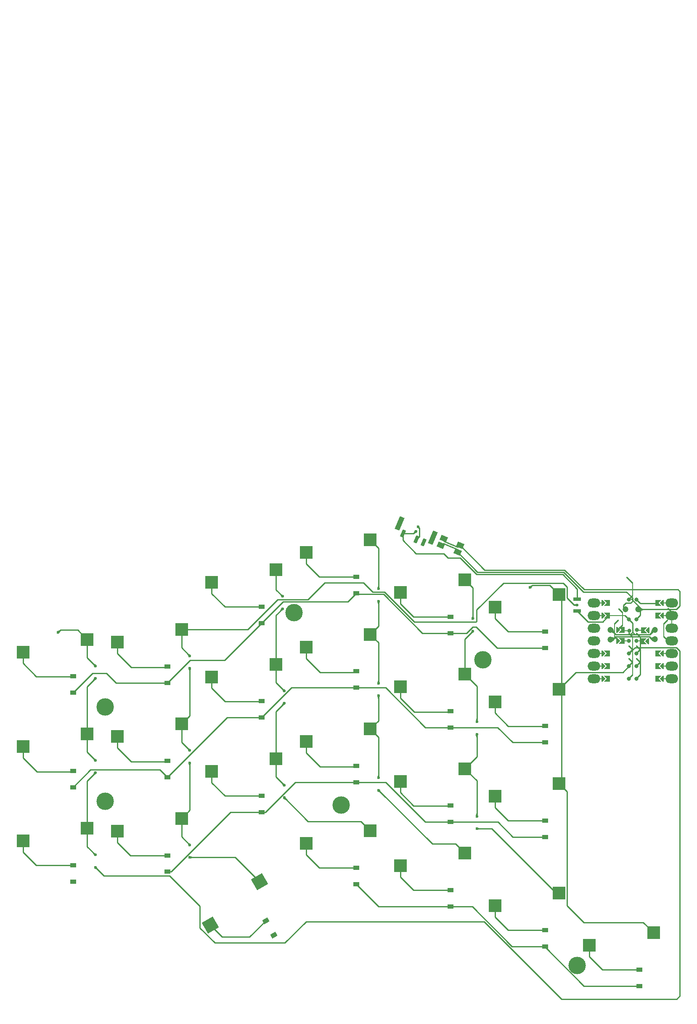
<source format=gbr>
%TF.GenerationSoftware,KiCad,Pcbnew,(6.0.9)*%
%TF.CreationDate,2023-04-16T18:35:51+02:00*%
%TF.ProjectId,iteMX_pcb,6974654d-585f-4706-9362-2e6b69636164,v1.0.0*%
%TF.SameCoordinates,Original*%
%TF.FileFunction,Copper,L2,Bot*%
%TF.FilePolarity,Positive*%
%FSLAX46Y46*%
G04 Gerber Fmt 4.6, Leading zero omitted, Abs format (unit mm)*
G04 Created by KiCad (PCBNEW (6.0.9)) date 2023-04-16 18:35:51*
%MOMM*%
%LPD*%
G01*
G04 APERTURE LIST*
G04 Aperture macros list*
%AMRotRect*
0 Rectangle, with rotation*
0 The origin of the aperture is its center*
0 $1 length*
0 $2 width*
0 $3 Rotation angle, in degrees counterclockwise*
0 Add horizontal line*
21,1,$1,$2,0,0,$3*%
%AMFreePoly0*
4,1,5,0.125000,-0.500000,-0.125000,-0.500000,-0.125000,0.500000,0.125000,0.500000,0.125000,-0.500000,0.125000,-0.500000,$1*%
%AMFreePoly1*
4,1,6,0.600000,0.200000,0.000000,-0.400000,-0.600000,0.200000,-0.600000,0.400000,0.600000,0.400000,0.600000,0.200000,0.600000,0.200000,$1*%
%AMFreePoly2*
4,1,49,0.088388,4.152388,0.850389,3.390388,0.863708,3.372551,0.867189,3.369530,0.867982,3.366827,0.871852,3.361644,0.878333,3.331543,0.887000,3.302000,0.887000,0.762000,0.883805,0.739969,0.884131,0.735371,0.882780,0.732898,0.881852,0.726498,0.865154,0.700638,0.850389,0.673612,0.088388,-0.088388,0.064607,-0.106146,0.062500,-0.108253,0.061385,-0.108552,0.059644,-0.109852,
0.043810,-0.113261,0.000000,-0.125000,-0.004774,-0.123721,-0.009154,-0.124664,-0.028953,-0.117242,-0.062500,-0.108253,-0.068237,-0.102516,-0.075052,-0.099961,-0.087614,-0.083139,-0.108253,-0.062500,-0.111178,-0.051584,-0.117161,-0.043572,-0.118539,-0.024114,-0.125000,0.000000,-0.121239,0.014035,-0.122131,0.026629,-0.113759,0.041953,-0.108253,0.062500,-0.095642,0.075111,-0.088388,0.088388,
0.637000,0.813777,0.637000,3.250223,-0.088388,3.975612,-0.109852,4.004356,-0.124664,4.073154,-0.099961,4.139052,-0.043572,4.181161,0.026629,4.186131,0.088388,4.152388,0.088388,4.152388,$1*%
%AMFreePoly3*
4,1,49,0.075053,4.163961,0.117161,4.107572,0.122131,4.037371,0.088389,3.975612,-0.637000,3.250224,-0.637000,0.813776,0.088389,0.088388,0.106147,0.064606,0.108253,0.062500,0.108552,0.061385,0.109852,0.059644,0.113262,0.043806,0.125000,0.000000,0.123721,-0.004772,0.124665,-0.009154,0.117240,-0.028961,0.108253,-0.062500,0.102516,-0.068237,0.099961,-0.075053,0.083136,-0.087617,
0.062500,-0.108253,0.051584,-0.111178,0.043572,-0.117161,0.024114,-0.118539,0.000000,-0.125000,-0.014036,-0.121239,-0.026629,-0.122131,-0.041951,-0.113759,-0.062500,-0.108253,-0.075109,-0.095644,-0.088388,-0.088389,-0.850388,0.673612,-0.863707,0.691448,-0.867189,0.694470,-0.867982,0.697174,-0.871852,0.702356,-0.878331,0.732451,-0.887000,0.762000,-0.887000,3.302000,-0.883805,3.324031,
-0.884131,3.328629,-0.882780,3.331102,-0.881852,3.337502,-0.865151,3.363368,-0.850388,3.390388,-0.088388,4.152389,-0.059644,4.173852,0.009154,4.188665,0.075053,4.163961,0.075053,4.163961,$1*%
%AMFreePoly4*
4,1,49,-0.311612,4.552388,0.850388,3.390388,0.863708,3.372550,0.867189,3.369530,0.867982,3.366828,0.871852,3.361645,0.878332,3.331547,0.887000,3.302000,0.887000,0.762000,0.883805,0.739969,0.884131,0.735371,0.882780,0.732898,0.881852,0.726498,0.865154,0.700638,0.850389,0.673612,0.088388,-0.088388,0.064607,-0.106146,0.062500,-0.108253,0.061385,-0.108552,0.059644,-0.109852,
0.043810,-0.113261,0.000000,-0.125000,-0.004774,-0.123721,-0.009154,-0.124664,-0.028953,-0.117242,-0.062500,-0.108253,-0.068237,-0.102516,-0.075052,-0.099961,-0.087614,-0.083139,-0.108253,-0.062500,-0.111178,-0.051584,-0.117161,-0.043572,-0.118539,-0.024114,-0.125000,0.000000,-0.121239,0.014035,-0.122131,0.026629,-0.113759,0.041953,-0.108253,0.062500,-0.095642,0.075111,-0.088388,0.088388,
0.637000,0.813777,0.637000,3.250224,-0.488388,4.375612,-0.509852,4.404356,-0.524664,4.473154,-0.499961,4.539052,-0.443572,4.581161,-0.373371,4.586131,-0.311612,4.552388,-0.311612,4.552388,$1*%
%AMFreePoly5*
4,1,6,0.600000,-0.250000,-0.600000,-0.250000,-0.600000,1.000000,0.000000,0.400000,0.600000,1.000000,0.600000,-0.250000,0.600000,-0.250000,$1*%
%AMFreePoly6*
4,1,41,0.814035,4.113655,0.867189,4.067530,0.887000,4.000000,0.887000,0.762000,0.883805,0.739969,0.884131,0.735371,0.882780,0.732898,0.881852,0.726498,0.865154,0.700638,0.850389,0.673612,0.088388,-0.088388,0.064607,-0.106146,0.062500,-0.108253,0.061385,-0.108552,0.059644,-0.109852,0.043810,-0.113261,0.000000,-0.125000,-0.004774,-0.123721,-0.009154,-0.124664,-0.028953,-0.117242,
-0.062500,-0.108253,-0.068237,-0.102516,-0.075052,-0.099961,-0.087614,-0.083139,-0.108253,-0.062500,-0.111178,-0.051584,-0.117161,-0.043572,-0.118539,-0.024114,-0.125000,0.000000,-0.121239,0.014035,-0.122131,0.026629,-0.113759,0.041953,-0.108253,0.062500,-0.095642,0.075111,-0.088388,0.088388,0.637000,0.813777,0.637000,4.000000,0.642148,4.035502,0.680322,4.094624,0.744387,4.123753,
0.814035,4.113655,0.814035,4.113655,$1*%
%AMFreePoly7*
4,1,49,0.088388,4.152388,0.854389,3.386388,0.867708,3.368551,0.871189,3.365530,0.871982,3.362827,0.875852,3.357644,0.882333,3.327543,0.891000,3.298000,0.891000,0.766000,0.887805,0.743969,0.888131,0.739371,0.886780,0.736898,0.885852,0.730498,0.869154,0.704638,0.854389,0.677612,0.088388,-0.088388,0.064607,-0.106146,0.062500,-0.108253,0.061385,-0.108552,0.059644,-0.109852,
0.043810,-0.113261,0.000000,-0.125000,-0.004774,-0.123721,-0.009154,-0.124664,-0.028953,-0.117242,-0.062500,-0.108253,-0.068237,-0.102516,-0.075052,-0.099961,-0.087614,-0.083139,-0.108253,-0.062500,-0.111178,-0.051584,-0.117161,-0.043572,-0.118539,-0.024114,-0.125000,0.000000,-0.121239,0.014035,-0.122131,0.026629,-0.113759,0.041953,-0.108253,0.062500,-0.095642,0.075111,-0.088388,0.088388,
0.641000,0.817777,0.641000,3.246223,-0.088388,3.975612,-0.109852,4.004356,-0.124664,4.073154,-0.099961,4.139052,-0.043572,4.181161,0.026629,4.186131,0.088388,4.152388,0.088388,4.152388,$1*%
%AMFreePoly8*
4,1,49,-0.911612,4.152388,0.854388,2.386388,0.867708,2.368550,0.871189,2.365530,0.871982,2.362828,0.875852,2.357645,0.882332,2.327547,0.891000,2.298000,0.891000,0.766000,0.887805,0.743969,0.888131,0.739371,0.886780,0.736898,0.885852,0.730498,0.869154,0.704638,0.854389,0.677612,0.088388,-0.088388,0.064607,-0.106146,0.062500,-0.108253,0.061385,-0.108552,0.059644,-0.109852,
0.043810,-0.113261,0.000000,-0.125000,-0.004774,-0.123721,-0.009154,-0.124664,-0.028953,-0.117242,-0.062500,-0.108253,-0.068237,-0.102516,-0.075052,-0.099961,-0.087614,-0.083139,-0.108253,-0.062500,-0.111178,-0.051584,-0.117161,-0.043572,-0.118539,-0.024114,-0.125000,0.000000,-0.121239,0.014035,-0.122131,0.026629,-0.113759,0.041953,-0.108253,0.062500,-0.095642,0.075111,-0.088388,0.088388,
0.641000,0.817777,0.641000,2.246224,-1.088388,3.975612,-1.109852,4.004356,-1.124664,4.073154,-1.099961,4.139052,-1.043572,4.181161,-0.973371,4.186131,-0.911612,4.152388,-0.911612,4.152388,$1*%
%AMFreePoly9*
4,1,41,0.818035,4.113655,0.871189,4.067530,0.891000,4.000000,0.891000,0.766000,0.887805,0.743969,0.888131,0.739371,0.886780,0.736898,0.885852,0.730498,0.869154,0.704638,0.854389,0.677612,0.088388,-0.088388,0.064607,-0.106146,0.062500,-0.108253,0.061385,-0.108552,0.059644,-0.109852,0.043810,-0.113261,0.000000,-0.125000,-0.004774,-0.123721,-0.009154,-0.124664,-0.028953,-0.117242,
-0.062500,-0.108253,-0.068237,-0.102516,-0.075052,-0.099961,-0.087614,-0.083139,-0.108253,-0.062500,-0.111178,-0.051584,-0.117161,-0.043572,-0.118539,-0.024114,-0.125000,0.000000,-0.121239,0.014035,-0.122131,0.026629,-0.113759,0.041953,-0.108253,0.062500,-0.095642,0.075111,-0.088388,0.088388,0.641000,0.817777,0.641000,4.000000,0.646148,4.035502,0.684322,4.094624,0.748387,4.123753,
0.818035,4.113655,0.818035,4.113655,$1*%
%AMFreePoly10*
4,1,29,3.035502,0.119852,3.094624,0.081678,3.123753,0.017613,3.113655,-0.052035,3.067530,-0.105190,3.000000,-0.125000,0.000000,-0.125000,-0.035502,-0.119853,-0.047057,-0.112391,-0.062500,-0.108253,-0.078963,-0.091790,-0.094624,-0.081678,-0.099251,-0.071502,-0.108253,-0.062500,-0.115298,-0.036209,-0.123753,-0.017614,-0.122534,-0.009204,-0.125000,0.000000,-0.116718,0.030909,-0.113655,0.052035,
-0.109897,0.056367,-0.108253,0.062500,-0.080431,0.090322,-0.067530,0.105189,-0.064748,0.106005,-0.062500,0.108253,0.000000,0.125000,3.000000,0.125000,3.035502,0.119852,3.035502,0.119852,$1*%
G04 Aperture macros list end*
%TA.AperFunction,SMDPad,CuDef*%
%ADD10R,2.550000X2.500000*%
%TD*%
%TA.AperFunction,WasherPad*%
%ADD11C,3.500000*%
%TD*%
%TA.AperFunction,SMDPad,CuDef*%
%ADD12RotRect,1.000000X2.730000X337.200000*%
%TD*%
%TA.AperFunction,SMDPad,CuDef*%
%ADD13RotRect,0.700000X1.500000X337.200000*%
%TD*%
%TA.AperFunction,ComponentPad*%
%ADD14C,0.600000*%
%TD*%
%TA.AperFunction,ComponentPad*%
%ADD15C,0.400000*%
%TD*%
%TA.AperFunction,SMDPad,CuDef*%
%ADD16RotRect,0.900000X1.200000X120.000000*%
%TD*%
%TA.AperFunction,SMDPad,CuDef*%
%ADD17R,1.200000X0.900000*%
%TD*%
%TA.AperFunction,SMDPad,CuDef*%
%ADD18FreePoly0,90.000000*%
%TD*%
%TA.AperFunction,SMDPad,CuDef*%
%ADD19FreePoly1,90.000000*%
%TD*%
%TA.AperFunction,ComponentPad*%
%ADD20O,2.600000X1.800000*%
%TD*%
%TA.AperFunction,SMDPad,CuDef*%
%ADD21FreePoly1,270.000000*%
%TD*%
%TA.AperFunction,SMDPad,CuDef*%
%ADD22FreePoly2,90.000000*%
%TD*%
%TA.AperFunction,SMDPad,CuDef*%
%ADD23FreePoly3,90.000000*%
%TD*%
%TA.AperFunction,SMDPad,CuDef*%
%ADD24FreePoly0,270.000000*%
%TD*%
%TA.AperFunction,ComponentPad*%
%ADD25C,0.800000*%
%TD*%
%TA.AperFunction,SMDPad,CuDef*%
%ADD26FreePoly4,90.000000*%
%TD*%
%TA.AperFunction,SMDPad,CuDef*%
%ADD27FreePoly5,90.000000*%
%TD*%
%TA.AperFunction,SMDPad,CuDef*%
%ADD28FreePoly6,90.000000*%
%TD*%
%TA.AperFunction,ComponentPad*%
%ADD29C,1.200000*%
%TD*%
%TA.AperFunction,SMDPad,CuDef*%
%ADD30FreePoly5,270.000000*%
%TD*%
%TA.AperFunction,SMDPad,CuDef*%
%ADD31FreePoly7,270.000000*%
%TD*%
%TA.AperFunction,SMDPad,CuDef*%
%ADD32FreePoly8,270.000000*%
%TD*%
%TA.AperFunction,SMDPad,CuDef*%
%ADD33FreePoly9,270.000000*%
%TD*%
%TA.AperFunction,SMDPad,CuDef*%
%ADD34FreePoly10,337.200000*%
%TD*%
%TA.AperFunction,SMDPad,CuDef*%
%ADD35RotRect,1.050000X1.400000X67.200000*%
%TD*%
%TA.AperFunction,SMDPad,CuDef*%
%ADD36RotRect,2.550000X2.500000X210.000000*%
%TD*%
%TA.AperFunction,SMDPad,CuDef*%
%ADD37R,1.500000X0.800000*%
%TD*%
%TA.AperFunction,Conductor*%
%ADD38C,0.250000*%
%TD*%
G04 APERTURE END LIST*
D10*
%TO.P,S3,1*%
%TO.N,outer_top*%
X-7085000Y40540000D03*
%TO.P,S3,2*%
%TO.N,col_1*%
X5842000Y43080000D03*
%TD*%
D11*
%TO.P,,*%
%TO.N,*%
X104500000Y-22500000D03*
%TD*%
D12*
%TO.P,,*%
%TO.N,*%
X75436491Y63556113D03*
X68706890Y66384977D03*
D13*
%TO.P,,1*%
%TO.N,pos*%
X69371661Y64353646D03*
D14*
X72000000Y64800000D03*
X72000000Y64800000D03*
%TO.P,,2*%
%TO.N,RAW*%
X72416110Y65764081D03*
D13*
X72137250Y63191099D03*
%TO.P,,3*%
%TO.N,N/C*%
X73520045Y62609826D03*
%TD*%
D14*
%TO.P,,1*%
%TO.N,col_5*%
X84278000Y7505000D03*
X84278000Y5005000D03*
%TD*%
D10*
%TO.P,S2,1*%
%TO.N,outer_home*%
X-7085000Y21540000D03*
%TO.P,S2,2*%
%TO.N,col_1*%
X5842000Y24080000D03*
%TD*%
%TO.P,S1,1*%
%TO.N,outer_bottom*%
X-7085000Y2540000D03*
%TO.P,S1,2*%
%TO.N,col_1*%
X5842000Y5080000D03*
%TD*%
D14*
%TO.P,,1*%
%TO.N,col_4*%
X64500000Y50750000D03*
X64500000Y53250000D03*
%TD*%
%TO.P,,1*%
%TO.N,col_2*%
X26500000Y-750000D03*
X26500000Y1750000D03*
%TD*%
D10*
%TO.P,S8,1*%
%TO.N,ring_home*%
X30915000Y35540000D03*
%TO.P,S8,2*%
%TO.N,col_3*%
X43842000Y38080000D03*
%TD*%
D14*
%TO.P,,1*%
%TO.N,col_1*%
X7500000Y37750000D03*
X7500000Y35250000D03*
%TD*%
D15*
%TO.P,D19,1*%
%TO.N,row_4*%
X43423076Y-16393044D03*
D16*
X43423076Y-16393044D03*
D15*
%TO.P,D19,2*%
%TO.N,alt_first*%
X41773076Y-13535160D03*
D16*
X41773076Y-13535160D03*
%TD*%
D10*
%TO.P,S22,1*%
%TO.N,e_first*%
X87915000Y-10460000D03*
%TO.P,S22,2*%
%TO.N,col_5*%
X100842000Y-7920000D03*
%TD*%
%TO.P,S10,1*%
%TO.N,middle_bottom*%
X49915000Y22540000D03*
%TO.P,S10,2*%
%TO.N,col_4*%
X62842000Y25080000D03*
%TD*%
D15*
%TO.P,D18,1*%
%TO.N,row_1*%
X98000000Y41350000D03*
D17*
X98000000Y41350000D03*
%TO.P,D18,2*%
%TO.N,inner_top*%
X98000000Y44650000D03*
D15*
X98000000Y44650000D03*
%TD*%
D10*
%TO.P,S5,1*%
%TO.N,pinkie_home*%
X11915000Y23540000D03*
%TO.P,S5,2*%
%TO.N,col_2*%
X24842000Y26080000D03*
%TD*%
D17*
%TO.P,D15,1*%
%TO.N,row_1*%
X79000000Y44350000D03*
D15*
X79000000Y44350000D03*
%TO.P,D15,2*%
%TO.N,index_top*%
X79000000Y47650000D03*
D17*
X79000000Y47650000D03*
%TD*%
D14*
%TO.P,,1*%
%TO.N,col_3*%
X45500000Y32750000D03*
X45500000Y30250000D03*
%TD*%
D17*
%TO.P,D10,1*%
%TO.N,row_3*%
X60000000Y14350000D03*
D15*
X60000000Y14350000D03*
%TO.P,D10,2*%
%TO.N,middle_bottom*%
X60000000Y17650000D03*
D17*
X60000000Y17650000D03*
%TD*%
D14*
%TO.P,,1*%
%TO.N,col_2*%
X26500000Y39750000D03*
X26500000Y37250000D03*
%TD*%
D11*
%TO.P,,*%
%TO.N,*%
X9500000Y29500000D03*
%TD*%
D17*
%TO.P,D20,1*%
%TO.N,row_4*%
X60000000Y-6150000D03*
D15*
X60000000Y-6150000D03*
%TO.P,D20,2*%
%TO.N,ctrl_first*%
X60000000Y-2850000D03*
D17*
X60000000Y-2850000D03*
%TD*%
D18*
%TO.P,REF\u002A\u002A,*%
%TO.N,*%
X109280000Y35152000D03*
D19*
X109788000Y47852000D03*
D20*
X123530000Y50400000D03*
D21*
X121472000Y37692000D03*
D18*
X109280000Y47852000D03*
D22*
X112808000Y45200000D03*
D20*
X107830000Y40240000D03*
X107830000Y35160000D03*
D23*
X122658000Y42887000D03*
D24*
X121980000Y47852000D03*
D20*
X107830000Y42780000D03*
D21*
X121472000Y50392000D03*
D20*
X123530000Y40240000D03*
X123530000Y35160000D03*
X123530000Y45320000D03*
D19*
X112738000Y42772000D03*
D20*
X107830000Y45320000D03*
X107830000Y50400000D03*
X123530000Y47860000D03*
D24*
X121980000Y40232000D03*
D20*
X123530000Y42780000D03*
D21*
X118546000Y42718000D03*
D18*
X109280000Y40232000D03*
D24*
X121980000Y37692000D03*
D19*
X109788000Y35152000D03*
D21*
X121472000Y35152000D03*
D20*
X123530000Y37700000D03*
D23*
X112758000Y42862000D03*
D18*
X109280000Y50392000D03*
X109280000Y37692000D03*
D21*
X118603000Y44921000D03*
X121472000Y40232000D03*
D22*
X122708000Y45225000D03*
D19*
X109788000Y37692000D03*
X112795000Y44975000D03*
D24*
X121980000Y50392000D03*
D19*
X109788000Y50392000D03*
D20*
X107830000Y47860000D03*
D19*
X109788000Y40232000D03*
D20*
X107830000Y37700000D03*
D24*
X121980000Y35152000D03*
D21*
X121472000Y47852000D03*
D25*
%TO.P,REF\u002A\u002A,1*%
%TO.N,5V*%
X114875000Y51125000D03*
D26*
X114875000Y51125000D03*
D27*
X110804000Y50392000D03*
D28*
%TO.P,REF\u002A\u002A,2*%
%TO.N,GND*%
X114890000Y47120000D03*
D29*
X120138100Y45000000D03*
X111171900Y44990000D03*
D27*
X110804000Y47852000D03*
D25*
X114890000Y47120000D03*
D27*
%TO.P,REF\u002A\u002A,3*%
%TO.N,3V3*%
X113811000Y44975000D03*
D25*
X114945000Y44825000D03*
D24*
X114307000Y44825000D03*
D27*
%TO.P,REF\u002A\u002A,4*%
%TO.N,col_4*%
X113754000Y42772000D03*
D24*
X114200000Y42750000D03*
D25*
X114888000Y42772000D03*
D27*
%TO.P,REF\u002A\u002A,5*%
%TO.N,col_1*%
X110804000Y40232000D03*
D22*
X114888000Y40232000D03*
D25*
X114888000Y40232000D03*
D27*
%TO.P,REF\u002A\u002A,6*%
%TO.N,col_6*%
X110804000Y37692000D03*
D25*
X114888000Y37692000D03*
D22*
X114888000Y37692000D03*
D27*
%TO.P,REF\u002A\u002A,7*%
%TO.N,row_4*%
X110804000Y35152000D03*
D25*
X114888000Y35152000D03*
D22*
X114888000Y35152000D03*
D30*
%TO.P,REF\u002A\u002A,8*%
%TO.N,row_3*%
X120456000Y35152000D03*
D31*
X116412000Y35152000D03*
D25*
X116412000Y35152000D03*
D31*
%TO.P,REF\u002A\u002A,9*%
%TO.N,row_2*%
X116412000Y37692000D03*
D30*
X120456000Y37692000D03*
D25*
X116412000Y37692000D03*
%TO.P,REF\u002A\u002A,10*%
%TO.N,col_5*%
X116412000Y40232000D03*
D30*
X120456000Y40232000D03*
D31*
X116412000Y40232000D03*
D24*
%TO.P,REF\u002A\u002A,11*%
%TO.N,row_1*%
X117240000Y42760000D03*
D25*
X116412000Y42772000D03*
D30*
X117530000Y42718000D03*
%TO.P,REF\u002A\u002A,12*%
%TO.N,N/C*%
X117587000Y44921000D03*
D25*
X116469000Y44975000D03*
D24*
X117247000Y44933000D03*
D30*
%TO.P,REF\u002A\u002A,13*%
%TO.N,col_3*%
X120456000Y47852000D03*
D25*
X116414000Y47120000D03*
D32*
X116414000Y47120000D03*
D30*
%TO.P,REF\u002A\u002A,14*%
%TO.N,col_2*%
X120456000Y50392000D03*
D25*
X116399000Y51125000D03*
D33*
X116399000Y51125000D03*
D29*
%TO.P,REF\u002A\u002A,15*%
%TO.N,RAW*%
X120138100Y43091000D03*
X111171900Y43081000D03*
%TO.P,REF\u002A\u002A,16*%
%TO.N,RST*%
X114230000Y49104000D03*
%TO.P,REF\u002A\u002A,17*%
%TO.N,GNDrst*%
X116770000Y49104000D03*
%TD*%
D10*
%TO.P,S4,1*%
%TO.N,pinkie_bottom*%
X11915000Y4540000D03*
%TO.P,S4,2*%
%TO.N,col_2*%
X24842000Y7080000D03*
%TD*%
%TO.P,S20,1*%
%TO.N,ctrl_first*%
X49915000Y2040000D03*
%TO.P,S20,2*%
%TO.N,col_3*%
X62842000Y4580000D03*
%TD*%
D17*
%TO.P,D3,1*%
%TO.N,row_1*%
X3000000Y32350000D03*
D15*
X3000000Y32350000D03*
D17*
%TO.P,D3,2*%
%TO.N,outer_top*%
X3000000Y35650000D03*
D15*
X3000000Y35650000D03*
%TD*%
%TO.P,D1,1*%
%TO.N,row_3*%
X3000000Y-5650000D03*
D17*
X3000000Y-5650000D03*
%TO.P,D1,2*%
%TO.N,outer_bottom*%
X3000000Y-2350000D03*
D15*
X3000000Y-2350000D03*
%TD*%
D14*
%TO.P,,1*%
%TO.N,col_2*%
X104500000Y50000000D03*
%TD*%
%TO.P,,1*%
%TO.N,col_1*%
X7500000Y-2750000D03*
X7500000Y-250000D03*
%TD*%
%TO.P,,1*%
%TO.N,col_4*%
X64500000Y15250000D03*
X64500000Y12750000D03*
%TD*%
%TO.P,,1*%
%TO.N,col_3*%
X45160000Y51740000D03*
X45160000Y49240000D03*
%TD*%
D17*
%TO.P,D9,1*%
%TO.N,row_1*%
X41000000Y46350000D03*
D15*
X41000000Y46350000D03*
D17*
%TO.P,D9,2*%
%TO.N,ring_top*%
X41000000Y49650000D03*
D15*
X41000000Y49650000D03*
%TD*%
D11*
%TO.P,,*%
%TO.N,*%
X9500000Y10500000D03*
%TD*%
D10*
%TO.P,S6,1*%
%TO.N,pinkie_top*%
X11915000Y42540000D03*
%TO.P,S6,2*%
%TO.N,col_2*%
X24842000Y45080000D03*
%TD*%
D15*
%TO.P,D8,1*%
%TO.N,row_2*%
X41000000Y27350000D03*
D17*
X41000000Y27350000D03*
D15*
%TO.P,D8,2*%
%TO.N,ring_home*%
X41000000Y30650000D03*
D17*
X41000000Y30650000D03*
%TD*%
D10*
%TO.P,S14,1*%
%TO.N,index_home*%
X68915000Y33540000D03*
%TO.P,S14,2*%
%TO.N,col_5*%
X81842000Y36080000D03*
%TD*%
%TO.P,S13,1*%
%TO.N,index_bottom*%
X68915000Y14540000D03*
%TO.P,S13,2*%
%TO.N,col_5*%
X81842000Y17080000D03*
%TD*%
%TO.P,S15,1*%
%TO.N,index_top*%
X68915000Y52540000D03*
%TO.P,S15,2*%
%TO.N,col_5*%
X81842000Y55080000D03*
%TD*%
%TO.P,S11,1*%
%TO.N,middle_home*%
X49915000Y41540000D03*
%TO.P,S11,2*%
%TO.N,col_4*%
X62842000Y44080000D03*
%TD*%
D17*
%TO.P,D13,1*%
%TO.N,row_3*%
X79000000Y6350000D03*
D15*
X79000000Y6350000D03*
D17*
%TO.P,D13,2*%
%TO.N,index_bottom*%
X79000000Y9650000D03*
D15*
X79000000Y9650000D03*
%TD*%
D34*
%TO.P,REF\u002A\u002A,1*%
%TO.N,GNDrst*%
X77704396Y62788693D03*
D35*
X80940302Y61970823D03*
D15*
X80940302Y61970823D03*
D35*
X77621595Y63365879D03*
D34*
%TO.P,REF\u002A\u002A,2*%
%TO.N,RST*%
X77530014Y62373854D03*
D35*
X80378405Y60634121D03*
X77059698Y62029177D03*
D15*
X80378405Y60634121D03*
%TD*%
%TO.P,D23,1*%
%TO.N,row_4*%
X117000000Y-26650000D03*
D17*
X117000000Y-26650000D03*
%TO.P,D23,2*%
%TO.N,layer_first*%
X117000000Y-23350000D03*
D15*
X117000000Y-23350000D03*
%TD*%
D14*
%TO.P,,1*%
%TO.N,col_6*%
X95000000Y53500000D03*
%TD*%
D17*
%TO.P,D5,1*%
%TO.N,row_2*%
X22000000Y15350000D03*
D15*
X22000000Y15350000D03*
%TO.P,D5,2*%
%TO.N,pinkie_home*%
X22000000Y18650000D03*
D17*
X22000000Y18650000D03*
%TD*%
D11*
%TO.P,,*%
%TO.N,*%
X57000000Y9750000D03*
%TD*%
D10*
%TO.P,S21,1*%
%TO.N,shift_first*%
X68915000Y-2460000D03*
%TO.P,S21,2*%
%TO.N,col_4*%
X81842000Y80000D03*
%TD*%
D15*
%TO.P,D12,1*%
%TO.N,row_1*%
X60000000Y52350000D03*
D17*
X60000000Y52350000D03*
D15*
%TO.P,D12,2*%
%TO.N,middle_top*%
X60000000Y55650000D03*
D17*
X60000000Y55650000D03*
%TD*%
D10*
%TO.P,S12,1*%
%TO.N,middle_top*%
X49915000Y60540000D03*
%TO.P,S12,2*%
%TO.N,col_4*%
X62842000Y63080000D03*
%TD*%
%TO.P,S16,1*%
%TO.N,inner_bottom*%
X87915000Y11540000D03*
%TO.P,S16,2*%
%TO.N,col_6*%
X100842000Y14080000D03*
%TD*%
D17*
%TO.P,D21,1*%
%TO.N,row_4*%
X79000000Y-10650000D03*
D15*
X79000000Y-10650000D03*
D17*
%TO.P,D21,2*%
%TO.N,shift_first*%
X79000000Y-7350000D03*
D15*
X79000000Y-7350000D03*
%TD*%
%TO.P,D17,1*%
%TO.N,row_2*%
X98000000Y22350000D03*
D17*
X98000000Y22350000D03*
D15*
%TO.P,D17,2*%
%TO.N,inner_home*%
X98000000Y25650000D03*
D17*
X98000000Y25650000D03*
%TD*%
D14*
%TO.P,,1*%
%TO.N,col_5*%
X84278000Y24005000D03*
X84278000Y26505000D03*
%TD*%
D17*
%TO.P,D16,1*%
%TO.N,row_3*%
X98000000Y3350000D03*
D15*
X98000000Y3350000D03*
D17*
%TO.P,D16,2*%
%TO.N,inner_bottom*%
X98000000Y6650000D03*
D15*
X98000000Y6650000D03*
%TD*%
D10*
%TO.P,S18,1*%
%TO.N,inner_top*%
X87915000Y49540000D03*
%TO.P,S18,2*%
%TO.N,col_6*%
X100842000Y52080000D03*
%TD*%
D14*
%TO.P,,1*%
%TO.N,col_3*%
X45500000Y11250000D03*
X45500000Y13750000D03*
%TD*%
%TO.P,,1*%
%TO.N,col_1*%
X0Y44500000D03*
%TD*%
D36*
%TO.P,S19,1*%
%TO.N,alt_first*%
X30594210Y-14342795D03*
%TO.P,S19,2*%
%TO.N,col_2*%
X40519320Y-5679591D03*
%TD*%
D15*
%TO.P,D11,1*%
%TO.N,row_2*%
X60000000Y33350000D03*
D17*
X60000000Y33350000D03*
D15*
%TO.P,D11,2*%
%TO.N,middle_home*%
X60000000Y36650000D03*
D17*
X60000000Y36650000D03*
%TD*%
D10*
%TO.P,S7,1*%
%TO.N,ring_bottom*%
X30915000Y16540000D03*
%TO.P,S7,2*%
%TO.N,col_3*%
X43842000Y19080000D03*
%TD*%
D14*
%TO.P,,1*%
%TO.N,col_1*%
X7500000Y16250000D03*
X7500000Y18750000D03*
%TD*%
D15*
%TO.P,D14,1*%
%TO.N,row_2*%
X79000000Y25350000D03*
D17*
X79000000Y25350000D03*
D15*
%TO.P,D14,2*%
%TO.N,index_home*%
X79000000Y28650000D03*
D17*
X79000000Y28650000D03*
%TD*%
D15*
%TO.P,D4,1*%
%TO.N,row_3*%
X22000000Y-3650000D03*
D17*
X22000000Y-3650000D03*
D15*
%TO.P,D4,2*%
%TO.N,pinkie_bottom*%
X22000000Y-350000D03*
D17*
X22000000Y-350000D03*
%TD*%
D15*
%TO.P,D25,1*%
%TO.N,pos*%
X104500000Y51200000D03*
D37*
%TO.N,GND*%
X104500000Y48800000D03*
%TO.P,D25,2*%
%TO.N,pos*%
X104500000Y51200000D03*
D15*
%TO.N,GND*%
X104500000Y48800000D03*
%TD*%
D14*
%TO.P,,1*%
%TO.N,col_2*%
X26500000Y20750000D03*
X26500000Y18250000D03*
%TD*%
D11*
%TO.P,,*%
%TO.N,*%
X85500000Y39000000D03*
%TD*%
D14*
%TO.P,,1*%
%TO.N,col_5*%
X83500000Y44750000D03*
X83500000Y47250000D03*
%TD*%
D17*
%TO.P,D7,1*%
%TO.N,row_3*%
X41000000Y8350000D03*
D15*
X41000000Y8350000D03*
%TO.P,D7,2*%
%TO.N,ring_bottom*%
X41000000Y11650000D03*
D17*
X41000000Y11650000D03*
%TD*%
D10*
%TO.P,S9,1*%
%TO.N,ring_top*%
X30915000Y54540000D03*
%TO.P,S9,2*%
%TO.N,col_3*%
X43842000Y57080000D03*
%TD*%
D15*
%TO.P,D2,1*%
%TO.N,row_2*%
X3000000Y13350000D03*
D17*
X3000000Y13350000D03*
D15*
%TO.P,D2,2*%
%TO.N,outer_home*%
X3000000Y16650000D03*
D17*
X3000000Y16650000D03*
%TD*%
%TO.P,D6,1*%
%TO.N,row_1*%
X22000000Y34350000D03*
D15*
X22000000Y34350000D03*
%TO.P,D6,2*%
%TO.N,pinkie_top*%
X22000000Y37650000D03*
D17*
X22000000Y37650000D03*
%TD*%
D14*
%TO.P,,1*%
%TO.N,col_4*%
X64500000Y31750000D03*
X64500000Y34250000D03*
%TD*%
D10*
%TO.P,S23,1*%
%TO.N,layer_first*%
X106915000Y-18460000D03*
%TO.P,S23,2*%
%TO.N,col_6*%
X119842000Y-15920000D03*
%TD*%
D17*
%TO.P,D22,1*%
%TO.N,row_4*%
X98000000Y-18650000D03*
D15*
X98000000Y-18650000D03*
D17*
%TO.P,D22,2*%
%TO.N,e_first*%
X98000000Y-15350000D03*
D15*
X98000000Y-15350000D03*
%TD*%
D10*
%TO.P,S17,1*%
%TO.N,inner_home*%
X87915000Y30540000D03*
%TO.P,S17,2*%
%TO.N,col_6*%
X100842000Y33080000D03*
%TD*%
D11*
%TO.P,,*%
%TO.N,*%
X47500000Y48500000D03*
%TD*%
D38*
%TO.N,ctrl_first*%
X59981099Y-2868901D02*
X60000000Y-2850000D01*
X52555215Y-2868901D02*
X59981099Y-2868901D01*
X49915000Y-228686D02*
X52555215Y-2868901D01*
X49915000Y2040000D02*
X49915000Y-228686D01*
%TO.N,index_home*%
X68915000Y31271314D02*
X68915000Y33540000D01*
X78800001Y28450001D02*
X71736313Y28450001D01*
X79000000Y28650000D02*
X78800001Y28450001D01*
X71736313Y28450001D02*
X68915000Y31271314D01*
%TO.N,index_top*%
X78981099Y47631099D02*
X79000000Y47650000D01*
X68915000Y50271314D02*
X71555215Y47631099D01*
X71555215Y47631099D02*
X78981099Y47631099D01*
X68915000Y52540000D02*
X68915000Y50271314D01*
%TO.N,index_bottom*%
X68915000Y12271314D02*
X71555215Y9631099D01*
X71555215Y9631099D02*
X78981099Y9631099D01*
X68915000Y14540000D02*
X68915000Y12271314D01*
X78981099Y9631099D02*
X79000000Y9650000D01*
%TO.N,shift_first*%
X71555215Y-7368901D02*
X78981099Y-7368901D01*
X68915000Y-4728686D02*
X71555215Y-7368901D01*
X68915000Y-2460000D02*
X68915000Y-4728686D01*
X78981099Y-7368901D02*
X79000000Y-7350000D01*
%TO.N,e_first*%
X87915000Y-12728686D02*
X90555215Y-15368901D01*
X90555215Y-15368901D02*
X97981099Y-15368901D01*
X97981099Y-15368901D02*
X98000000Y-15350000D01*
X87915000Y-10460000D02*
X87915000Y-12728686D01*
%TO.N,row_4*%
X83356396Y-10650000D02*
X79000000Y-10650000D01*
X98000000Y-18650000D02*
X91356396Y-18650000D01*
X91356396Y-18650000D02*
X83356396Y-10650000D01*
%TO.N,col_1*%
X116121000Y41465000D02*
X114888000Y40232000D01*
X124437412Y41465000D02*
X116121000Y41465000D01*
X125155000Y40747412D02*
X124437412Y41465000D01*
X125155000Y-28605000D02*
X125155000Y40747412D01*
X124530000Y-29230000D02*
X125155000Y-28605000D01*
X101300000Y-29230000D02*
X124530000Y-29230000D01*
X85720000Y-13650000D02*
X101300000Y-29230000D01*
X45660000Y-17930000D02*
X49940000Y-13650000D01*
X28540028Y-14947447D02*
X31522581Y-17930000D01*
X49940000Y-13650000D02*
X85720000Y-13650000D01*
X9175000Y-4425000D02*
X22445000Y-4425000D01*
X22445000Y-4425000D02*
X28540028Y-10520028D01*
X28540028Y-10520028D02*
X28540028Y-14947447D01*
X7500000Y-2750000D02*
X9175000Y-4425000D01*
X31522581Y-17930000D02*
X45660000Y-17930000D01*
%TO.N,row_4*%
X64500000Y-10650000D02*
X60000000Y-6150000D01*
X79000000Y-10650000D02*
X64500000Y-10650000D01*
%TO.N,alt_first*%
X38542335Y-16765901D02*
X41773076Y-13535160D01*
X33017316Y-16765901D02*
X38542335Y-16765901D01*
X30594210Y-14342795D02*
X33017316Y-16765901D01*
%TO.N,ring_home*%
X40981099Y30631099D02*
X41000000Y30650000D01*
X30915000Y33271314D02*
X33555215Y30631099D01*
X33555215Y30631099D02*
X40981099Y30631099D01*
X30915000Y35540000D02*
X30915000Y33271314D01*
%TO.N,ring_bottom*%
X40981099Y11631099D02*
X41000000Y11650000D01*
X33555215Y11631099D02*
X40981099Y11631099D01*
X30915000Y14271314D02*
X33555215Y11631099D01*
X30915000Y16540000D02*
X30915000Y14271314D01*
%TO.N,row_3*%
X91530000Y3350000D02*
X98000000Y3350000D01*
X88530000Y6350000D02*
X91530000Y3350000D01*
X79000000Y6350000D02*
X88530000Y6350000D01*
%TO.N,inner_bottom*%
X97981099Y6631099D02*
X98000000Y6650000D01*
X90555215Y6631099D02*
X97981099Y6631099D01*
X87915000Y9271314D02*
X90555215Y6631099D01*
X87915000Y11540000D02*
X87915000Y9271314D01*
%TO.N,inner_home*%
X90555215Y25631099D02*
X97981099Y25631099D01*
X87915000Y28271314D02*
X90555215Y25631099D01*
X87915000Y30540000D02*
X87915000Y28271314D01*
X97981099Y25631099D02*
X98000000Y25650000D01*
%TO.N,row_2*%
X91490000Y22350000D02*
X88490000Y25350000D01*
X98000000Y22350000D02*
X91490000Y22350000D01*
X79000000Y25350000D02*
X88490000Y25350000D01*
X73930000Y25350000D02*
X79000000Y25350000D01*
X65930000Y33350000D02*
X73930000Y25350000D01*
X60000000Y33350000D02*
X65930000Y33350000D01*
X47000000Y33350000D02*
X60000000Y33350000D01*
X41000000Y27350000D02*
X47000000Y33350000D01*
%TO.N,middle_home*%
X49915000Y39271314D02*
X49915000Y41540000D01*
X52736313Y36450001D02*
X49915000Y39271314D01*
X59800001Y36450001D02*
X52736313Y36450001D01*
X60000000Y36650000D02*
X59800001Y36450001D01*
%TO.N,middle_bottom*%
X49915000Y20271314D02*
X52736313Y17450001D01*
X52736313Y17450001D02*
X59800001Y17450001D01*
X59800001Y17450001D02*
X60000000Y17650000D01*
X49915000Y22540000D02*
X49915000Y20271314D01*
%TO.N,col_2*%
X38130000Y45080000D02*
X24842000Y45080000D01*
X44165000Y51115000D02*
X38130000Y45080000D01*
X53680000Y54510000D02*
X50285000Y51115000D01*
X61450000Y54510000D02*
X53680000Y54510000D01*
X63335000Y52625000D02*
X61450000Y54510000D01*
X65655000Y52625000D02*
X63335000Y52625000D01*
X71655000Y46625000D02*
X65655000Y52625000D01*
X84145000Y46625000D02*
X71655000Y46625000D01*
X89620000Y54420000D02*
X84260000Y49060000D01*
X84260000Y49060000D02*
X84260000Y46740000D01*
X101677000Y54420000D02*
X89620000Y54420000D01*
X102442000Y53655000D02*
X101677000Y54420000D01*
X103900000Y50000000D02*
X102442000Y51458000D01*
X102442000Y51458000D02*
X102442000Y53655000D01*
X84260000Y46740000D02*
X84145000Y46625000D01*
X104500000Y50000000D02*
X103900000Y50000000D01*
X50285000Y51115000D02*
X44165000Y51115000D01*
%TO.N,row_1*%
X65493603Y52150001D02*
X73293604Y44350000D01*
X73293604Y44350000D02*
X79000000Y44350000D01*
X60199999Y52150001D02*
X65493603Y52150001D01*
X60000000Y52350000D02*
X60199999Y52150001D01*
X45315000Y50665000D02*
X58315000Y50665000D01*
X58315000Y50665000D02*
X60000000Y52350000D01*
X41000000Y46350000D02*
X45315000Y50665000D01*
%TO.N,ring_top*%
X40981099Y49631099D02*
X41000000Y49650000D01*
X33555215Y49631099D02*
X40981099Y49631099D01*
X30915000Y52271314D02*
X33555215Y49631099D01*
X30915000Y54540000D02*
X30915000Y52271314D01*
%TO.N,row_3*%
X22716116Y-3650000D02*
X22000000Y-3650000D01*
X34716116Y8350000D02*
X22716116Y-3650000D01*
X41000000Y8350000D02*
X34716116Y8350000D01*
%TO.N,col_2*%
X35589729Y-750000D02*
X26500000Y-750000D01*
X40519320Y-5679591D02*
X35589729Y-750000D01*
%TO.N,row_3*%
X73930000Y6350000D02*
X79000000Y6350000D01*
X65930000Y14350000D02*
X73930000Y6350000D01*
X60000000Y14350000D02*
X65930000Y14350000D01*
X41716116Y8350000D02*
X41000000Y8350000D01*
X47716116Y14350000D02*
X41716116Y8350000D01*
X60000000Y14350000D02*
X47716116Y14350000D01*
%TO.N,col_2*%
X24842000Y3408000D02*
X24842000Y7080000D01*
X26500000Y1750000D02*
X24842000Y3408000D01*
%TO.N,pinkie_bottom*%
X21981099Y-368901D02*
X22000000Y-350000D01*
X11915000Y2271314D02*
X14555215Y-368901D01*
X11915000Y4540000D02*
X11915000Y2271314D01*
X14555215Y-368901D02*
X21981099Y-368901D01*
%TO.N,row_2*%
X34000000Y27350000D02*
X41000000Y27350000D01*
X22000000Y15350000D02*
X34000000Y27350000D01*
X6525000Y16875000D02*
X3000000Y13350000D01*
X20475000Y16875000D02*
X6525000Y16875000D01*
X22000000Y15350000D02*
X20475000Y16875000D01*
%TO.N,pinkie_home*%
X11915000Y21271314D02*
X11915000Y23540000D01*
X14736313Y18450001D02*
X11915000Y21271314D01*
X21800001Y18450001D02*
X14736313Y18450001D01*
X22000000Y18650000D02*
X21800001Y18450001D01*
%TO.N,row_1*%
X33540000Y38890000D02*
X41000000Y46350000D01*
X26540000Y38890000D02*
X33540000Y38890000D01*
X22000000Y34350000D02*
X26540000Y38890000D01*
%TO.N,pinkie_top*%
X14736313Y37450001D02*
X21800001Y37450001D01*
X21800001Y37450001D02*
X22000000Y37650000D01*
X11915000Y40271314D02*
X14736313Y37450001D01*
X11915000Y42540000D02*
X11915000Y40271314D01*
%TO.N,row_1*%
X6920000Y36270000D02*
X3000000Y32350000D01*
X9740000Y36270000D02*
X6920000Y36270000D01*
X11660000Y34350000D02*
X9740000Y36270000D01*
X22000000Y34350000D02*
X11660000Y34350000D01*
%TO.N,outer_bottom*%
X-4444785Y-2368901D02*
X2981099Y-2368901D01*
X-7085000Y271314D02*
X-4444785Y-2368901D01*
X-7085000Y2540000D02*
X-7085000Y271314D01*
X2981099Y-2368901D02*
X3000000Y-2350000D01*
%TO.N,outer_home*%
X-4263687Y16450001D02*
X-7085000Y19271314D01*
X-7085000Y19271314D02*
X-7085000Y21540000D01*
X2800001Y16450001D02*
X-4263687Y16450001D01*
X3000000Y16650000D02*
X2800001Y16450001D01*
%TO.N,col_1*%
X5842000Y1408000D02*
X7500000Y-250000D01*
X5842000Y5080000D02*
X5842000Y1408000D01*
%TO.N,row_4*%
X98000000Y-18793074D02*
X98000000Y-18650000D01*
X117000000Y-26650000D02*
X105856926Y-26650000D01*
X105856926Y-26650000D02*
X98000000Y-18793074D01*
%TO.N,layer_first*%
X106915000Y-20728686D02*
X106915000Y-18460000D01*
X116981099Y-23368901D02*
X109555215Y-23368901D01*
X109555215Y-23368901D02*
X106915000Y-20728686D01*
X117000000Y-23350000D02*
X116981099Y-23368901D01*
%TO.N,col_6*%
X113671000Y36475000D02*
X114888000Y37692000D01*
X104237000Y36475000D02*
X113671000Y36475000D01*
X100842000Y33080000D02*
X104237000Y36475000D01*
%TO.N,row_1*%
X84130000Y45610000D02*
X88390000Y41350000D01*
X83460000Y45610000D02*
X84130000Y45610000D01*
X82200000Y44350000D02*
X83460000Y45610000D01*
X88390000Y41350000D02*
X98000000Y41350000D01*
X79000000Y44350000D02*
X82200000Y44350000D01*
%TO.N,inner_top*%
X97981099Y44631099D02*
X98000000Y44650000D01*
X87915000Y47271314D02*
X90555215Y44631099D01*
X90555215Y44631099D02*
X97981099Y44631099D01*
X87915000Y49540000D02*
X87915000Y47271314D01*
%TO.N,RAW*%
X119491198Y43091000D02*
X120138100Y43091000D01*
X112244802Y43597000D02*
X118985198Y43597000D01*
X111728802Y43081000D02*
X112244802Y43597000D01*
X118985198Y43597000D02*
X119491198Y43091000D01*
X111171900Y43081000D02*
X111728802Y43081000D01*
%TO.N,GND*%
X116210000Y44100000D02*
X116214000Y44096000D01*
X115245305Y44100000D02*
X116210000Y44100000D01*
X119103305Y44096000D02*
X116214000Y44096000D01*
X116214000Y44096000D02*
X116098695Y44096000D01*
X116098695Y44096000D02*
X115670000Y44524695D01*
X120007305Y45000000D02*
X119103305Y44096000D01*
X120138100Y45000000D02*
X120007305Y45000000D01*
X115245305Y44100000D02*
X112250000Y44100000D01*
X112250000Y44100000D02*
X111360000Y44990000D01*
X111360000Y44990000D02*
X111171900Y44990000D01*
X115670000Y46340000D02*
X115670000Y44524695D01*
X114890000Y47120000D02*
X115670000Y46340000D01*
X115670000Y44524695D02*
X115245305Y44100000D01*
X106665000Y46635000D02*
X109587000Y46635000D01*
X104500000Y48800000D02*
X106665000Y46635000D01*
X109587000Y46635000D02*
X110804000Y47852000D01*
%TO.N,pos*%
X104500000Y53233212D02*
X104500000Y51200000D01*
X101583212Y56150000D02*
X104500000Y53233212D01*
X84226130Y56150000D02*
X101583212Y56150000D01*
X78510000Y59490000D02*
X80886130Y59490000D01*
X72050000Y60350000D02*
X77650000Y60350000D01*
X77650000Y60350000D02*
X78510000Y59490000D01*
X69371661Y63028339D02*
X72050000Y60350000D01*
X69371661Y64353646D02*
X69371661Y63028339D01*
X80886130Y59490000D02*
X84226130Y56150000D01*
%TO.N,RST*%
X114112206Y49221794D02*
X114230000Y49104000D01*
X113977442Y49221794D02*
X114112206Y49221794D01*
X113776358Y49422878D02*
X113977442Y49221794D01*
X113776358Y49913654D02*
X113776358Y49422878D01*
X115249305Y50400000D02*
X114262704Y50400000D01*
X115610000Y51415305D02*
X115610000Y50760695D01*
X114405305Y52620000D02*
X115610000Y51415305D01*
X105749608Y52620000D02*
X114405305Y52620000D01*
X115610000Y50760695D02*
X115249305Y50400000D01*
X114262704Y50400000D02*
X113776358Y49913654D01*
X101769608Y56600000D02*
X105749608Y52620000D01*
X84412526Y56600000D02*
X101769608Y56600000D01*
X80378405Y60634121D02*
X84412526Y56600000D01*
%TO.N,GNDrst*%
X124456412Y49104000D02*
X116770000Y49104000D01*
X125155000Y49802588D02*
X124456412Y49104000D01*
X125155000Y52705000D02*
X125155000Y49802588D01*
X124780000Y53080000D02*
X125155000Y52705000D01*
X105926004Y53080000D02*
X124780000Y53080000D01*
X101956004Y57050000D02*
X105926004Y53080000D01*
X85861125Y57050000D02*
X101956004Y57050000D01*
X80940302Y61970823D02*
X85861125Y57050000D01*
%TO.N,pos*%
X71553646Y64353646D02*
X69371661Y64353646D01*
X72000000Y64800000D02*
X71553646Y64353646D01*
%TO.N,RAW*%
X72685674Y65494517D02*
X72416110Y65764081D01*
X72685674Y63739523D02*
X72685674Y65494517D01*
X72137250Y63191099D02*
X72685674Y63739523D01*
%TO.N,col_6*%
X95455001Y53955001D02*
X98966999Y53955001D01*
X95000000Y53500000D02*
X95455001Y53955001D01*
X98966999Y53955001D02*
X100842000Y52080000D01*
X102442000Y-10462000D02*
X105820000Y-13840000D01*
X102442000Y12480000D02*
X102442000Y-10462000D01*
X117762000Y-13840000D02*
X119842000Y-15920000D01*
X100842000Y14080000D02*
X102442000Y12480000D01*
X105820000Y-13840000D02*
X117762000Y-13840000D01*
X101305901Y32616099D02*
X101305901Y14543901D01*
X100842000Y33080000D02*
X101305901Y32616099D01*
X101305901Y14543901D02*
X100842000Y14080000D01*
X101305901Y33543901D02*
X100842000Y33080000D01*
X100842000Y52080000D02*
X101305901Y51616099D01*
X101305901Y51616099D02*
X101305901Y33543901D01*
%TO.N,col_5*%
X87266652Y5005000D02*
X100191652Y-7920000D01*
X100191652Y-7920000D02*
X100842000Y-7920000D01*
X84278000Y5005000D02*
X87266652Y5005000D01*
X84278000Y14644000D02*
X81842000Y17080000D01*
X84278000Y7505000D02*
X84278000Y14644000D01*
X84278000Y19516000D02*
X81842000Y17080000D01*
X84278000Y24005000D02*
X84278000Y19516000D01*
X84278000Y33644000D02*
X81842000Y36080000D01*
X84278000Y26505000D02*
X84278000Y33644000D01*
X81842000Y43092000D02*
X81842000Y36080000D01*
X83500000Y44750000D02*
X81842000Y43092000D01*
X81842000Y55080000D02*
X83500000Y53422000D01*
X83500000Y53422000D02*
X83500000Y47250000D01*
%TO.N,col_4*%
X79966999Y1955001D02*
X81842000Y80000D01*
X75294999Y1955001D02*
X79966999Y1955001D01*
X64500000Y12750000D02*
X75294999Y1955001D01*
X64500000Y23422000D02*
X64500000Y15250000D01*
X62842000Y25080000D02*
X64500000Y23422000D01*
X64500000Y26738000D02*
X62842000Y25080000D01*
X64500000Y31750000D02*
X64500000Y26738000D01*
X64500000Y42422000D02*
X64500000Y34250000D01*
X62842000Y44080000D02*
X64500000Y42422000D01*
X64500000Y45738000D02*
X62842000Y44080000D01*
X64500000Y50750000D02*
X64500000Y45738000D01*
X64500000Y61422000D02*
X64500000Y53250000D01*
X62842000Y63080000D02*
X64500000Y61422000D01*
%TO.N,middle_top*%
X59981099Y55631099D02*
X60000000Y55650000D01*
X52555215Y55631099D02*
X59981099Y55631099D01*
X49915000Y58271314D02*
X52555215Y55631099D01*
X49915000Y60540000D02*
X49915000Y58271314D01*
%TO.N,col_3*%
X50294999Y6455001D02*
X45500000Y11250000D01*
X60966999Y6455001D02*
X50294999Y6455001D01*
X62842000Y4580000D02*
X60966999Y6455001D01*
X43842000Y15408000D02*
X45500000Y13750000D01*
X43842000Y19080000D02*
X43842000Y15408000D01*
X43842000Y28592000D02*
X43842000Y19080000D01*
X45500000Y30250000D02*
X43842000Y28592000D01*
X43842000Y34408000D02*
X45500000Y32750000D01*
X43842000Y38080000D02*
X43842000Y34408000D01*
X43842000Y47922000D02*
X43842000Y38080000D01*
X45160000Y49240000D02*
X43842000Y47922000D01*
X43842000Y53058000D02*
X45160000Y51740000D01*
X43842000Y57080000D02*
X43842000Y53058000D01*
%TO.N,col_2*%
X26500000Y8738000D02*
X24842000Y7080000D01*
X26500000Y18250000D02*
X26500000Y8738000D01*
X24842000Y22408000D02*
X26500000Y20750000D01*
X24842000Y26080000D02*
X24842000Y22408000D01*
X26500000Y27738000D02*
X24842000Y26080000D01*
X26500000Y37250000D02*
X26500000Y27738000D01*
X24842000Y41408000D02*
X24842000Y45080000D01*
X26500000Y39750000D02*
X24842000Y41408000D01*
%TO.N,col_1*%
X5842000Y14592000D02*
X7500000Y16250000D01*
X5842000Y5080000D02*
X5842000Y14592000D01*
X5842000Y20408000D02*
X7500000Y18750000D01*
X5842000Y24080000D02*
X5842000Y20408000D01*
X5842000Y33592000D02*
X7500000Y35250000D01*
X5842000Y24080000D02*
X5842000Y33592000D01*
X5842000Y39408000D02*
X7500000Y37750000D01*
X5842000Y43080000D02*
X5842000Y39408000D01*
X455001Y44955001D02*
X3966999Y44955001D01*
X0Y44500000D02*
X455001Y44955001D01*
X3966999Y44955001D02*
X5842000Y43080000D01*
%TO.N,outer_top*%
X2981099Y35631099D02*
X3000000Y35650000D01*
X-4444785Y35631099D02*
X2981099Y35631099D01*
X-7085000Y38271314D02*
X-4444785Y35631099D01*
X-7085000Y40540000D02*
X-7085000Y38271314D01*
%TD*%
%TA.AperFunction,Conductor*%
%TO.N,ctrl_first*%
G36*
X59903178Y-2683574D02*
G01*
X60090099Y-2833380D01*
X60094412Y-2841228D01*
X60091619Y-2850178D01*
X59934645Y-3031075D01*
X59926634Y-3035078D01*
X59921860Y-3034421D01*
X59896192Y-3025219D01*
X59896190Y-3025218D01*
X59896097Y-3025185D01*
X59865656Y-3015676D01*
X59865534Y-3015645D01*
X59865528Y-3015643D01*
X59837101Y-3008356D01*
X59837096Y-3008355D01*
X59836956Y-3008319D01*
X59808883Y-3002838D01*
X59808715Y-3002815D01*
X59808702Y-3002813D01*
X59788923Y-3000126D01*
X59780319Y-2998957D01*
X59780167Y-2998944D01*
X59780157Y-2998943D01*
X59767173Y-2997843D01*
X59750150Y-2996401D01*
X59717259Y-2994893D01*
X59717201Y-2994892D01*
X59717178Y-2994891D01*
X59680531Y-2994158D01*
X59638849Y-2993919D01*
X59638815Y-2993919D01*
X59602794Y-2993905D01*
X59594523Y-2990475D01*
X59591099Y-2982205D01*
X59591099Y-2755539D01*
X59594526Y-2747266D01*
X59602737Y-2743839D01*
X59604685Y-2743829D01*
X59635008Y-2743667D01*
X59673521Y-2742780D01*
X59707550Y-2740960D01*
X59738009Y-2737926D01*
X59765812Y-2733400D01*
X59791872Y-2727102D01*
X59799435Y-2724599D01*
X59816881Y-2718825D01*
X59816892Y-2718821D01*
X59817103Y-2718751D01*
X59842418Y-2708068D01*
X59842601Y-2707975D01*
X59842613Y-2707970D01*
X59868597Y-2694841D01*
X59868732Y-2694773D01*
X59890041Y-2682554D01*
X59898923Y-2681412D01*
X59903178Y-2683574D01*
G37*
%TD.AperFunction*%
%TD*%
%TA.AperFunction,Conductor*%
%TO.N,index_home*%
G36*
X79063593Y28717143D02*
G01*
X79067181Y28708939D01*
X79066803Y28705753D01*
X79002055Y28457867D01*
X78996649Y28450729D01*
X78991911Y28449183D01*
X78965949Y28446561D01*
X78965947Y28446561D01*
X78965347Y28446500D01*
X78964771Y28446317D01*
X78964769Y28446317D01*
X78947889Y28440965D01*
X78935380Y28437000D01*
X78920978Y28429475D01*
X78908879Y28423154D01*
X78908874Y28423151D01*
X78908585Y28423000D01*
X78883451Y28406000D01*
X78883346Y28405922D01*
X78883340Y28405918D01*
X78858575Y28387581D01*
X78858336Y28387409D01*
X78832527Y28369288D01*
X78831687Y28368750D01*
X78803568Y28352393D01*
X78802184Y28351705D01*
X78770137Y28338357D01*
X78768373Y28337782D01*
X78730689Y28328722D01*
X78728824Y28328430D01*
X78711986Y28327174D01*
X78695412Y28325938D01*
X78686908Y28328740D01*
X78682843Y28337606D01*
X78682843Y28564228D01*
X78686270Y28572501D01*
X78693579Y28575888D01*
X78705077Y28576839D01*
X78708939Y28577158D01*
X78709491Y28577315D01*
X78729897Y28583120D01*
X78729899Y28583121D01*
X78730522Y28583298D01*
X78731086Y28583605D01*
X78731090Y28583607D01*
X78747607Y28592608D01*
X78748178Y28592919D01*
X78748663Y28593346D01*
X78748666Y28593348D01*
X78754920Y28598852D01*
X78762494Y28605519D01*
X78774057Y28620598D01*
X78783451Y28637654D01*
X78791264Y28656187D01*
X78798081Y28675696D01*
X78804490Y28695678D01*
X78804904Y28696932D01*
X78808480Y28707766D01*
X78814327Y28714548D01*
X78819361Y28715797D01*
X79055254Y28720408D01*
X79063593Y28717143D01*
G37*
%TD.AperFunction*%
%TD*%
%TA.AperFunction,Conductor*%
%TO.N,index_top*%
G36*
X78903178Y47816426D02*
G01*
X79090099Y47666620D01*
X79094412Y47658772D01*
X79091619Y47649822D01*
X78934645Y47468925D01*
X78926634Y47464922D01*
X78921860Y47465579D01*
X78896192Y47474780D01*
X78896190Y47474781D01*
X78896097Y47474814D01*
X78865656Y47484323D01*
X78865534Y47484354D01*
X78865528Y47484356D01*
X78837101Y47491643D01*
X78837096Y47491644D01*
X78836956Y47491680D01*
X78808883Y47497161D01*
X78808715Y47497184D01*
X78808702Y47497186D01*
X78788923Y47499873D01*
X78780319Y47501042D01*
X78780167Y47501055D01*
X78780157Y47501056D01*
X78767173Y47502156D01*
X78750150Y47503598D01*
X78717259Y47505106D01*
X78717201Y47505107D01*
X78717178Y47505108D01*
X78680531Y47505841D01*
X78638849Y47506080D01*
X78602793Y47506094D01*
X78594523Y47509524D01*
X78591099Y47517794D01*
X78591099Y47744461D01*
X78594526Y47752734D01*
X78602736Y47756161D01*
X78635008Y47756332D01*
X78673521Y47757219D01*
X78707550Y47759039D01*
X78738009Y47762073D01*
X78765812Y47766599D01*
X78791872Y47772897D01*
X78799435Y47775400D01*
X78816881Y47781174D01*
X78816892Y47781178D01*
X78817103Y47781248D01*
X78842418Y47791931D01*
X78842601Y47792024D01*
X78842613Y47792029D01*
X78868597Y47805158D01*
X78868732Y47805226D01*
X78890041Y47817446D01*
X78898922Y47818588D01*
X78903178Y47816426D01*
G37*
%TD.AperFunction*%
%TD*%
%TA.AperFunction,Conductor*%
%TO.N,index_bottom*%
G36*
X78903178Y9816426D02*
G01*
X79090099Y9666620D01*
X79094412Y9658772D01*
X79091619Y9649822D01*
X78934645Y9468925D01*
X78926634Y9464922D01*
X78921860Y9465579D01*
X78896192Y9474780D01*
X78896190Y9474781D01*
X78896097Y9474814D01*
X78865656Y9484323D01*
X78865534Y9484354D01*
X78865528Y9484356D01*
X78837101Y9491643D01*
X78837096Y9491644D01*
X78836956Y9491680D01*
X78808883Y9497161D01*
X78808715Y9497184D01*
X78808702Y9497186D01*
X78788923Y9499873D01*
X78780319Y9501042D01*
X78780167Y9501055D01*
X78780157Y9501056D01*
X78767173Y9502156D01*
X78750150Y9503598D01*
X78717259Y9505106D01*
X78717201Y9505107D01*
X78717178Y9505108D01*
X78680531Y9505841D01*
X78638849Y9506080D01*
X78602793Y9506094D01*
X78594523Y9509524D01*
X78591099Y9517794D01*
X78591099Y9744461D01*
X78594526Y9752734D01*
X78602736Y9756161D01*
X78635008Y9756332D01*
X78673521Y9757219D01*
X78707550Y9759039D01*
X78738009Y9762073D01*
X78765812Y9766599D01*
X78791872Y9772897D01*
X78799435Y9775400D01*
X78816881Y9781174D01*
X78816892Y9781178D01*
X78817103Y9781248D01*
X78842418Y9791931D01*
X78842601Y9792024D01*
X78842613Y9792029D01*
X78868597Y9805158D01*
X78868732Y9805226D01*
X78890041Y9817446D01*
X78898922Y9818588D01*
X78903178Y9816426D01*
G37*
%TD.AperFunction*%
%TD*%
%TA.AperFunction,Conductor*%
%TO.N,shift_first*%
G36*
X78903178Y-7183574D02*
G01*
X79090099Y-7333380D01*
X79094412Y-7341228D01*
X79091619Y-7350178D01*
X78934645Y-7531075D01*
X78926634Y-7535078D01*
X78921860Y-7534421D01*
X78896192Y-7525219D01*
X78896190Y-7525218D01*
X78896097Y-7525185D01*
X78865656Y-7515676D01*
X78865534Y-7515645D01*
X78865528Y-7515643D01*
X78837101Y-7508356D01*
X78837096Y-7508355D01*
X78836956Y-7508319D01*
X78808883Y-7502838D01*
X78808715Y-7502815D01*
X78808702Y-7502813D01*
X78788923Y-7500126D01*
X78780319Y-7498957D01*
X78780167Y-7498944D01*
X78780157Y-7498943D01*
X78767173Y-7497843D01*
X78750150Y-7496401D01*
X78717259Y-7494893D01*
X78717201Y-7494892D01*
X78717178Y-7494891D01*
X78680531Y-7494158D01*
X78638849Y-7493919D01*
X78638815Y-7493919D01*
X78602794Y-7493905D01*
X78594523Y-7490475D01*
X78591099Y-7482205D01*
X78591099Y-7255539D01*
X78594526Y-7247266D01*
X78602737Y-7243839D01*
X78604685Y-7243829D01*
X78635008Y-7243667D01*
X78673521Y-7242780D01*
X78707550Y-7240960D01*
X78738009Y-7237926D01*
X78765812Y-7233400D01*
X78791872Y-7227102D01*
X78799435Y-7224599D01*
X78816881Y-7218825D01*
X78816892Y-7218821D01*
X78817103Y-7218751D01*
X78842418Y-7208068D01*
X78842601Y-7207975D01*
X78842613Y-7207970D01*
X78868597Y-7194841D01*
X78868732Y-7194773D01*
X78890041Y-7182554D01*
X78898923Y-7181412D01*
X78903178Y-7183574D01*
G37*
%TD.AperFunction*%
%TD*%
%TA.AperFunction,Conductor*%
%TO.N,e_first*%
G36*
X97903178Y-15183574D02*
G01*
X98090099Y-15333380D01*
X98094412Y-15341228D01*
X98091619Y-15350178D01*
X97934645Y-15531075D01*
X97926634Y-15535078D01*
X97921860Y-15534421D01*
X97896192Y-15525219D01*
X97896190Y-15525218D01*
X97896097Y-15525185D01*
X97865656Y-15515676D01*
X97865534Y-15515645D01*
X97865528Y-15515643D01*
X97837101Y-15508356D01*
X97837096Y-15508355D01*
X97836956Y-15508319D01*
X97808883Y-15502838D01*
X97808715Y-15502815D01*
X97808702Y-15502813D01*
X97788923Y-15500126D01*
X97780319Y-15498957D01*
X97780167Y-15498944D01*
X97780157Y-15498943D01*
X97767173Y-15497843D01*
X97750150Y-15496401D01*
X97717259Y-15494893D01*
X97717201Y-15494892D01*
X97717178Y-15494891D01*
X97680531Y-15494158D01*
X97638849Y-15493919D01*
X97638815Y-15493919D01*
X97602794Y-15493905D01*
X97594523Y-15490475D01*
X97591099Y-15482205D01*
X97591099Y-15255539D01*
X97594526Y-15247266D01*
X97602737Y-15243839D01*
X97604685Y-15243829D01*
X97635008Y-15243667D01*
X97673521Y-15242780D01*
X97707550Y-15240960D01*
X97738009Y-15237926D01*
X97765812Y-15233400D01*
X97791872Y-15227102D01*
X97799435Y-15224599D01*
X97816881Y-15218825D01*
X97816892Y-15218821D01*
X97817103Y-15218751D01*
X97842418Y-15208068D01*
X97842601Y-15207975D01*
X97842613Y-15207970D01*
X97868597Y-15194841D01*
X97868732Y-15194773D01*
X97890041Y-15182554D01*
X97898923Y-15181412D01*
X97903178Y-15183574D01*
G37*
%TD.AperFunction*%
%TD*%
%TA.AperFunction,Conductor*%
%TO.N,row_4*%
G36*
X79094444Y-10473381D02*
G01*
X79116181Y-10483493D01*
X79142898Y-10494609D01*
X79168292Y-10503572D01*
X79168468Y-10503622D01*
X79168476Y-10503624D01*
X79180705Y-10507062D01*
X79193327Y-10510610D01*
X79193523Y-10510651D01*
X79193532Y-10510653D01*
X79213790Y-10514869D01*
X79218967Y-10515946D01*
X79230016Y-10517513D01*
X79246021Y-10519784D01*
X79246026Y-10519785D01*
X79246177Y-10519806D01*
X79275921Y-10522416D01*
X79290842Y-10523128D01*
X79309095Y-10523999D01*
X79309109Y-10523999D01*
X79309163Y-10524002D01*
X79312230Y-10524066D01*
X79346844Y-10524788D01*
X79346868Y-10524788D01*
X79352582Y-10524816D01*
X79378358Y-10524943D01*
X79386614Y-10528411D01*
X79390000Y-10536643D01*
X79390000Y-10763357D01*
X79386573Y-10771630D01*
X79378357Y-10775057D01*
X79346868Y-10775211D01*
X79346847Y-10775211D01*
X79312616Y-10775925D01*
X79309163Y-10775997D01*
X79309109Y-10776000D01*
X79309095Y-10776000D01*
X79290842Y-10776871D01*
X79275921Y-10777583D01*
X79246177Y-10780193D01*
X79246026Y-10780214D01*
X79246021Y-10780215D01*
X79230016Y-10782486D01*
X79218967Y-10784053D01*
X79218778Y-10784092D01*
X79218780Y-10784092D01*
X79193532Y-10789346D01*
X79193523Y-10789348D01*
X79193327Y-10789389D01*
X79180705Y-10792937D01*
X79168476Y-10796375D01*
X79168468Y-10796377D01*
X79168292Y-10796427D01*
X79142898Y-10805390D01*
X79116181Y-10816506D01*
X79099119Y-10824444D01*
X79094444Y-10826619D01*
X79085498Y-10827002D01*
X79081399Y-10824444D01*
X78900000Y-10650000D01*
X79000000Y-10553834D01*
X79032680Y-10522407D01*
X79081400Y-10475556D01*
X79089739Y-10472291D01*
X79094444Y-10473381D01*
G37*
%TD.AperFunction*%
%TD*%
%TA.AperFunction,Conductor*%
%TO.N,row_4*%
G36*
X97918600Y-18475556D02*
G01*
X97969957Y-18524943D01*
X98100000Y-18650000D01*
X97912823Y-18830000D01*
X97883818Y-18816506D01*
X97882039Y-18815766D01*
X97882038Y-18815765D01*
X97857101Y-18805390D01*
X97831707Y-18796427D01*
X97831531Y-18796377D01*
X97831523Y-18796375D01*
X97819294Y-18792937D01*
X97806672Y-18789389D01*
X97806476Y-18789348D01*
X97806467Y-18789346D01*
X97781219Y-18784092D01*
X97781221Y-18784092D01*
X97781032Y-18784053D01*
X97769983Y-18782486D01*
X97753978Y-18780215D01*
X97753973Y-18780214D01*
X97753822Y-18780193D01*
X97724078Y-18777583D01*
X97709157Y-18776871D01*
X97690904Y-18776000D01*
X97690890Y-18776000D01*
X97690836Y-18775997D01*
X97687383Y-18775925D01*
X97653152Y-18775211D01*
X97653131Y-18775211D01*
X97621643Y-18775057D01*
X97613386Y-18771590D01*
X97610000Y-18763357D01*
X97610000Y-18536643D01*
X97613427Y-18528370D01*
X97621642Y-18524943D01*
X97647445Y-18524816D01*
X97653131Y-18524788D01*
X97653155Y-18524788D01*
X97687769Y-18524066D01*
X97690836Y-18524002D01*
X97690890Y-18523999D01*
X97690904Y-18523999D01*
X97709157Y-18523128D01*
X97724078Y-18522416D01*
X97753822Y-18519806D01*
X97753973Y-18519785D01*
X97753978Y-18519784D01*
X97769983Y-18517513D01*
X97781032Y-18515946D01*
X97786209Y-18514869D01*
X97806467Y-18510653D01*
X97806476Y-18510651D01*
X97806672Y-18510610D01*
X97819294Y-18507062D01*
X97831523Y-18503624D01*
X97831531Y-18503622D01*
X97831707Y-18503572D01*
X97857101Y-18494609D01*
X97883818Y-18483493D01*
X97905555Y-18473381D01*
X97914502Y-18472998D01*
X97918600Y-18475556D01*
G37*
%TD.AperFunction*%
%TD*%
%TA.AperFunction,Conductor*%
%TO.N,col_1*%
G36*
X7775099Y-2651386D02*
G01*
X7783303Y-2654974D01*
X7785981Y-2659419D01*
X7800867Y-2704553D01*
X7800951Y-2704816D01*
X7815290Y-2752006D01*
X7828073Y-2794766D01*
X7840846Y-2834321D01*
X7840901Y-2834465D01*
X7855104Y-2871785D01*
X7855109Y-2871797D01*
X7855186Y-2871999D01*
X7872670Y-2909132D01*
X7894874Y-2947048D01*
X7923376Y-2987079D01*
X7959752Y-3030554D01*
X7959878Y-3030687D01*
X7959881Y-3030690D01*
X7997727Y-3070535D01*
X8000940Y-3078894D01*
X7997517Y-3086866D01*
X7836866Y-3247517D01*
X7828593Y-3250944D01*
X7820535Y-3247727D01*
X7780690Y-3209881D01*
X7780687Y-3209878D01*
X7780554Y-3209752D01*
X7737079Y-3173376D01*
X7697048Y-3144874D01*
X7696811Y-3144735D01*
X7659365Y-3122806D01*
X7659357Y-3122802D01*
X7659132Y-3122670D01*
X7621999Y-3105186D01*
X7621797Y-3105109D01*
X7621785Y-3105104D01*
X7594177Y-3094597D01*
X7584321Y-3090846D01*
X7544766Y-3078073D01*
X7544717Y-3078058D01*
X7544697Y-3078052D01*
X7502057Y-3065305D01*
X7502006Y-3065290D01*
X7454816Y-3050951D01*
X7454553Y-3050867D01*
X7409419Y-3035981D01*
X7402636Y-3030136D01*
X7401386Y-3025099D01*
X7394172Y-2656099D01*
X7397437Y-2647760D01*
X7406099Y-2644172D01*
X7775099Y-2651386D01*
G37*
%TD.AperFunction*%
%TD*%
%TA.AperFunction,Conductor*%
%TO.N,row_4*%
G36*
X60031741Y-6081293D02*
G01*
X60180910Y-6084208D01*
X60189113Y-6087796D01*
X60191671Y-6091894D01*
X60199891Y-6114415D01*
X60199916Y-6114476D01*
X60199925Y-6114499D01*
X60210865Y-6141030D01*
X60210871Y-6141044D01*
X60210922Y-6141167D01*
X60222540Y-6165461D01*
X60235266Y-6188140D01*
X60249623Y-6210043D01*
X60266133Y-6232013D01*
X60285320Y-6254891D01*
X60285383Y-6254960D01*
X60285394Y-6254973D01*
X60307694Y-6279506D01*
X60307704Y-6279517D01*
X60333810Y-6306734D01*
X60355967Y-6329111D01*
X60359353Y-6337401D01*
X60355926Y-6345616D01*
X60195616Y-6505926D01*
X60187343Y-6509353D01*
X60179111Y-6505967D01*
X60156734Y-6483810D01*
X60129517Y-6457704D01*
X60104973Y-6435394D01*
X60104960Y-6435383D01*
X60104891Y-6435320D01*
X60082013Y-6416133D01*
X60060043Y-6399623D01*
X60038140Y-6385266D01*
X60015461Y-6372540D01*
X60015291Y-6372459D01*
X60015282Y-6372454D01*
X59991307Y-6360989D01*
X59991167Y-6360922D01*
X59991044Y-6360871D01*
X59991030Y-6360865D01*
X59964499Y-6349925D01*
X59964476Y-6349916D01*
X59964415Y-6349891D01*
X59941894Y-6341671D01*
X59935298Y-6335615D01*
X59934208Y-6330909D01*
X59933736Y-6306722D01*
X59930502Y-6141307D01*
X59929528Y-6091455D01*
X59932793Y-6083116D01*
X59941455Y-6079528D01*
X60031741Y-6081293D01*
G37*
%TD.AperFunction*%
%TD*%
%TA.AperFunction,Conductor*%
%TO.N,row_4*%
G36*
X78918600Y-10475556D02*
G01*
X78970016Y-10525000D01*
X79100000Y-10650000D01*
X79000000Y-10746166D01*
X78926918Y-10816446D01*
X78918601Y-10824444D01*
X78910262Y-10827709D01*
X78905556Y-10826619D01*
X78897005Y-10822641D01*
X78883818Y-10816506D01*
X78857101Y-10805390D01*
X78831707Y-10796427D01*
X78831531Y-10796377D01*
X78831523Y-10796375D01*
X78819294Y-10792937D01*
X78806672Y-10789389D01*
X78806476Y-10789348D01*
X78806467Y-10789346D01*
X78781219Y-10784092D01*
X78781221Y-10784092D01*
X78781032Y-10784053D01*
X78769983Y-10782486D01*
X78753978Y-10780215D01*
X78753973Y-10780214D01*
X78753822Y-10780193D01*
X78724078Y-10777583D01*
X78709157Y-10776871D01*
X78690904Y-10776000D01*
X78690890Y-10776000D01*
X78690836Y-10775997D01*
X78687383Y-10775925D01*
X78653152Y-10775211D01*
X78653131Y-10775211D01*
X78621643Y-10775057D01*
X78613386Y-10771590D01*
X78610000Y-10763357D01*
X78610000Y-10536643D01*
X78613427Y-10528370D01*
X78621642Y-10524943D01*
X78647445Y-10524816D01*
X78653131Y-10524788D01*
X78653155Y-10524788D01*
X78687769Y-10524066D01*
X78690836Y-10524002D01*
X78690890Y-10523999D01*
X78690904Y-10523999D01*
X78709157Y-10523128D01*
X78724078Y-10522416D01*
X78753822Y-10519806D01*
X78753973Y-10519785D01*
X78753978Y-10519784D01*
X78769983Y-10517513D01*
X78781032Y-10515946D01*
X78786209Y-10514869D01*
X78806467Y-10510653D01*
X78806476Y-10510651D01*
X78806672Y-10510610D01*
X78819294Y-10507062D01*
X78831523Y-10503624D01*
X78831531Y-10503622D01*
X78831707Y-10503572D01*
X78857101Y-10494609D01*
X78883818Y-10483493D01*
X78905555Y-10473381D01*
X78914502Y-10472998D01*
X78918600Y-10475556D01*
G37*
%TD.AperFunction*%
%TD*%
%TA.AperFunction,Conductor*%
%TO.N,alt_first*%
G36*
X41839960Y-13467953D02*
G01*
X41843548Y-13476615D01*
X41842574Y-13526467D01*
X41839341Y-13691882D01*
X41838868Y-13716069D01*
X41835280Y-13724273D01*
X41831182Y-13726831D01*
X41808660Y-13735051D01*
X41797528Y-13739641D01*
X41782045Y-13746025D01*
X41782031Y-13746031D01*
X41781908Y-13746082D01*
X41781768Y-13746149D01*
X41757793Y-13757614D01*
X41757784Y-13757619D01*
X41757614Y-13757700D01*
X41734935Y-13770426D01*
X41713032Y-13784783D01*
X41691062Y-13801293D01*
X41668184Y-13820480D01*
X41668115Y-13820543D01*
X41668102Y-13820554D01*
X41643558Y-13842864D01*
X41616341Y-13868970D01*
X41616287Y-13869023D01*
X41593965Y-13891127D01*
X41585675Y-13894513D01*
X41577460Y-13891086D01*
X41417149Y-13730775D01*
X41413722Y-13722502D01*
X41417107Y-13714271D01*
X41439265Y-13691894D01*
X41465371Y-13664677D01*
X41465381Y-13664666D01*
X41487681Y-13640133D01*
X41487692Y-13640120D01*
X41487755Y-13640051D01*
X41506942Y-13617173D01*
X41523452Y-13595203D01*
X41537809Y-13573300D01*
X41550535Y-13550621D01*
X41562153Y-13526327D01*
X41562204Y-13526204D01*
X41562210Y-13526190D01*
X41573150Y-13499659D01*
X41573158Y-13499638D01*
X41573184Y-13499575D01*
X41581405Y-13477054D01*
X41587461Y-13470458D01*
X41592165Y-13469368D01*
X41741335Y-13466453D01*
X41831621Y-13464688D01*
X41839960Y-13467953D01*
G37*
%TD.AperFunction*%
%TD*%
%TA.AperFunction,Conductor*%
%TO.N,ring_home*%
G36*
X40903178Y30816426D02*
G01*
X41090099Y30666620D01*
X41094412Y30658772D01*
X41091619Y30649822D01*
X40934645Y30468925D01*
X40926634Y30464922D01*
X40921860Y30465579D01*
X40896192Y30474780D01*
X40896190Y30474781D01*
X40896097Y30474814D01*
X40865656Y30484323D01*
X40865534Y30484354D01*
X40865528Y30484356D01*
X40837101Y30491643D01*
X40837096Y30491644D01*
X40836956Y30491680D01*
X40808883Y30497161D01*
X40808715Y30497184D01*
X40808702Y30497186D01*
X40788923Y30499873D01*
X40780319Y30501042D01*
X40780167Y30501055D01*
X40780157Y30501056D01*
X40767173Y30502156D01*
X40750150Y30503598D01*
X40717259Y30505106D01*
X40717201Y30505107D01*
X40717178Y30505108D01*
X40680531Y30505841D01*
X40638849Y30506080D01*
X40602793Y30506094D01*
X40594523Y30509524D01*
X40591099Y30517794D01*
X40591099Y30744461D01*
X40594526Y30752734D01*
X40602736Y30756161D01*
X40635008Y30756332D01*
X40673521Y30757219D01*
X40707550Y30759039D01*
X40738009Y30762073D01*
X40765812Y30766599D01*
X40791872Y30772897D01*
X40799435Y30775400D01*
X40816881Y30781174D01*
X40816892Y30781178D01*
X40817103Y30781248D01*
X40842418Y30791931D01*
X40842601Y30792024D01*
X40842613Y30792029D01*
X40868597Y30805158D01*
X40868732Y30805226D01*
X40890041Y30817446D01*
X40898922Y30818588D01*
X40903178Y30816426D01*
G37*
%TD.AperFunction*%
%TD*%
%TA.AperFunction,Conductor*%
%TO.N,ring_bottom*%
G36*
X40903178Y11816426D02*
G01*
X41090099Y11666620D01*
X41094412Y11658772D01*
X41091619Y11649822D01*
X40934645Y11468925D01*
X40926634Y11464922D01*
X40921860Y11465579D01*
X40896192Y11474780D01*
X40896190Y11474781D01*
X40896097Y11474814D01*
X40865656Y11484323D01*
X40865534Y11484354D01*
X40865528Y11484356D01*
X40837101Y11491643D01*
X40837096Y11491644D01*
X40836956Y11491680D01*
X40808883Y11497161D01*
X40808715Y11497184D01*
X40808702Y11497186D01*
X40788923Y11499873D01*
X40780319Y11501042D01*
X40780167Y11501055D01*
X40780157Y11501056D01*
X40767173Y11502156D01*
X40750150Y11503598D01*
X40717259Y11505106D01*
X40717201Y11505107D01*
X40717178Y11505108D01*
X40680531Y11505841D01*
X40638849Y11506080D01*
X40602793Y11506094D01*
X40594523Y11509524D01*
X40591099Y11517794D01*
X40591099Y11744461D01*
X40594526Y11752734D01*
X40602736Y11756161D01*
X40635008Y11756332D01*
X40673521Y11757219D01*
X40707550Y11759039D01*
X40738009Y11762073D01*
X40765812Y11766599D01*
X40791872Y11772897D01*
X40799435Y11775400D01*
X40816881Y11781174D01*
X40816892Y11781178D01*
X40817103Y11781248D01*
X40842418Y11791931D01*
X40842601Y11792024D01*
X40842613Y11792029D01*
X40868597Y11805158D01*
X40868732Y11805226D01*
X40890041Y11817446D01*
X40898922Y11818588D01*
X40903178Y11816426D01*
G37*
%TD.AperFunction*%
%TD*%
%TA.AperFunction,Conductor*%
%TO.N,row_3*%
G36*
X97918600Y3524445D02*
G01*
X98091231Y3358433D01*
X98094819Y3350229D01*
X98091231Y3341567D01*
X97918600Y3175556D01*
X97910261Y3172291D01*
X97905555Y3173381D01*
X97883818Y3183493D01*
X97857101Y3194609D01*
X97831707Y3203572D01*
X97831531Y3203622D01*
X97831523Y3203624D01*
X97819294Y3207062D01*
X97806672Y3210610D01*
X97806476Y3210651D01*
X97806467Y3210653D01*
X97781219Y3215907D01*
X97781221Y3215907D01*
X97781032Y3215946D01*
X97769983Y3217513D01*
X97753978Y3219784D01*
X97753973Y3219785D01*
X97753822Y3219806D01*
X97724078Y3222416D01*
X97709157Y3223128D01*
X97690904Y3223999D01*
X97690890Y3223999D01*
X97690836Y3224002D01*
X97687769Y3224066D01*
X97653155Y3224788D01*
X97653131Y3224788D01*
X97647445Y3224816D01*
X97621642Y3224943D01*
X97613386Y3228411D01*
X97610000Y3236643D01*
X97610000Y3463357D01*
X97613427Y3471630D01*
X97621643Y3475057D01*
X97653131Y3475211D01*
X97653152Y3475211D01*
X97687383Y3475925D01*
X97690836Y3475997D01*
X97690890Y3476000D01*
X97690904Y3476000D01*
X97709157Y3476871D01*
X97724078Y3477583D01*
X97753822Y3480193D01*
X97753973Y3480214D01*
X97753978Y3480215D01*
X97769983Y3482486D01*
X97781032Y3484053D01*
X97786209Y3485130D01*
X97806467Y3489346D01*
X97806476Y3489348D01*
X97806672Y3489389D01*
X97819294Y3492937D01*
X97831523Y3496375D01*
X97831531Y3496377D01*
X97831707Y3496427D01*
X97857101Y3505390D01*
X97883818Y3516506D01*
X97905556Y3526619D01*
X97914502Y3527002D01*
X97918600Y3524445D01*
G37*
%TD.AperFunction*%
%TD*%
%TA.AperFunction,Conductor*%
%TO.N,row_3*%
G36*
X79094444Y6526619D02*
G01*
X79116181Y6516506D01*
X79142898Y6505390D01*
X79168292Y6496427D01*
X79168468Y6496377D01*
X79168476Y6496375D01*
X79180705Y6492937D01*
X79193327Y6489389D01*
X79193523Y6489348D01*
X79193532Y6489346D01*
X79213790Y6485130D01*
X79218967Y6484053D01*
X79230016Y6482486D01*
X79246021Y6480215D01*
X79246026Y6480214D01*
X79246177Y6480193D01*
X79275921Y6477583D01*
X79290842Y6476871D01*
X79309095Y6476000D01*
X79309109Y6476000D01*
X79309163Y6475997D01*
X79312616Y6475925D01*
X79346847Y6475211D01*
X79346868Y6475211D01*
X79378357Y6475057D01*
X79386614Y6471590D01*
X79390000Y6463357D01*
X79390000Y6236643D01*
X79386573Y6228370D01*
X79378358Y6224943D01*
X79352582Y6224816D01*
X79346868Y6224788D01*
X79346844Y6224788D01*
X79312230Y6224066D01*
X79309163Y6224002D01*
X79309109Y6223999D01*
X79309095Y6223999D01*
X79290842Y6223128D01*
X79275921Y6222416D01*
X79246177Y6219806D01*
X79246026Y6219785D01*
X79246021Y6219784D01*
X79230016Y6217513D01*
X79218967Y6215946D01*
X79218778Y6215907D01*
X79218780Y6215907D01*
X79193532Y6210653D01*
X79193523Y6210651D01*
X79193327Y6210610D01*
X79180705Y6207062D01*
X79168476Y6203624D01*
X79168468Y6203622D01*
X79168292Y6203572D01*
X79142898Y6194609D01*
X79116181Y6183493D01*
X79099120Y6175556D01*
X79094445Y6173381D01*
X79085499Y6172998D01*
X79081400Y6175556D01*
X79001679Y6252220D01*
X78900000Y6350000D01*
X79000000Y6446166D01*
X79081400Y6524444D01*
X79089738Y6527709D01*
X79094444Y6526619D01*
G37*
%TD.AperFunction*%
%TD*%
%TA.AperFunction,Conductor*%
%TO.N,inner_bottom*%
G36*
X97903178Y6816426D02*
G01*
X98090099Y6666620D01*
X98094412Y6658772D01*
X98091619Y6649822D01*
X97934645Y6468925D01*
X97926634Y6464922D01*
X97921860Y6465579D01*
X97896192Y6474780D01*
X97896190Y6474781D01*
X97896097Y6474814D01*
X97865656Y6484323D01*
X97865534Y6484354D01*
X97865528Y6484356D01*
X97837101Y6491643D01*
X97837096Y6491644D01*
X97836956Y6491680D01*
X97808883Y6497161D01*
X97808715Y6497184D01*
X97808702Y6497186D01*
X97788923Y6499873D01*
X97780319Y6501042D01*
X97780167Y6501055D01*
X97780157Y6501056D01*
X97767173Y6502156D01*
X97750150Y6503598D01*
X97717259Y6505106D01*
X97717201Y6505107D01*
X97717178Y6505108D01*
X97680531Y6505841D01*
X97638849Y6506080D01*
X97602793Y6506094D01*
X97594523Y6509524D01*
X97591099Y6517794D01*
X97591099Y6744461D01*
X97594526Y6752734D01*
X97602736Y6756161D01*
X97635008Y6756332D01*
X97673521Y6757219D01*
X97707550Y6759039D01*
X97738009Y6762073D01*
X97765812Y6766599D01*
X97791872Y6772897D01*
X97799435Y6775400D01*
X97816881Y6781174D01*
X97816892Y6781178D01*
X97817103Y6781248D01*
X97842418Y6791931D01*
X97842601Y6792024D01*
X97842613Y6792029D01*
X97868597Y6805158D01*
X97868732Y6805226D01*
X97890041Y6817446D01*
X97898922Y6818588D01*
X97903178Y6816426D01*
G37*
%TD.AperFunction*%
%TD*%
%TA.AperFunction,Conductor*%
%TO.N,inner_home*%
G36*
X97903178Y25816426D02*
G01*
X98090099Y25666620D01*
X98094412Y25658772D01*
X98091619Y25649822D01*
X97934645Y25468925D01*
X97926634Y25464922D01*
X97921860Y25465579D01*
X97896192Y25474780D01*
X97896190Y25474781D01*
X97896097Y25474814D01*
X97865656Y25484323D01*
X97865534Y25484354D01*
X97865528Y25484356D01*
X97837101Y25491643D01*
X97837096Y25491644D01*
X97836956Y25491680D01*
X97808883Y25497161D01*
X97808715Y25497184D01*
X97808702Y25497186D01*
X97788923Y25499873D01*
X97780319Y25501042D01*
X97780167Y25501055D01*
X97780157Y25501056D01*
X97767173Y25502156D01*
X97750150Y25503598D01*
X97717259Y25505106D01*
X97717201Y25505107D01*
X97717178Y25505108D01*
X97680531Y25505841D01*
X97638849Y25506080D01*
X97602793Y25506094D01*
X97594523Y25509524D01*
X97591099Y25517794D01*
X97591099Y25744461D01*
X97594526Y25752734D01*
X97602736Y25756161D01*
X97635008Y25756332D01*
X97673521Y25757219D01*
X97707550Y25759039D01*
X97738009Y25762073D01*
X97765812Y25766599D01*
X97791872Y25772897D01*
X97799435Y25775400D01*
X97816881Y25781174D01*
X97816892Y25781178D01*
X97817103Y25781248D01*
X97842418Y25791931D01*
X97842601Y25792024D01*
X97842613Y25792029D01*
X97868597Y25805158D01*
X97868732Y25805226D01*
X97890041Y25817446D01*
X97898922Y25818588D01*
X97903178Y25816426D01*
G37*
%TD.AperFunction*%
%TD*%
%TA.AperFunction,Conductor*%
%TO.N,row_2*%
G36*
X97918600Y22524445D02*
G01*
X98091231Y22358433D01*
X98094819Y22350229D01*
X98091231Y22341567D01*
X97918600Y22175556D01*
X97910261Y22172291D01*
X97905555Y22173381D01*
X97883818Y22183493D01*
X97857101Y22194609D01*
X97831707Y22203572D01*
X97831531Y22203622D01*
X97831523Y22203624D01*
X97819294Y22207062D01*
X97806672Y22210610D01*
X97806476Y22210651D01*
X97806467Y22210653D01*
X97781219Y22215907D01*
X97781221Y22215907D01*
X97781032Y22215946D01*
X97769983Y22217513D01*
X97753978Y22219784D01*
X97753973Y22219785D01*
X97753822Y22219806D01*
X97724078Y22222416D01*
X97709157Y22223128D01*
X97690904Y22223999D01*
X97690890Y22223999D01*
X97690836Y22224002D01*
X97687769Y22224066D01*
X97653155Y22224788D01*
X97653131Y22224788D01*
X97647445Y22224816D01*
X97621642Y22224943D01*
X97613386Y22228411D01*
X97610000Y22236643D01*
X97610000Y22463357D01*
X97613427Y22471630D01*
X97621643Y22475057D01*
X97653131Y22475211D01*
X97653152Y22475211D01*
X97687383Y22475925D01*
X97690836Y22475997D01*
X97690890Y22476000D01*
X97690904Y22476000D01*
X97709157Y22476871D01*
X97724078Y22477583D01*
X97753822Y22480193D01*
X97753973Y22480214D01*
X97753978Y22480215D01*
X97769983Y22482486D01*
X97781032Y22484053D01*
X97786209Y22485130D01*
X97806467Y22489346D01*
X97806476Y22489348D01*
X97806672Y22489389D01*
X97819294Y22492937D01*
X97831523Y22496375D01*
X97831531Y22496377D01*
X97831707Y22496427D01*
X97857101Y22505390D01*
X97883818Y22516506D01*
X97905556Y22526619D01*
X97914502Y22527002D01*
X97918600Y22524445D01*
G37*
%TD.AperFunction*%
%TD*%
%TA.AperFunction,Conductor*%
%TO.N,row_2*%
G36*
X79094444Y25526619D02*
G01*
X79116181Y25516506D01*
X79142898Y25505390D01*
X79168292Y25496427D01*
X79168468Y25496377D01*
X79168476Y25496375D01*
X79180705Y25492937D01*
X79193327Y25489389D01*
X79193523Y25489348D01*
X79193532Y25489346D01*
X79213790Y25485130D01*
X79218967Y25484053D01*
X79230016Y25482486D01*
X79246021Y25480215D01*
X79246026Y25480214D01*
X79246177Y25480193D01*
X79275921Y25477583D01*
X79290842Y25476871D01*
X79309095Y25476000D01*
X79309109Y25476000D01*
X79309163Y25475997D01*
X79312616Y25475925D01*
X79346847Y25475211D01*
X79346868Y25475211D01*
X79378357Y25475057D01*
X79386614Y25471590D01*
X79390000Y25463357D01*
X79390000Y25236643D01*
X79386573Y25228370D01*
X79378358Y25224943D01*
X79352582Y25224816D01*
X79346868Y25224788D01*
X79346844Y25224788D01*
X79312230Y25224066D01*
X79309163Y25224002D01*
X79309109Y25223999D01*
X79309095Y25223999D01*
X79290842Y25223128D01*
X79275921Y25222416D01*
X79246177Y25219806D01*
X79246026Y25219785D01*
X79246021Y25219784D01*
X79230016Y25217513D01*
X79218967Y25215946D01*
X79218778Y25215907D01*
X79218780Y25215907D01*
X79193532Y25210653D01*
X79193523Y25210651D01*
X79193327Y25210610D01*
X79180705Y25207062D01*
X79168476Y25203624D01*
X79168468Y25203622D01*
X79168292Y25203572D01*
X79142898Y25194609D01*
X79116181Y25183493D01*
X79099120Y25175556D01*
X79094445Y25173381D01*
X79085499Y25172998D01*
X79081400Y25175556D01*
X79001679Y25252220D01*
X78900000Y25350000D01*
X79000000Y25446166D01*
X79081400Y25524444D01*
X79089738Y25527709D01*
X79094444Y25526619D01*
G37*
%TD.AperFunction*%
%TD*%
%TA.AperFunction,Conductor*%
%TO.N,row_2*%
G36*
X78918600Y25524445D02*
G01*
X79100000Y25350000D01*
X79000000Y25253834D01*
X78998408Y25252303D01*
X78918600Y25175556D01*
X78910261Y25172291D01*
X78905555Y25173381D01*
X78883818Y25183493D01*
X78857101Y25194609D01*
X78831707Y25203572D01*
X78831531Y25203622D01*
X78831523Y25203624D01*
X78819294Y25207062D01*
X78806672Y25210610D01*
X78806476Y25210651D01*
X78806467Y25210653D01*
X78781219Y25215907D01*
X78781221Y25215907D01*
X78781032Y25215946D01*
X78769983Y25217513D01*
X78753978Y25219784D01*
X78753973Y25219785D01*
X78753822Y25219806D01*
X78724078Y25222416D01*
X78709157Y25223128D01*
X78690904Y25223999D01*
X78690890Y25223999D01*
X78690836Y25224002D01*
X78687769Y25224066D01*
X78653155Y25224788D01*
X78653131Y25224788D01*
X78647445Y25224816D01*
X78621642Y25224943D01*
X78613386Y25228411D01*
X78610000Y25236643D01*
X78610000Y25463357D01*
X78613427Y25471630D01*
X78621643Y25475057D01*
X78653131Y25475211D01*
X78653152Y25475211D01*
X78687383Y25475925D01*
X78690836Y25475997D01*
X78690890Y25476000D01*
X78690904Y25476000D01*
X78709157Y25476871D01*
X78724078Y25477583D01*
X78753822Y25480193D01*
X78753973Y25480214D01*
X78753978Y25480215D01*
X78769983Y25482486D01*
X78781032Y25484053D01*
X78786209Y25485130D01*
X78806467Y25489346D01*
X78806476Y25489348D01*
X78806672Y25489389D01*
X78819294Y25492937D01*
X78831523Y25496375D01*
X78831531Y25496377D01*
X78831707Y25496427D01*
X78857101Y25505390D01*
X78883818Y25516506D01*
X78905556Y25526619D01*
X78914502Y25527002D01*
X78918600Y25524445D01*
G37*
%TD.AperFunction*%
%TD*%
%TA.AperFunction,Conductor*%
%TO.N,row_2*%
G36*
X60094444Y33526619D02*
G01*
X60116181Y33516506D01*
X60142898Y33505390D01*
X60168292Y33496427D01*
X60168468Y33496377D01*
X60168476Y33496375D01*
X60180705Y33492937D01*
X60193327Y33489389D01*
X60193523Y33489348D01*
X60193532Y33489346D01*
X60213790Y33485130D01*
X60218967Y33484053D01*
X60230016Y33482486D01*
X60246021Y33480215D01*
X60246026Y33480214D01*
X60246177Y33480193D01*
X60275921Y33477583D01*
X60290842Y33476871D01*
X60309095Y33476000D01*
X60309109Y33476000D01*
X60309163Y33475997D01*
X60312616Y33475925D01*
X60346847Y33475211D01*
X60346868Y33475211D01*
X60378357Y33475057D01*
X60386614Y33471590D01*
X60390000Y33463357D01*
X60390000Y33236643D01*
X60386573Y33228370D01*
X60378358Y33224943D01*
X60352582Y33224816D01*
X60346868Y33224788D01*
X60346844Y33224788D01*
X60312230Y33224066D01*
X60309163Y33224002D01*
X60309109Y33223999D01*
X60309095Y33223999D01*
X60290842Y33223128D01*
X60275921Y33222416D01*
X60246177Y33219806D01*
X60246026Y33219785D01*
X60246021Y33219784D01*
X60230016Y33217513D01*
X60218967Y33215946D01*
X60218778Y33215907D01*
X60218780Y33215907D01*
X60193532Y33210653D01*
X60193523Y33210651D01*
X60193327Y33210610D01*
X60180705Y33207062D01*
X60168476Y33203624D01*
X60168468Y33203622D01*
X60168292Y33203572D01*
X60142898Y33194609D01*
X60116181Y33183493D01*
X60099120Y33175556D01*
X60094445Y33173381D01*
X60085499Y33172998D01*
X60081400Y33175556D01*
X60001679Y33252220D01*
X59900000Y33350000D01*
X60000000Y33446166D01*
X60081400Y33524444D01*
X60089738Y33527709D01*
X60094444Y33526619D01*
G37*
%TD.AperFunction*%
%TD*%
%TA.AperFunction,Conductor*%
%TO.N,row_2*%
G36*
X59918600Y33524445D02*
G01*
X60100000Y33350000D01*
X60000000Y33253834D01*
X59998408Y33252303D01*
X59918600Y33175556D01*
X59910261Y33172291D01*
X59905555Y33173381D01*
X59883818Y33183493D01*
X59857101Y33194609D01*
X59831707Y33203572D01*
X59831531Y33203622D01*
X59831523Y33203624D01*
X59819294Y33207062D01*
X59806672Y33210610D01*
X59806476Y33210651D01*
X59806467Y33210653D01*
X59781219Y33215907D01*
X59781221Y33215907D01*
X59781032Y33215946D01*
X59769983Y33217513D01*
X59753978Y33219784D01*
X59753973Y33219785D01*
X59753822Y33219806D01*
X59724078Y33222416D01*
X59709157Y33223128D01*
X59690904Y33223999D01*
X59690890Y33223999D01*
X59690836Y33224002D01*
X59687769Y33224066D01*
X59653155Y33224788D01*
X59653131Y33224788D01*
X59647445Y33224816D01*
X59621642Y33224943D01*
X59613386Y33228411D01*
X59610000Y33236643D01*
X59610000Y33463357D01*
X59613427Y33471630D01*
X59621643Y33475057D01*
X59653131Y33475211D01*
X59653152Y33475211D01*
X59687383Y33475925D01*
X59690836Y33475997D01*
X59690890Y33476000D01*
X59690904Y33476000D01*
X59709157Y33476871D01*
X59724078Y33477583D01*
X59753822Y33480193D01*
X59753973Y33480214D01*
X59753978Y33480215D01*
X59769983Y33482486D01*
X59781032Y33484053D01*
X59786209Y33485130D01*
X59806467Y33489346D01*
X59806476Y33489348D01*
X59806672Y33489389D01*
X59819294Y33492937D01*
X59831523Y33496375D01*
X59831531Y33496377D01*
X59831707Y33496427D01*
X59857101Y33505390D01*
X59883818Y33516506D01*
X59905556Y33526619D01*
X59914502Y33527002D01*
X59918600Y33524445D01*
G37*
%TD.AperFunction*%
%TD*%
%TA.AperFunction,Conductor*%
%TO.N,row_2*%
G36*
X41195616Y27705926D02*
G01*
X41355926Y27545616D01*
X41359353Y27537343D01*
X41355967Y27529111D01*
X41333810Y27506734D01*
X41307704Y27479517D01*
X41285394Y27454973D01*
X41285383Y27454960D01*
X41285320Y27454891D01*
X41266133Y27432013D01*
X41249623Y27410043D01*
X41235266Y27388140D01*
X41222540Y27365461D01*
X41210922Y27341167D01*
X41210871Y27341044D01*
X41210865Y27341030D01*
X41199925Y27314499D01*
X41199916Y27314476D01*
X41199891Y27314415D01*
X41199860Y27314330D01*
X41191671Y27291894D01*
X41185615Y27285298D01*
X41180911Y27284208D01*
X41028487Y27281229D01*
X40929290Y27279290D01*
X40933796Y27509831D01*
X40934191Y27530000D01*
X40934209Y27530911D01*
X40937796Y27539113D01*
X40941894Y27541671D01*
X40964330Y27549860D01*
X40964329Y27549860D01*
X40964415Y27549891D01*
X40964476Y27549916D01*
X40964499Y27549925D01*
X40991030Y27560865D01*
X40991044Y27560871D01*
X40991167Y27560922D01*
X40993912Y27562235D01*
X41015282Y27572454D01*
X41015291Y27572459D01*
X41015461Y27572540D01*
X41038140Y27585266D01*
X41060043Y27599623D01*
X41082013Y27616133D01*
X41104891Y27635320D01*
X41104960Y27635383D01*
X41104973Y27635394D01*
X41129517Y27657704D01*
X41129528Y27657715D01*
X41156734Y27683810D01*
X41156788Y27683863D01*
X41179111Y27705967D01*
X41187401Y27709353D01*
X41195616Y27705926D01*
G37*
%TD.AperFunction*%
%TD*%
%TA.AperFunction,Conductor*%
%TO.N,middle_home*%
G36*
X60063593Y36717143D02*
G01*
X60067181Y36708939D01*
X60066803Y36705753D01*
X60002055Y36457867D01*
X59996649Y36450729D01*
X59991911Y36449183D01*
X59965949Y36446561D01*
X59965947Y36446561D01*
X59965347Y36446500D01*
X59964771Y36446317D01*
X59964769Y36446317D01*
X59947889Y36440965D01*
X59935380Y36437000D01*
X59920978Y36429475D01*
X59908879Y36423154D01*
X59908874Y36423151D01*
X59908585Y36423000D01*
X59883451Y36406000D01*
X59883346Y36405922D01*
X59883340Y36405918D01*
X59858575Y36387581D01*
X59858336Y36387409D01*
X59832527Y36369288D01*
X59831687Y36368750D01*
X59803568Y36352393D01*
X59802184Y36351705D01*
X59770137Y36338357D01*
X59768373Y36337782D01*
X59730689Y36328722D01*
X59728824Y36328430D01*
X59711986Y36327174D01*
X59695412Y36325938D01*
X59686908Y36328740D01*
X59682843Y36337606D01*
X59682843Y36564228D01*
X59686270Y36572501D01*
X59693579Y36575888D01*
X59705077Y36576839D01*
X59708939Y36577158D01*
X59709491Y36577315D01*
X59729897Y36583120D01*
X59729899Y36583121D01*
X59730522Y36583298D01*
X59731086Y36583605D01*
X59731090Y36583607D01*
X59747607Y36592608D01*
X59748178Y36592919D01*
X59748663Y36593346D01*
X59748666Y36593348D01*
X59754920Y36598852D01*
X59762494Y36605519D01*
X59774057Y36620598D01*
X59783451Y36637654D01*
X59791264Y36656187D01*
X59798081Y36675696D01*
X59804490Y36695678D01*
X59804904Y36696932D01*
X59808480Y36707766D01*
X59814327Y36714548D01*
X59819361Y36715797D01*
X60055254Y36720408D01*
X60063593Y36717143D01*
G37*
%TD.AperFunction*%
%TD*%
%TA.AperFunction,Conductor*%
%TO.N,middle_bottom*%
G36*
X60063593Y17717143D02*
G01*
X60067181Y17708939D01*
X60066803Y17705753D01*
X60002055Y17457867D01*
X59996649Y17450729D01*
X59991911Y17449183D01*
X59965949Y17446561D01*
X59965947Y17446561D01*
X59965347Y17446500D01*
X59964771Y17446317D01*
X59964769Y17446317D01*
X59947889Y17440965D01*
X59935380Y17437000D01*
X59920978Y17429475D01*
X59908879Y17423154D01*
X59908874Y17423151D01*
X59908585Y17423000D01*
X59883451Y17406000D01*
X59883346Y17405922D01*
X59883340Y17405918D01*
X59858575Y17387581D01*
X59858336Y17387409D01*
X59832527Y17369288D01*
X59831687Y17368750D01*
X59803568Y17352393D01*
X59802184Y17351705D01*
X59770137Y17338357D01*
X59768373Y17337782D01*
X59730689Y17328722D01*
X59728824Y17328430D01*
X59711986Y17327174D01*
X59695412Y17325938D01*
X59686908Y17328740D01*
X59682843Y17337606D01*
X59682843Y17564228D01*
X59686270Y17572501D01*
X59693579Y17575888D01*
X59705077Y17576839D01*
X59708939Y17577158D01*
X59709491Y17577315D01*
X59729897Y17583120D01*
X59729899Y17583121D01*
X59730522Y17583298D01*
X59731086Y17583605D01*
X59731090Y17583607D01*
X59747607Y17592608D01*
X59748178Y17592919D01*
X59748663Y17593346D01*
X59748666Y17593348D01*
X59754920Y17598852D01*
X59762494Y17605519D01*
X59774057Y17620598D01*
X59783451Y17637654D01*
X59791264Y17656187D01*
X59798081Y17675696D01*
X59804490Y17695678D01*
X59804904Y17696932D01*
X59808480Y17707766D01*
X59814327Y17714548D01*
X59819361Y17715797D01*
X60055254Y17720408D01*
X60063593Y17717143D01*
G37*
%TD.AperFunction*%
%TD*%
%TA.AperFunction,Conductor*%
%TO.N,col_2*%
G36*
X104375208Y50264255D02*
G01*
X104395488Y50244753D01*
X104531874Y50113597D01*
X104641231Y50008433D01*
X104644819Y50000229D01*
X104641231Y49991567D01*
X104441703Y49799690D01*
X104375208Y49735745D01*
X104366869Y49732480D01*
X104361833Y49733730D01*
X104319388Y49755119D01*
X104319142Y49755246D01*
X104275638Y49778474D01*
X104275592Y49778499D01*
X104236392Y49799655D01*
X104236384Y49799659D01*
X104236362Y49799671D01*
X104199360Y49818608D01*
X104162578Y49835111D01*
X104162383Y49835181D01*
X104162376Y49835184D01*
X104124201Y49848918D01*
X104124193Y49848921D01*
X104123958Y49849005D01*
X104123719Y49849068D01*
X104123714Y49849069D01*
X104081700Y49860050D01*
X104081692Y49860052D01*
X104081446Y49860116D01*
X104081187Y49860160D01*
X104081185Y49860160D01*
X104033206Y49868231D01*
X104032986Y49868268D01*
X104032764Y49868288D01*
X104032762Y49868288D01*
X104024074Y49869060D01*
X103976522Y49873288D01*
X103976339Y49873293D01*
X103976334Y49873293D01*
X103921399Y49874707D01*
X103913217Y49878345D01*
X103910000Y49886403D01*
X103910000Y50113597D01*
X103913427Y50121870D01*
X103921399Y50125293D01*
X103976334Y50126706D01*
X103976339Y50126706D01*
X103976522Y50126711D01*
X104024074Y50130939D01*
X104032762Y50131711D01*
X104032764Y50131711D01*
X104032986Y50131731D01*
X104033206Y50131768D01*
X104081185Y50139839D01*
X104081187Y50139839D01*
X104081446Y50139883D01*
X104081692Y50139947D01*
X104081700Y50139949D01*
X104123714Y50150930D01*
X104123719Y50150931D01*
X104123958Y50150994D01*
X104124193Y50151078D01*
X104124201Y50151081D01*
X104162376Y50164815D01*
X104162383Y50164818D01*
X104162578Y50164888D01*
X104199360Y50181391D01*
X104236362Y50200328D01*
X104275638Y50221525D01*
X104319142Y50244753D01*
X104319388Y50244880D01*
X104361833Y50266270D01*
X104370763Y50266933D01*
X104375208Y50264255D01*
G37*
%TD.AperFunction*%
%TD*%
%TA.AperFunction,Conductor*%
%TO.N,row_1*%
G36*
X78918600Y44524445D02*
G01*
X79100000Y44350000D01*
X79000000Y44253834D01*
X78998408Y44252303D01*
X78918600Y44175556D01*
X78910261Y44172291D01*
X78905555Y44173381D01*
X78883818Y44183493D01*
X78857101Y44194609D01*
X78831707Y44203572D01*
X78831531Y44203622D01*
X78831523Y44203624D01*
X78819294Y44207062D01*
X78806672Y44210610D01*
X78806476Y44210651D01*
X78806467Y44210653D01*
X78781219Y44215907D01*
X78781221Y44215907D01*
X78781032Y44215946D01*
X78769983Y44217513D01*
X78753978Y44219784D01*
X78753973Y44219785D01*
X78753822Y44219806D01*
X78724078Y44222416D01*
X78709157Y44223128D01*
X78690904Y44223999D01*
X78690890Y44223999D01*
X78690836Y44224002D01*
X78687769Y44224066D01*
X78653155Y44224788D01*
X78653131Y44224788D01*
X78647445Y44224816D01*
X78621642Y44224943D01*
X78613386Y44228411D01*
X78610000Y44236643D01*
X78610000Y44463357D01*
X78613427Y44471630D01*
X78621643Y44475057D01*
X78653131Y44475211D01*
X78653152Y44475211D01*
X78687383Y44475925D01*
X78690836Y44475997D01*
X78690890Y44476000D01*
X78690904Y44476000D01*
X78709157Y44476871D01*
X78724078Y44477583D01*
X78753822Y44480193D01*
X78753973Y44480214D01*
X78753978Y44480215D01*
X78769983Y44482486D01*
X78781032Y44484053D01*
X78786209Y44485130D01*
X78806467Y44489346D01*
X78806476Y44489348D01*
X78806672Y44489389D01*
X78819294Y44492937D01*
X78831523Y44496375D01*
X78831531Y44496377D01*
X78831707Y44496427D01*
X78857101Y44505390D01*
X78883818Y44516506D01*
X78905556Y44526619D01*
X78914502Y44527002D01*
X78918600Y44524445D01*
G37*
%TD.AperFunction*%
%TD*%
%TA.AperFunction,Conductor*%
%TO.N,row_1*%
G36*
X59979334Y52419732D02*
G01*
X60180638Y52415797D01*
X60188842Y52412209D01*
X60191520Y52407765D01*
X60193065Y52403085D01*
X60195509Y52395678D01*
X60201918Y52375696D01*
X60208735Y52356187D01*
X60216548Y52337654D01*
X60225942Y52320598D01*
X60237505Y52305519D01*
X60245079Y52298852D01*
X60251333Y52293348D01*
X60251336Y52293346D01*
X60251821Y52292919D01*
X60252392Y52292608D01*
X60268909Y52283607D01*
X60268913Y52283605D01*
X60269477Y52283298D01*
X60270100Y52283121D01*
X60270102Y52283120D01*
X60290508Y52277315D01*
X60291060Y52277158D01*
X60295114Y52276823D01*
X60306421Y52275888D01*
X60314384Y52271791D01*
X60317157Y52264228D01*
X60317157Y52037606D01*
X60313730Y52029333D01*
X60304588Y52025938D01*
X60288527Y52027136D01*
X60271175Y52028430D01*
X60269310Y52028722D01*
X60231626Y52037782D01*
X60229862Y52038357D01*
X60197815Y52051705D01*
X60196431Y52052393D01*
X60168312Y52068750D01*
X60167472Y52069288D01*
X60141663Y52087409D01*
X60141424Y52087581D01*
X60116659Y52105918D01*
X60116653Y52105922D01*
X60116548Y52106000D01*
X60091414Y52123000D01*
X60091125Y52123151D01*
X60091120Y52123154D01*
X60067746Y52135366D01*
X60064619Y52137000D01*
X60034652Y52146500D01*
X60034054Y52146560D01*
X60034051Y52146561D01*
X60030550Y52146914D01*
X60000000Y52150000D01*
X59929781Y52418832D01*
X59931519Y52419592D01*
X59936435Y52420570D01*
X59979334Y52419732D01*
G37*
%TD.AperFunction*%
%TD*%
%TA.AperFunction,Conductor*%
%TO.N,row_1*%
G36*
X60069090Y52419604D02*
G01*
X60070675Y52418911D01*
X60065635Y52161077D01*
X60035584Y52150108D01*
X60028372Y52147134D01*
X60023545Y52145144D01*
X60008969Y52139134D01*
X60008955Y52139128D01*
X60008832Y52139077D01*
X60008692Y52139010D01*
X59984717Y52127545D01*
X59984708Y52127540D01*
X59984538Y52127459D01*
X59961859Y52114733D01*
X59939956Y52100376D01*
X59917986Y52083866D01*
X59895108Y52064679D01*
X59895039Y52064616D01*
X59895026Y52064605D01*
X59870482Y52042295D01*
X59843265Y52016189D01*
X59843211Y52016136D01*
X59820889Y51994033D01*
X59812599Y51990647D01*
X59804384Y51994074D01*
X59644074Y52154384D01*
X59640647Y52162657D01*
X59644033Y52170889D01*
X59666189Y52193265D01*
X59692295Y52220482D01*
X59692305Y52220493D01*
X59714605Y52245026D01*
X59714616Y52245039D01*
X59714679Y52245108D01*
X59733866Y52267986D01*
X59750376Y52289956D01*
X59764733Y52311859D01*
X59777459Y52334538D01*
X59789077Y52358832D01*
X59789128Y52358955D01*
X59789134Y52358969D01*
X59800074Y52385500D01*
X59800082Y52385521D01*
X59800108Y52385584D01*
X59808329Y52408106D01*
X59814385Y52414702D01*
X59819089Y52415792D01*
X60027102Y52419858D01*
X60064173Y52420582D01*
X60069090Y52419604D01*
G37*
%TD.AperFunction*%
%TD*%
%TA.AperFunction,Conductor*%
%TO.N,row_1*%
G36*
X41195616Y46705926D02*
G01*
X41355926Y46545616D01*
X41359353Y46537343D01*
X41355967Y46529111D01*
X41333810Y46506734D01*
X41307704Y46479517D01*
X41285394Y46454973D01*
X41285383Y46454960D01*
X41285320Y46454891D01*
X41266133Y46432013D01*
X41249623Y46410043D01*
X41235266Y46388140D01*
X41222540Y46365461D01*
X41210922Y46341167D01*
X41210871Y46341044D01*
X41210865Y46341030D01*
X41199925Y46314499D01*
X41199916Y46314476D01*
X41199891Y46314415D01*
X41199860Y46314330D01*
X41191671Y46291894D01*
X41185615Y46285298D01*
X41180911Y46284208D01*
X40929290Y46279290D01*
X40934208Y46530910D01*
X40937796Y46539113D01*
X40941894Y46541671D01*
X40964330Y46549860D01*
X40964329Y46549860D01*
X40964415Y46549891D01*
X40964476Y46549916D01*
X40964499Y46549925D01*
X40991030Y46560865D01*
X40991044Y46560871D01*
X40991167Y46560922D01*
X40993912Y46562235D01*
X41015282Y46572454D01*
X41015291Y46572459D01*
X41015461Y46572540D01*
X41038140Y46585266D01*
X41060043Y46599623D01*
X41082013Y46616133D01*
X41104891Y46635320D01*
X41104960Y46635383D01*
X41104973Y46635394D01*
X41129517Y46657704D01*
X41129528Y46657715D01*
X41156734Y46683810D01*
X41156788Y46683863D01*
X41179111Y46705967D01*
X41187401Y46709353D01*
X41195616Y46705926D01*
G37*
%TD.AperFunction*%
%TD*%
%TA.AperFunction,Conductor*%
%TO.N,ring_top*%
G36*
X40903178Y49816426D02*
G01*
X41090099Y49666620D01*
X41094412Y49658772D01*
X41091619Y49649822D01*
X40934645Y49468925D01*
X40926634Y49464922D01*
X40921860Y49465579D01*
X40896192Y49474780D01*
X40896190Y49474781D01*
X40896097Y49474814D01*
X40865656Y49484323D01*
X40865534Y49484354D01*
X40865528Y49484356D01*
X40837101Y49491643D01*
X40837096Y49491644D01*
X40836956Y49491680D01*
X40808883Y49497161D01*
X40808715Y49497184D01*
X40808702Y49497186D01*
X40788923Y49499873D01*
X40780319Y49501042D01*
X40780167Y49501055D01*
X40780157Y49501056D01*
X40767173Y49502156D01*
X40750150Y49503598D01*
X40717259Y49505106D01*
X40717201Y49505107D01*
X40717178Y49505108D01*
X40680531Y49505841D01*
X40638849Y49506080D01*
X40602793Y49506094D01*
X40594523Y49509524D01*
X40591099Y49517794D01*
X40591099Y49744461D01*
X40594526Y49752734D01*
X40602736Y49756161D01*
X40635008Y49756332D01*
X40673521Y49757219D01*
X40707550Y49759039D01*
X40738009Y49762073D01*
X40765812Y49766599D01*
X40791872Y49772897D01*
X40799435Y49775400D01*
X40816881Y49781174D01*
X40816892Y49781178D01*
X40817103Y49781248D01*
X40842418Y49791931D01*
X40842601Y49792024D01*
X40842613Y49792029D01*
X40868597Y49805158D01*
X40868732Y49805226D01*
X40890041Y49817446D01*
X40898922Y49818588D01*
X40903178Y49816426D01*
G37*
%TD.AperFunction*%
%TD*%
%TA.AperFunction,Conductor*%
%TO.N,row_3*%
G36*
X22094444Y-3473381D02*
G01*
X22116181Y-3483493D01*
X22142898Y-3494609D01*
X22168292Y-3503572D01*
X22168468Y-3503622D01*
X22168476Y-3503624D01*
X22180705Y-3507062D01*
X22193327Y-3510610D01*
X22193523Y-3510651D01*
X22193532Y-3510653D01*
X22213790Y-3514869D01*
X22218967Y-3515946D01*
X22230016Y-3517513D01*
X22246021Y-3519784D01*
X22246026Y-3519785D01*
X22246177Y-3519806D01*
X22275921Y-3522416D01*
X22290842Y-3523128D01*
X22309095Y-3523999D01*
X22309109Y-3523999D01*
X22309163Y-3524002D01*
X22312230Y-3524066D01*
X22346844Y-3524788D01*
X22346868Y-3524788D01*
X22352582Y-3524816D01*
X22378358Y-3524943D01*
X22386614Y-3528411D01*
X22390000Y-3536643D01*
X22390000Y-3763357D01*
X22386573Y-3771630D01*
X22378357Y-3775057D01*
X22346868Y-3775211D01*
X22346847Y-3775211D01*
X22312616Y-3775925D01*
X22309163Y-3775997D01*
X22309109Y-3776000D01*
X22309095Y-3776000D01*
X22290842Y-3776871D01*
X22275921Y-3777583D01*
X22246177Y-3780193D01*
X22246026Y-3780214D01*
X22246021Y-3780215D01*
X22230016Y-3782486D01*
X22218967Y-3784053D01*
X22218778Y-3784092D01*
X22218780Y-3784092D01*
X22193532Y-3789346D01*
X22193523Y-3789348D01*
X22193327Y-3789389D01*
X22180705Y-3792937D01*
X22168476Y-3796375D01*
X22168468Y-3796377D01*
X22168292Y-3796427D01*
X22142898Y-3805390D01*
X22116181Y-3816506D01*
X22099119Y-3824444D01*
X22094444Y-3826619D01*
X22085498Y-3827002D01*
X22081399Y-3824444D01*
X22073212Y-3816570D01*
X21908769Y-3658433D01*
X21905181Y-3650229D01*
X21908769Y-3641567D01*
X22081400Y-3475556D01*
X22089739Y-3472291D01*
X22094444Y-3473381D01*
G37*
%TD.AperFunction*%
%TD*%
%TA.AperFunction,Conductor*%
%TO.N,row_3*%
G36*
X40918600Y8524445D02*
G01*
X41100000Y8350000D01*
X41000000Y8253834D01*
X40998408Y8252303D01*
X40918600Y8175556D01*
X40910261Y8172291D01*
X40905555Y8173381D01*
X40883818Y8183493D01*
X40857101Y8194609D01*
X40831707Y8203572D01*
X40831531Y8203622D01*
X40831523Y8203624D01*
X40819294Y8207062D01*
X40806672Y8210610D01*
X40806476Y8210651D01*
X40806467Y8210653D01*
X40781219Y8215907D01*
X40781221Y8215907D01*
X40781032Y8215946D01*
X40769983Y8217513D01*
X40753978Y8219784D01*
X40753973Y8219785D01*
X40753822Y8219806D01*
X40724078Y8222416D01*
X40709157Y8223128D01*
X40690904Y8223999D01*
X40690890Y8223999D01*
X40690836Y8224002D01*
X40687769Y8224066D01*
X40653155Y8224788D01*
X40653131Y8224788D01*
X40647445Y8224816D01*
X40621642Y8224943D01*
X40613386Y8228411D01*
X40610000Y8236643D01*
X40610000Y8463357D01*
X40613427Y8471630D01*
X40621643Y8475057D01*
X40653131Y8475211D01*
X40653152Y8475211D01*
X40687383Y8475925D01*
X40690836Y8475997D01*
X40690890Y8476000D01*
X40690904Y8476000D01*
X40709157Y8476871D01*
X40724078Y8477583D01*
X40753822Y8480193D01*
X40753973Y8480214D01*
X40753978Y8480215D01*
X40769983Y8482486D01*
X40781032Y8484053D01*
X40786209Y8485130D01*
X40806467Y8489346D01*
X40806476Y8489348D01*
X40806672Y8489389D01*
X40819294Y8492937D01*
X40831523Y8496375D01*
X40831531Y8496377D01*
X40831707Y8496427D01*
X40857101Y8505390D01*
X40883818Y8516506D01*
X40905556Y8526619D01*
X40914502Y8527002D01*
X40918600Y8524445D01*
G37*
%TD.AperFunction*%
%TD*%
%TA.AperFunction,Conductor*%
%TO.N,col_2*%
G36*
X26638167Y-483730D02*
G01*
X26680611Y-505119D01*
X26680857Y-505246D01*
X26724361Y-528474D01*
X26763637Y-549671D01*
X26800639Y-568608D01*
X26837421Y-585111D01*
X26837616Y-585181D01*
X26837623Y-585184D01*
X26875798Y-598918D01*
X26875806Y-598921D01*
X26876041Y-599005D01*
X26876280Y-599068D01*
X26876285Y-599069D01*
X26918299Y-610050D01*
X26918307Y-610052D01*
X26918553Y-610116D01*
X26918812Y-610160D01*
X26918814Y-610160D01*
X26966793Y-618231D01*
X26967013Y-618268D01*
X26967235Y-618288D01*
X26967237Y-618288D01*
X26975925Y-619060D01*
X27023477Y-623288D01*
X27023660Y-623293D01*
X27023665Y-623293D01*
X27078601Y-624707D01*
X27086783Y-628345D01*
X27090000Y-636403D01*
X27090000Y-863597D01*
X27086573Y-871870D01*
X27078601Y-875293D01*
X27023665Y-876706D01*
X27023660Y-876706D01*
X27023477Y-876711D01*
X26975925Y-880939D01*
X26967237Y-881711D01*
X26967235Y-881711D01*
X26967013Y-881731D01*
X26966793Y-881768D01*
X26918814Y-889839D01*
X26918812Y-889839D01*
X26918553Y-889883D01*
X26918307Y-889947D01*
X26918299Y-889949D01*
X26876285Y-900930D01*
X26876280Y-900931D01*
X26876041Y-900994D01*
X26875806Y-901078D01*
X26875798Y-901081D01*
X26837623Y-914815D01*
X26837616Y-914818D01*
X26837421Y-914888D01*
X26800639Y-931391D01*
X26763637Y-950328D01*
X26763615Y-950340D01*
X26763607Y-950344D01*
X26724407Y-971500D01*
X26724361Y-971525D01*
X26680857Y-994753D01*
X26680611Y-994880D01*
X26638167Y-1016270D01*
X26629237Y-1016933D01*
X26624792Y-1014255D01*
X26538624Y-931391D01*
X26358769Y-758433D01*
X26355181Y-750229D01*
X26358769Y-741567D01*
X26468127Y-636403D01*
X26604513Y-505246D01*
X26624792Y-485745D01*
X26633131Y-482480D01*
X26638167Y-483730D01*
G37*
%TD.AperFunction*%
%TD*%
%TA.AperFunction,Conductor*%
%TO.N,row_3*%
G36*
X78918600Y6524445D02*
G01*
X79100000Y6350000D01*
X79000000Y6253834D01*
X78998408Y6252303D01*
X78918600Y6175556D01*
X78910261Y6172291D01*
X78905555Y6173381D01*
X78883818Y6183493D01*
X78857101Y6194609D01*
X78831707Y6203572D01*
X78831531Y6203622D01*
X78831523Y6203624D01*
X78819294Y6207062D01*
X78806672Y6210610D01*
X78806476Y6210651D01*
X78806467Y6210653D01*
X78781219Y6215907D01*
X78781221Y6215907D01*
X78781032Y6215946D01*
X78769983Y6217513D01*
X78753978Y6219784D01*
X78753973Y6219785D01*
X78753822Y6219806D01*
X78724078Y6222416D01*
X78709157Y6223128D01*
X78690904Y6223999D01*
X78690890Y6223999D01*
X78690836Y6224002D01*
X78687769Y6224066D01*
X78653155Y6224788D01*
X78653131Y6224788D01*
X78647445Y6224816D01*
X78621642Y6224943D01*
X78613386Y6228411D01*
X78610000Y6236643D01*
X78610000Y6463357D01*
X78613427Y6471630D01*
X78621643Y6475057D01*
X78653131Y6475211D01*
X78653152Y6475211D01*
X78687383Y6475925D01*
X78690836Y6475997D01*
X78690890Y6476000D01*
X78690904Y6476000D01*
X78709157Y6476871D01*
X78724078Y6477583D01*
X78753822Y6480193D01*
X78753973Y6480214D01*
X78753978Y6480215D01*
X78769983Y6482486D01*
X78781032Y6484053D01*
X78786209Y6485130D01*
X78806467Y6489346D01*
X78806476Y6489348D01*
X78806672Y6489389D01*
X78819294Y6492937D01*
X78831523Y6496375D01*
X78831531Y6496377D01*
X78831707Y6496427D01*
X78857101Y6505390D01*
X78883818Y6516506D01*
X78905556Y6526619D01*
X78914502Y6527002D01*
X78918600Y6524445D01*
G37*
%TD.AperFunction*%
%TD*%
%TA.AperFunction,Conductor*%
%TO.N,row_3*%
G36*
X60094444Y14526619D02*
G01*
X60116181Y14516506D01*
X60142898Y14505390D01*
X60168292Y14496427D01*
X60168468Y14496377D01*
X60168476Y14496375D01*
X60180705Y14492937D01*
X60193327Y14489389D01*
X60193523Y14489348D01*
X60193532Y14489346D01*
X60213790Y14485130D01*
X60218967Y14484053D01*
X60230016Y14482486D01*
X60246021Y14480215D01*
X60246026Y14480214D01*
X60246177Y14480193D01*
X60275921Y14477583D01*
X60290842Y14476871D01*
X60309095Y14476000D01*
X60309109Y14476000D01*
X60309163Y14475997D01*
X60312616Y14475925D01*
X60346847Y14475211D01*
X60346868Y14475211D01*
X60378357Y14475057D01*
X60386614Y14471590D01*
X60390000Y14463357D01*
X60390000Y14236643D01*
X60386573Y14228370D01*
X60378358Y14224943D01*
X60352582Y14224816D01*
X60346868Y14224788D01*
X60346844Y14224788D01*
X60312230Y14224066D01*
X60309163Y14224002D01*
X60309109Y14223999D01*
X60309095Y14223999D01*
X60290842Y14223128D01*
X60275921Y14222416D01*
X60246177Y14219806D01*
X60246026Y14219785D01*
X60246021Y14219784D01*
X60230016Y14217513D01*
X60218967Y14215946D01*
X60218778Y14215907D01*
X60218780Y14215907D01*
X60193532Y14210653D01*
X60193523Y14210651D01*
X60193327Y14210610D01*
X60180705Y14207062D01*
X60168476Y14203624D01*
X60168468Y14203622D01*
X60168292Y14203572D01*
X60142898Y14194609D01*
X60116181Y14183493D01*
X60099120Y14175556D01*
X60094445Y14173381D01*
X60085499Y14172998D01*
X60081400Y14175556D01*
X60001679Y14252220D01*
X59900000Y14350000D01*
X60000000Y14446166D01*
X60081400Y14524444D01*
X60089738Y14527709D01*
X60094444Y14526619D01*
G37*
%TD.AperFunction*%
%TD*%
%TA.AperFunction,Conductor*%
%TO.N,row_3*%
G36*
X41094444Y8526619D02*
G01*
X41116181Y8516506D01*
X41142898Y8505390D01*
X41168292Y8496427D01*
X41168468Y8496377D01*
X41168476Y8496375D01*
X41180705Y8492937D01*
X41193327Y8489389D01*
X41193523Y8489348D01*
X41193532Y8489346D01*
X41213790Y8485130D01*
X41218967Y8484053D01*
X41230016Y8482486D01*
X41246021Y8480215D01*
X41246026Y8480214D01*
X41246177Y8480193D01*
X41275921Y8477583D01*
X41290842Y8476871D01*
X41309095Y8476000D01*
X41309109Y8476000D01*
X41309163Y8475997D01*
X41312616Y8475925D01*
X41346847Y8475211D01*
X41346868Y8475211D01*
X41378357Y8475057D01*
X41386614Y8471590D01*
X41390000Y8463357D01*
X41390000Y8236643D01*
X41386573Y8228370D01*
X41378358Y8224943D01*
X41352582Y8224816D01*
X41346868Y8224788D01*
X41346844Y8224788D01*
X41312230Y8224066D01*
X41309163Y8224002D01*
X41309109Y8223999D01*
X41309095Y8223999D01*
X41290842Y8223128D01*
X41275921Y8222416D01*
X41246177Y8219806D01*
X41246026Y8219785D01*
X41246021Y8219784D01*
X41230016Y8217513D01*
X41218967Y8215946D01*
X41218778Y8215907D01*
X41218780Y8215907D01*
X41193532Y8210653D01*
X41193523Y8210651D01*
X41193327Y8210610D01*
X41180705Y8207062D01*
X41168476Y8203624D01*
X41168468Y8203622D01*
X41168292Y8203572D01*
X41142898Y8194609D01*
X41116181Y8183493D01*
X41099120Y8175556D01*
X41094445Y8173381D01*
X41085499Y8172998D01*
X41081400Y8175556D01*
X41001679Y8252220D01*
X40900000Y8350000D01*
X41000000Y8446166D01*
X41081400Y8524444D01*
X41089738Y8527709D01*
X41094444Y8526619D01*
G37*
%TD.AperFunction*%
%TD*%
%TA.AperFunction,Conductor*%
%TO.N,row_3*%
G36*
X59918600Y14524445D02*
G01*
X60100000Y14350000D01*
X60000000Y14253834D01*
X59998408Y14252303D01*
X59918600Y14175556D01*
X59910261Y14172291D01*
X59905555Y14173381D01*
X59883818Y14183493D01*
X59857101Y14194609D01*
X59831707Y14203572D01*
X59831531Y14203622D01*
X59831523Y14203624D01*
X59819294Y14207062D01*
X59806672Y14210610D01*
X59806476Y14210651D01*
X59806467Y14210653D01*
X59781219Y14215907D01*
X59781221Y14215907D01*
X59781032Y14215946D01*
X59769983Y14217513D01*
X59753978Y14219784D01*
X59753973Y14219785D01*
X59753822Y14219806D01*
X59724078Y14222416D01*
X59709157Y14223128D01*
X59690904Y14223999D01*
X59690890Y14223999D01*
X59690836Y14224002D01*
X59687769Y14224066D01*
X59653155Y14224788D01*
X59653131Y14224788D01*
X59647445Y14224816D01*
X59621642Y14224943D01*
X59613386Y14228411D01*
X59610000Y14236643D01*
X59610000Y14463357D01*
X59613427Y14471630D01*
X59621643Y14475057D01*
X59653131Y14475211D01*
X59653152Y14475211D01*
X59687383Y14475925D01*
X59690836Y14475997D01*
X59690890Y14476000D01*
X59690904Y14476000D01*
X59709157Y14476871D01*
X59724078Y14477583D01*
X59753822Y14480193D01*
X59753973Y14480214D01*
X59753978Y14480215D01*
X59769983Y14482486D01*
X59781032Y14484053D01*
X59786209Y14485130D01*
X59806467Y14489346D01*
X59806476Y14489348D01*
X59806672Y14489389D01*
X59819294Y14492937D01*
X59831523Y14496375D01*
X59831531Y14496377D01*
X59831707Y14496427D01*
X59857101Y14505390D01*
X59883818Y14516506D01*
X59905556Y14526619D01*
X59914502Y14527002D01*
X59918600Y14524445D01*
G37*
%TD.AperFunction*%
%TD*%
%TA.AperFunction,Conductor*%
%TO.N,col_2*%
G36*
X26179464Y2247727D02*
G01*
X26219445Y2209752D01*
X26262920Y2173376D01*
X26302951Y2144874D01*
X26303185Y2144737D01*
X26303188Y2144735D01*
X26340634Y2122806D01*
X26340642Y2122802D01*
X26340867Y2122670D01*
X26378000Y2105186D01*
X26378202Y2105109D01*
X26378214Y2105104D01*
X26405822Y2094597D01*
X26415678Y2090846D01*
X26455233Y2078073D01*
X26455282Y2078058D01*
X26455302Y2078052D01*
X26497942Y2065305D01*
X26497993Y2065290D01*
X26545183Y2050951D01*
X26545446Y2050867D01*
X26590581Y2035981D01*
X26597364Y2030136D01*
X26598614Y2025099D01*
X26605828Y1656099D01*
X26602563Y1647760D01*
X26593901Y1644172D01*
X26224901Y1651386D01*
X26216697Y1654974D01*
X26214019Y1659419D01*
X26199132Y1704553D01*
X26199048Y1704816D01*
X26184709Y1752006D01*
X26184694Y1752057D01*
X26171947Y1794697D01*
X26171939Y1794723D01*
X26171926Y1794766D01*
X26159153Y1834321D01*
X26155402Y1844177D01*
X26144895Y1871785D01*
X26144890Y1871797D01*
X26144813Y1871999D01*
X26127329Y1909132D01*
X26105125Y1947048D01*
X26076623Y1987079D01*
X26040247Y2030554D01*
X26002271Y2070537D01*
X25999059Y2078893D01*
X26002482Y2086865D01*
X26163134Y2247517D01*
X26171407Y2250944D01*
X26179464Y2247727D01*
G37*
%TD.AperFunction*%
%TD*%
%TA.AperFunction,Conductor*%
%TO.N,pinkie_bottom*%
G36*
X21903178Y-183574D02*
G01*
X22090099Y-333380D01*
X22094412Y-341228D01*
X22091619Y-350178D01*
X21934645Y-531075D01*
X21926634Y-535078D01*
X21921860Y-534421D01*
X21896192Y-525219D01*
X21896190Y-525218D01*
X21896097Y-525185D01*
X21865656Y-515676D01*
X21865534Y-515645D01*
X21865528Y-515643D01*
X21837101Y-508356D01*
X21837096Y-508355D01*
X21836956Y-508319D01*
X21808883Y-502838D01*
X21808715Y-502815D01*
X21808702Y-502813D01*
X21788923Y-500126D01*
X21780319Y-498957D01*
X21780167Y-498944D01*
X21780157Y-498943D01*
X21767173Y-497843D01*
X21750150Y-496401D01*
X21717259Y-494893D01*
X21717201Y-494892D01*
X21717178Y-494891D01*
X21680531Y-494158D01*
X21638849Y-493919D01*
X21638815Y-493919D01*
X21602794Y-493905D01*
X21594523Y-490475D01*
X21591099Y-482205D01*
X21591099Y-255539D01*
X21594526Y-247266D01*
X21602737Y-243839D01*
X21604685Y-243829D01*
X21635008Y-243667D01*
X21673521Y-242780D01*
X21707550Y-240960D01*
X21738009Y-237926D01*
X21765812Y-233400D01*
X21791872Y-227102D01*
X21799435Y-224599D01*
X21816881Y-218825D01*
X21816892Y-218821D01*
X21817103Y-218751D01*
X21842418Y-208068D01*
X21842601Y-207975D01*
X21842613Y-207970D01*
X21868597Y-194841D01*
X21868732Y-194773D01*
X21890041Y-182554D01*
X21898923Y-181412D01*
X21903178Y-183574D01*
G37*
%TD.AperFunction*%
%TD*%
%TA.AperFunction,Conductor*%
%TO.N,row_2*%
G36*
X40918600Y27524445D02*
G01*
X41100000Y27350000D01*
X41028487Y27281229D01*
X41026895Y27279698D01*
X40918600Y27175556D01*
X40910261Y27172291D01*
X40905555Y27173381D01*
X40883818Y27183493D01*
X40857101Y27194609D01*
X40831707Y27203572D01*
X40831531Y27203622D01*
X40831523Y27203624D01*
X40819294Y27207062D01*
X40806672Y27210610D01*
X40806476Y27210651D01*
X40806467Y27210653D01*
X40781219Y27215907D01*
X40781221Y27215907D01*
X40781032Y27215946D01*
X40769983Y27217513D01*
X40753978Y27219784D01*
X40753973Y27219785D01*
X40753822Y27219806D01*
X40724078Y27222416D01*
X40709157Y27223128D01*
X40690904Y27223999D01*
X40690890Y27223999D01*
X40690836Y27224002D01*
X40687769Y27224066D01*
X40653155Y27224788D01*
X40653131Y27224788D01*
X40647445Y27224816D01*
X40621642Y27224943D01*
X40613386Y27228411D01*
X40610000Y27236643D01*
X40610000Y27463357D01*
X40613427Y27471630D01*
X40621643Y27475057D01*
X40653131Y27475211D01*
X40653152Y27475211D01*
X40687383Y27475925D01*
X40690836Y27475997D01*
X40690890Y27476000D01*
X40690904Y27476000D01*
X40709157Y27476871D01*
X40724078Y27477583D01*
X40753822Y27480193D01*
X40753973Y27480214D01*
X40753978Y27480215D01*
X40769983Y27482486D01*
X40781032Y27484053D01*
X40786209Y27485130D01*
X40806467Y27489346D01*
X40806476Y27489348D01*
X40806672Y27489389D01*
X40819294Y27492937D01*
X40831523Y27496375D01*
X40831531Y27496377D01*
X40831707Y27496427D01*
X40857101Y27505390D01*
X40883818Y27516506D01*
X40900881Y27524444D01*
X40905556Y27526619D01*
X40914502Y27527002D01*
X40918600Y27524445D01*
G37*
%TD.AperFunction*%
%TD*%
%TA.AperFunction,Conductor*%
%TO.N,row_2*%
G36*
X22195616Y15705926D02*
G01*
X22355926Y15545616D01*
X22359353Y15537343D01*
X22355967Y15529111D01*
X22333810Y15506734D01*
X22307704Y15479517D01*
X22285394Y15454973D01*
X22285383Y15454960D01*
X22285320Y15454891D01*
X22266133Y15432013D01*
X22249623Y15410043D01*
X22235266Y15388140D01*
X22222540Y15365461D01*
X22210922Y15341167D01*
X22210871Y15341044D01*
X22210865Y15341030D01*
X22199925Y15314499D01*
X22199916Y15314476D01*
X22199891Y15314415D01*
X22199860Y15314330D01*
X22191671Y15291894D01*
X22185615Y15285298D01*
X22180911Y15284208D01*
X21972898Y15280142D01*
X21935827Y15279418D01*
X21930910Y15280396D01*
X21929325Y15281089D01*
X21934365Y15538923D01*
X21964415Y15549891D01*
X21991167Y15560922D01*
X22000000Y15565146D01*
X22001677Y15565948D01*
X22015282Y15572454D01*
X22015291Y15572459D01*
X22015461Y15572540D01*
X22038140Y15585266D01*
X22060043Y15599623D01*
X22082013Y15616133D01*
X22104891Y15635320D01*
X22104960Y15635383D01*
X22104973Y15635394D01*
X22129517Y15657704D01*
X22129528Y15657715D01*
X22156734Y15683810D01*
X22156788Y15683863D01*
X22179111Y15705967D01*
X22187401Y15709353D01*
X22195616Y15705926D01*
G37*
%TD.AperFunction*%
%TD*%
%TA.AperFunction,Conductor*%
%TO.N,row_2*%
G36*
X3195616Y13705926D02*
G01*
X3355926Y13545616D01*
X3359353Y13537343D01*
X3355967Y13529111D01*
X3333810Y13506734D01*
X3307704Y13479517D01*
X3285394Y13454973D01*
X3285383Y13454960D01*
X3285320Y13454891D01*
X3266133Y13432013D01*
X3249623Y13410043D01*
X3235266Y13388140D01*
X3222540Y13365461D01*
X3210922Y13341167D01*
X3210871Y13341044D01*
X3210865Y13341030D01*
X3199925Y13314499D01*
X3199916Y13314476D01*
X3199891Y13314415D01*
X3199860Y13314330D01*
X3191671Y13291894D01*
X3185615Y13285298D01*
X3180911Y13284208D01*
X3031741Y13281293D01*
X2941455Y13279528D01*
X2933116Y13282793D01*
X2929528Y13291455D01*
X2934208Y13530909D01*
X2937796Y13539113D01*
X2941894Y13541671D01*
X2964330Y13549860D01*
X2964329Y13549860D01*
X2964415Y13549891D01*
X2964476Y13549916D01*
X2964499Y13549925D01*
X2991030Y13560865D01*
X2991044Y13560871D01*
X2991167Y13560922D01*
X2993912Y13562235D01*
X3015282Y13572454D01*
X3015291Y13572459D01*
X3015461Y13572540D01*
X3038140Y13585266D01*
X3060043Y13599623D01*
X3082013Y13616133D01*
X3104891Y13635320D01*
X3104960Y13635383D01*
X3104973Y13635394D01*
X3129517Y13657704D01*
X3129528Y13657715D01*
X3156734Y13683810D01*
X3156788Y13683863D01*
X3179111Y13705967D01*
X3187401Y13709353D01*
X3195616Y13705926D01*
G37*
%TD.AperFunction*%
%TD*%
%TA.AperFunction,Conductor*%
%TO.N,row_2*%
G36*
X21820889Y15705967D02*
G01*
X21843211Y15683863D01*
X21843265Y15683810D01*
X21870471Y15657715D01*
X21870482Y15657704D01*
X21895026Y15635394D01*
X21895039Y15635383D01*
X21895108Y15635320D01*
X21917986Y15616133D01*
X21939956Y15599623D01*
X21961859Y15585266D01*
X21984538Y15572540D01*
X22008832Y15560922D01*
X22035584Y15549891D01*
X22065635Y15538923D01*
X22070656Y15282053D01*
X22070675Y15281089D01*
X22069090Y15280396D01*
X22064173Y15279418D01*
X22027102Y15280142D01*
X21819090Y15284208D01*
X21810887Y15287796D01*
X21808329Y15291894D01*
X21800139Y15314329D01*
X21800108Y15314415D01*
X21800082Y15314478D01*
X21800074Y15314499D01*
X21789134Y15341030D01*
X21789128Y15341044D01*
X21789077Y15341167D01*
X21777459Y15365461D01*
X21764733Y15388140D01*
X21750376Y15410043D01*
X21733866Y15432013D01*
X21714679Y15454891D01*
X21714616Y15454960D01*
X21714605Y15454973D01*
X21692295Y15479517D01*
X21666189Y15506734D01*
X21644031Y15529111D01*
X21640646Y15537400D01*
X21644073Y15545615D01*
X21804384Y15705926D01*
X21812657Y15709353D01*
X21820889Y15705967D01*
G37*
%TD.AperFunction*%
%TD*%
%TA.AperFunction,Conductor*%
%TO.N,pinkie_home*%
G36*
X22063593Y18717143D02*
G01*
X22067181Y18708939D01*
X22066803Y18705753D01*
X22002055Y18457867D01*
X21996649Y18450729D01*
X21991911Y18449183D01*
X21965949Y18446561D01*
X21965947Y18446561D01*
X21965347Y18446500D01*
X21964771Y18446317D01*
X21964769Y18446317D01*
X21947889Y18440965D01*
X21935380Y18437000D01*
X21920978Y18429475D01*
X21908879Y18423154D01*
X21908874Y18423151D01*
X21908585Y18423000D01*
X21883451Y18406000D01*
X21883346Y18405922D01*
X21883340Y18405918D01*
X21858575Y18387581D01*
X21858336Y18387409D01*
X21832527Y18369288D01*
X21831687Y18368750D01*
X21803568Y18352393D01*
X21802184Y18351705D01*
X21770137Y18338357D01*
X21768373Y18337782D01*
X21730689Y18328722D01*
X21728824Y18328430D01*
X21711986Y18327174D01*
X21695412Y18325938D01*
X21686908Y18328740D01*
X21682843Y18337606D01*
X21682843Y18564228D01*
X21686270Y18572501D01*
X21693579Y18575888D01*
X21705077Y18576839D01*
X21708939Y18577158D01*
X21709491Y18577315D01*
X21729897Y18583120D01*
X21729899Y18583121D01*
X21730522Y18583298D01*
X21731086Y18583605D01*
X21731090Y18583607D01*
X21747607Y18592608D01*
X21748178Y18592919D01*
X21748663Y18593346D01*
X21748666Y18593348D01*
X21754920Y18598852D01*
X21762494Y18605519D01*
X21774057Y18620598D01*
X21783451Y18637654D01*
X21791264Y18656187D01*
X21798081Y18675696D01*
X21804490Y18695678D01*
X21804904Y18696932D01*
X21808480Y18707766D01*
X21814327Y18714548D01*
X21819361Y18715797D01*
X22055254Y18720408D01*
X22063593Y18717143D01*
G37*
%TD.AperFunction*%
%TD*%
%TA.AperFunction,Conductor*%
%TO.N,row_1*%
G36*
X41067999Y46282001D02*
G01*
X41066265Y46193265D01*
X41065792Y46169091D01*
X41062204Y46160887D01*
X41058105Y46158329D01*
X41035584Y46150108D01*
X41035521Y46150082D01*
X41035500Y46150074D01*
X41008969Y46139134D01*
X41008955Y46139128D01*
X41008832Y46139077D01*
X41008692Y46139010D01*
X40984717Y46127545D01*
X40984708Y46127540D01*
X40984538Y46127459D01*
X40961859Y46114733D01*
X40939956Y46100376D01*
X40917986Y46083866D01*
X40895108Y46064679D01*
X40895039Y46064616D01*
X40895026Y46064605D01*
X40870482Y46042295D01*
X40843265Y46016189D01*
X40843211Y46016136D01*
X40820889Y45994033D01*
X40812599Y45990647D01*
X40804384Y45994074D01*
X40644074Y46154384D01*
X40640647Y46162657D01*
X40644033Y46170889D01*
X40666189Y46193265D01*
X40692295Y46220482D01*
X40692305Y46220493D01*
X40714605Y46245026D01*
X40714616Y46245039D01*
X40714679Y46245108D01*
X40733866Y46267986D01*
X40750376Y46289956D01*
X40764733Y46311859D01*
X40777459Y46334538D01*
X40789077Y46358832D01*
X40789128Y46358955D01*
X40789134Y46358969D01*
X40800074Y46385500D01*
X40800082Y46385521D01*
X40800108Y46385584D01*
X40808329Y46408106D01*
X40814385Y46414702D01*
X40819089Y46415792D01*
X41070710Y46420710D01*
X41067999Y46282001D01*
G37*
%TD.AperFunction*%
%TD*%
%TA.AperFunction,Conductor*%
%TO.N,row_1*%
G36*
X22195616Y34705926D02*
G01*
X22355926Y34545616D01*
X22359353Y34537343D01*
X22355967Y34529111D01*
X22333810Y34506734D01*
X22307704Y34479517D01*
X22285394Y34454973D01*
X22285383Y34454960D01*
X22285320Y34454891D01*
X22266133Y34432013D01*
X22249623Y34410043D01*
X22235266Y34388140D01*
X22222540Y34365461D01*
X22210922Y34341167D01*
X22210871Y34341044D01*
X22210865Y34341030D01*
X22199925Y34314499D01*
X22199916Y34314476D01*
X22199891Y34314415D01*
X22199860Y34314330D01*
X22191671Y34291894D01*
X22185615Y34285298D01*
X22180911Y34284208D01*
X22028487Y34281229D01*
X21929290Y34279290D01*
X21933796Y34509831D01*
X21934191Y34530000D01*
X21934209Y34530911D01*
X21937796Y34539113D01*
X21941894Y34541671D01*
X21964330Y34549860D01*
X21964329Y34549860D01*
X21964415Y34549891D01*
X21964476Y34549916D01*
X21964499Y34549925D01*
X21991030Y34560865D01*
X21991044Y34560871D01*
X21991167Y34560922D01*
X21993912Y34562235D01*
X22015282Y34572454D01*
X22015291Y34572459D01*
X22015461Y34572540D01*
X22038140Y34585266D01*
X22060043Y34599623D01*
X22082013Y34616133D01*
X22104891Y34635320D01*
X22104960Y34635383D01*
X22104973Y34635394D01*
X22129517Y34657704D01*
X22129528Y34657715D01*
X22156734Y34683810D01*
X22156788Y34683863D01*
X22179111Y34705967D01*
X22187401Y34709353D01*
X22195616Y34705926D01*
G37*
%TD.AperFunction*%
%TD*%
%TA.AperFunction,Conductor*%
%TO.N,pinkie_top*%
G36*
X22063593Y37717143D02*
G01*
X22067181Y37708939D01*
X22066803Y37705753D01*
X22002055Y37457867D01*
X21996649Y37450729D01*
X21991911Y37449183D01*
X21965949Y37446561D01*
X21965947Y37446561D01*
X21965347Y37446500D01*
X21964771Y37446317D01*
X21964769Y37446317D01*
X21947889Y37440965D01*
X21935380Y37437000D01*
X21920978Y37429475D01*
X21908879Y37423154D01*
X21908874Y37423151D01*
X21908585Y37423000D01*
X21883451Y37406000D01*
X21883346Y37405922D01*
X21883340Y37405918D01*
X21858575Y37387581D01*
X21858336Y37387409D01*
X21832527Y37369288D01*
X21831687Y37368750D01*
X21803568Y37352393D01*
X21802184Y37351705D01*
X21770137Y37338357D01*
X21768373Y37337782D01*
X21730689Y37328722D01*
X21728824Y37328430D01*
X21711986Y37327174D01*
X21695412Y37325938D01*
X21686908Y37328740D01*
X21682843Y37337606D01*
X21682843Y37564228D01*
X21686270Y37572501D01*
X21693579Y37575888D01*
X21705077Y37576839D01*
X21708939Y37577158D01*
X21709491Y37577315D01*
X21729897Y37583120D01*
X21729899Y37583121D01*
X21730522Y37583298D01*
X21731086Y37583605D01*
X21731090Y37583607D01*
X21747607Y37592608D01*
X21748178Y37592919D01*
X21748663Y37593346D01*
X21748666Y37593348D01*
X21754920Y37598852D01*
X21762494Y37605519D01*
X21774057Y37620598D01*
X21783451Y37637654D01*
X21791264Y37656187D01*
X21798081Y37675696D01*
X21804490Y37695678D01*
X21804904Y37696932D01*
X21808480Y37707766D01*
X21814327Y37714548D01*
X21819361Y37715797D01*
X22055254Y37720408D01*
X22063593Y37717143D01*
G37*
%TD.AperFunction*%
%TD*%
%TA.AperFunction,Conductor*%
%TO.N,row_1*%
G36*
X3195616Y32705926D02*
G01*
X3355926Y32545616D01*
X3359353Y32537343D01*
X3355967Y32529111D01*
X3333810Y32506734D01*
X3307704Y32479517D01*
X3285394Y32454973D01*
X3285383Y32454960D01*
X3285320Y32454891D01*
X3266133Y32432013D01*
X3249623Y32410043D01*
X3235266Y32388140D01*
X3222540Y32365461D01*
X3210922Y32341167D01*
X3210871Y32341044D01*
X3210865Y32341030D01*
X3199925Y32314499D01*
X3199916Y32314476D01*
X3199891Y32314415D01*
X3199860Y32314330D01*
X3191671Y32291894D01*
X3185615Y32285298D01*
X3180911Y32284208D01*
X3031741Y32281293D01*
X2941455Y32279528D01*
X2933116Y32282793D01*
X2929528Y32291455D01*
X2934208Y32530909D01*
X2937796Y32539113D01*
X2941894Y32541671D01*
X2964330Y32549860D01*
X2964329Y32549860D01*
X2964415Y32549891D01*
X2964476Y32549916D01*
X2964499Y32549925D01*
X2991030Y32560865D01*
X2991044Y32560871D01*
X2991167Y32560922D01*
X2993912Y32562235D01*
X3015282Y32572454D01*
X3015291Y32572459D01*
X3015461Y32572540D01*
X3038140Y32585266D01*
X3060043Y32599623D01*
X3082013Y32616133D01*
X3104891Y32635320D01*
X3104960Y32635383D01*
X3104973Y32635394D01*
X3129517Y32657704D01*
X3129528Y32657715D01*
X3156734Y32683810D01*
X3156788Y32683863D01*
X3179111Y32705967D01*
X3187401Y32709353D01*
X3195616Y32705926D01*
G37*
%TD.AperFunction*%
%TD*%
%TA.AperFunction,Conductor*%
%TO.N,row_1*%
G36*
X21918600Y34524445D02*
G01*
X22100000Y34350000D01*
X22028487Y34281229D01*
X22026895Y34279698D01*
X21918600Y34175556D01*
X21910261Y34172291D01*
X21905555Y34173381D01*
X21883818Y34183493D01*
X21857101Y34194609D01*
X21831707Y34203572D01*
X21831531Y34203622D01*
X21831523Y34203624D01*
X21819294Y34207062D01*
X21806672Y34210610D01*
X21806476Y34210651D01*
X21806467Y34210653D01*
X21781219Y34215907D01*
X21781221Y34215907D01*
X21781032Y34215946D01*
X21769983Y34217513D01*
X21753978Y34219784D01*
X21753973Y34219785D01*
X21753822Y34219806D01*
X21724078Y34222416D01*
X21709157Y34223128D01*
X21690904Y34223999D01*
X21690890Y34223999D01*
X21690836Y34224002D01*
X21687769Y34224066D01*
X21653155Y34224788D01*
X21653131Y34224788D01*
X21647445Y34224816D01*
X21621642Y34224943D01*
X21613386Y34228411D01*
X21610000Y34236643D01*
X21610000Y34463357D01*
X21613427Y34471630D01*
X21621643Y34475057D01*
X21653131Y34475211D01*
X21653152Y34475211D01*
X21687383Y34475925D01*
X21690836Y34475997D01*
X21690890Y34476000D01*
X21690904Y34476000D01*
X21709157Y34476871D01*
X21724078Y34477583D01*
X21753822Y34480193D01*
X21753973Y34480214D01*
X21753978Y34480215D01*
X21769983Y34482486D01*
X21781032Y34484053D01*
X21786209Y34485130D01*
X21806467Y34489346D01*
X21806476Y34489348D01*
X21806672Y34489389D01*
X21819294Y34492937D01*
X21831523Y34496375D01*
X21831531Y34496377D01*
X21831707Y34496427D01*
X21857101Y34505390D01*
X21883818Y34516506D01*
X21900881Y34524444D01*
X21905556Y34526619D01*
X21914502Y34527002D01*
X21918600Y34524445D01*
G37*
%TD.AperFunction*%
%TD*%
%TA.AperFunction,Conductor*%
%TO.N,outer_bottom*%
G36*
X2903178Y-2183574D02*
G01*
X3090099Y-2333380D01*
X3094412Y-2341228D01*
X3091619Y-2350178D01*
X2934645Y-2531075D01*
X2926634Y-2535078D01*
X2921860Y-2534421D01*
X2896192Y-2525219D01*
X2896190Y-2525218D01*
X2896097Y-2525185D01*
X2865656Y-2515676D01*
X2865534Y-2515645D01*
X2865528Y-2515643D01*
X2837101Y-2508356D01*
X2837096Y-2508355D01*
X2836956Y-2508319D01*
X2808883Y-2502838D01*
X2808715Y-2502815D01*
X2808702Y-2502813D01*
X2788923Y-2500126D01*
X2780319Y-2498957D01*
X2780167Y-2498944D01*
X2780157Y-2498943D01*
X2767173Y-2497843D01*
X2750150Y-2496401D01*
X2717259Y-2494893D01*
X2717201Y-2494892D01*
X2717178Y-2494891D01*
X2680531Y-2494158D01*
X2638849Y-2493919D01*
X2638815Y-2493919D01*
X2602794Y-2493905D01*
X2594523Y-2490475D01*
X2591099Y-2482205D01*
X2591099Y-2255539D01*
X2594526Y-2247266D01*
X2602737Y-2243839D01*
X2604685Y-2243829D01*
X2635008Y-2243667D01*
X2673521Y-2242780D01*
X2707550Y-2240960D01*
X2738009Y-2237926D01*
X2765812Y-2233400D01*
X2791872Y-2227102D01*
X2799435Y-2224599D01*
X2816881Y-2218825D01*
X2816892Y-2218821D01*
X2817103Y-2218751D01*
X2842418Y-2208068D01*
X2842601Y-2207975D01*
X2842613Y-2207970D01*
X2868597Y-2194841D01*
X2868732Y-2194773D01*
X2890041Y-2182554D01*
X2898923Y-2181412D01*
X2903178Y-2183574D01*
G37*
%TD.AperFunction*%
%TD*%
%TA.AperFunction,Conductor*%
%TO.N,outer_home*%
G36*
X3063593Y16717143D02*
G01*
X3067181Y16708939D01*
X3066803Y16705753D01*
X3002055Y16457867D01*
X2996649Y16450729D01*
X2991911Y16449183D01*
X2965949Y16446561D01*
X2965947Y16446561D01*
X2965347Y16446500D01*
X2964771Y16446317D01*
X2964769Y16446317D01*
X2947889Y16440965D01*
X2935380Y16437000D01*
X2920978Y16429475D01*
X2908879Y16423154D01*
X2908874Y16423151D01*
X2908585Y16423000D01*
X2883451Y16406000D01*
X2883346Y16405922D01*
X2883340Y16405918D01*
X2858575Y16387581D01*
X2858336Y16387409D01*
X2832527Y16369288D01*
X2831687Y16368750D01*
X2803568Y16352393D01*
X2802184Y16351705D01*
X2770137Y16338357D01*
X2768373Y16337782D01*
X2730689Y16328722D01*
X2728824Y16328430D01*
X2711986Y16327174D01*
X2695412Y16325938D01*
X2686908Y16328740D01*
X2682843Y16337606D01*
X2682843Y16564228D01*
X2686270Y16572501D01*
X2693579Y16575888D01*
X2705077Y16576839D01*
X2708939Y16577158D01*
X2709491Y16577315D01*
X2729897Y16583120D01*
X2729899Y16583121D01*
X2730522Y16583298D01*
X2731086Y16583605D01*
X2731090Y16583607D01*
X2747607Y16592608D01*
X2748178Y16592919D01*
X2748663Y16593346D01*
X2748666Y16593348D01*
X2754920Y16598852D01*
X2762494Y16605519D01*
X2774057Y16620598D01*
X2783451Y16637654D01*
X2791264Y16656187D01*
X2798081Y16675696D01*
X2804490Y16695678D01*
X2804904Y16696932D01*
X2808480Y16707766D01*
X2814327Y16714548D01*
X2819361Y16715797D01*
X3055254Y16720408D01*
X3063593Y16717143D01*
G37*
%TD.AperFunction*%
%TD*%
%TA.AperFunction,Conductor*%
%TO.N,col_1*%
G36*
X7179464Y247727D02*
G01*
X7219445Y209752D01*
X7262920Y173376D01*
X7302951Y144874D01*
X7303185Y144737D01*
X7303188Y144735D01*
X7340634Y122806D01*
X7340642Y122802D01*
X7340867Y122670D01*
X7378000Y105186D01*
X7378202Y105109D01*
X7378214Y105104D01*
X7405822Y94597D01*
X7415678Y90846D01*
X7455233Y78073D01*
X7455282Y78058D01*
X7455302Y78052D01*
X7497942Y65305D01*
X7497993Y65290D01*
X7545183Y50951D01*
X7545446Y50867D01*
X7590581Y35981D01*
X7597364Y30136D01*
X7598614Y25099D01*
X7605828Y-343901D01*
X7602563Y-352240D01*
X7593901Y-355828D01*
X7224901Y-348614D01*
X7216697Y-345026D01*
X7214019Y-340581D01*
X7199132Y-295446D01*
X7199048Y-295183D01*
X7184709Y-247993D01*
X7184694Y-247942D01*
X7171947Y-205302D01*
X7171939Y-205276D01*
X7171926Y-205233D01*
X7159153Y-165678D01*
X7155402Y-155822D01*
X7144895Y-128214D01*
X7144890Y-128202D01*
X7144813Y-128000D01*
X7127329Y-90867D01*
X7105125Y-52951D01*
X7076623Y-12920D01*
X7044812Y25099D01*
X7040376Y30400D01*
X7040374Y30402D01*
X7040247Y30554D01*
X7002271Y70537D01*
X6999059Y78893D01*
X7002482Y86865D01*
X7163134Y247517D01*
X7171407Y250944D01*
X7179464Y247727D01*
G37*
%TD.AperFunction*%
%TD*%
%TA.AperFunction,Conductor*%
%TO.N,row_4*%
G36*
X116918600Y-26475556D02*
G01*
X117091231Y-26641567D01*
X117094819Y-26649771D01*
X117091231Y-26658433D01*
X116926789Y-26816570D01*
X116918601Y-26824444D01*
X116910262Y-26827709D01*
X116905556Y-26826619D01*
X116897005Y-26822641D01*
X116883818Y-26816506D01*
X116857101Y-26805390D01*
X116831707Y-26796427D01*
X116831531Y-26796377D01*
X116831523Y-26796375D01*
X116819294Y-26792937D01*
X116806672Y-26789389D01*
X116806476Y-26789348D01*
X116806467Y-26789346D01*
X116781219Y-26784092D01*
X116781221Y-26784092D01*
X116781032Y-26784053D01*
X116769983Y-26782486D01*
X116753978Y-26780215D01*
X116753973Y-26780214D01*
X116753822Y-26780193D01*
X116724078Y-26777583D01*
X116709157Y-26776871D01*
X116690904Y-26776000D01*
X116690890Y-26776000D01*
X116690836Y-26775997D01*
X116687383Y-26775925D01*
X116653152Y-26775211D01*
X116653131Y-26775211D01*
X116621643Y-26775057D01*
X116613386Y-26771590D01*
X116610000Y-26763357D01*
X116610000Y-26536643D01*
X116613427Y-26528370D01*
X116621642Y-26524943D01*
X116647445Y-26524816D01*
X116653131Y-26524788D01*
X116653155Y-26524788D01*
X116687769Y-26524066D01*
X116690836Y-26524002D01*
X116690890Y-26523999D01*
X116690904Y-26523999D01*
X116709157Y-26523128D01*
X116724078Y-26522416D01*
X116753822Y-26519806D01*
X116753973Y-26519785D01*
X116753978Y-26519784D01*
X116769983Y-26517513D01*
X116781032Y-26515946D01*
X116786209Y-26514869D01*
X116806467Y-26510653D01*
X116806476Y-26510651D01*
X116806672Y-26510610D01*
X116819294Y-26507062D01*
X116831523Y-26503624D01*
X116831531Y-26503622D01*
X116831707Y-26503572D01*
X116857101Y-26494609D01*
X116883818Y-26483493D01*
X116905555Y-26473381D01*
X116914502Y-26472998D01*
X116918600Y-26475556D01*
G37*
%TD.AperFunction*%
%TD*%
%TA.AperFunction,Conductor*%
%TO.N,row_4*%
G36*
X98042098Y-18594318D02*
G01*
X98190189Y-18680855D01*
X98195602Y-18687987D01*
X98195874Y-18692559D01*
X98193552Y-18709320D01*
X98192484Y-18732123D01*
X98193900Y-18753628D01*
X98197954Y-18774250D01*
X98204802Y-18794403D01*
X98214599Y-18814504D01*
X98227500Y-18834966D01*
X98243659Y-18856206D01*
X98243800Y-18856368D01*
X98243802Y-18856370D01*
X98263131Y-18878521D01*
X98263145Y-18878536D01*
X98263233Y-18878637D01*
X98278415Y-18894405D01*
X98281684Y-18902742D01*
X98278259Y-18910793D01*
X98117989Y-19071063D01*
X98109716Y-19074490D01*
X98101330Y-19070949D01*
X98072537Y-19041354D01*
X98072302Y-19041105D01*
X98041245Y-19007256D01*
X98041018Y-19007001D01*
X98014632Y-18976504D01*
X98014438Y-18976274D01*
X97991491Y-18948331D01*
X97991360Y-18948169D01*
X97970581Y-18921927D01*
X97970542Y-18921877D01*
X97950893Y-18896780D01*
X97950892Y-18896779D01*
X97950828Y-18896697D01*
X97950827Y-18896695D01*
X97936325Y-18878521D01*
X97930954Y-18871790D01*
X97918057Y-18856370D01*
X97909844Y-18846551D01*
X97909839Y-18846545D01*
X97909756Y-18846446D01*
X97886031Y-18819909D01*
X97858579Y-18791421D01*
X97972739Y-18553788D01*
X98042098Y-18594318D01*
G37*
%TD.AperFunction*%
%TD*%
%TA.AperFunction,Conductor*%
%TO.N,layer_first*%
G36*
X116903178Y-23183574D02*
G01*
X117090099Y-23333380D01*
X117094412Y-23341228D01*
X117091619Y-23350178D01*
X116934645Y-23531075D01*
X116926634Y-23535078D01*
X116921860Y-23534421D01*
X116896192Y-23525219D01*
X116896190Y-23525218D01*
X116896097Y-23525185D01*
X116865656Y-23515676D01*
X116865534Y-23515645D01*
X116865528Y-23515643D01*
X116837101Y-23508356D01*
X116837096Y-23508355D01*
X116836956Y-23508319D01*
X116808883Y-23502838D01*
X116808715Y-23502815D01*
X116808702Y-23502813D01*
X116788923Y-23500126D01*
X116780319Y-23498957D01*
X116780167Y-23498944D01*
X116780157Y-23498943D01*
X116767173Y-23497843D01*
X116750150Y-23496401D01*
X116717259Y-23494893D01*
X116717201Y-23494892D01*
X116717178Y-23494891D01*
X116680531Y-23494158D01*
X116638849Y-23493919D01*
X116638815Y-23493919D01*
X116602794Y-23493905D01*
X116594523Y-23490475D01*
X116591099Y-23482205D01*
X116591099Y-23255539D01*
X116594526Y-23247266D01*
X116602737Y-23243839D01*
X116604685Y-23243829D01*
X116635008Y-23243667D01*
X116673521Y-23242780D01*
X116707550Y-23240960D01*
X116738009Y-23237926D01*
X116765812Y-23233400D01*
X116791872Y-23227102D01*
X116799435Y-23224599D01*
X116816881Y-23218825D01*
X116816892Y-23218821D01*
X116817103Y-23218751D01*
X116842418Y-23208068D01*
X116842601Y-23207975D01*
X116842613Y-23207970D01*
X116868597Y-23194841D01*
X116868732Y-23194773D01*
X116890041Y-23182554D01*
X116898923Y-23181412D01*
X116903178Y-23183574D01*
G37*
%TD.AperFunction*%
%TD*%
%TA.AperFunction,Conductor*%
%TO.N,row_1*%
G36*
X97918600Y41524445D02*
G01*
X98091231Y41358433D01*
X98094819Y41350229D01*
X98091231Y41341567D01*
X97918600Y41175556D01*
X97910261Y41172291D01*
X97905555Y41173381D01*
X97883818Y41183493D01*
X97857101Y41194609D01*
X97831707Y41203572D01*
X97831531Y41203622D01*
X97831523Y41203624D01*
X97819294Y41207062D01*
X97806672Y41210610D01*
X97806476Y41210651D01*
X97806467Y41210653D01*
X97781219Y41215907D01*
X97781221Y41215907D01*
X97781032Y41215946D01*
X97769983Y41217513D01*
X97753978Y41219784D01*
X97753973Y41219785D01*
X97753822Y41219806D01*
X97724078Y41222416D01*
X97709157Y41223128D01*
X97690904Y41223999D01*
X97690890Y41223999D01*
X97690836Y41224002D01*
X97687769Y41224066D01*
X97653155Y41224788D01*
X97653131Y41224788D01*
X97647445Y41224816D01*
X97621642Y41224943D01*
X97613386Y41228411D01*
X97610000Y41236643D01*
X97610000Y41463357D01*
X97613427Y41471630D01*
X97621643Y41475057D01*
X97653131Y41475211D01*
X97653152Y41475211D01*
X97687383Y41475925D01*
X97690836Y41475997D01*
X97690890Y41476000D01*
X97690904Y41476000D01*
X97709157Y41476871D01*
X97724078Y41477583D01*
X97753822Y41480193D01*
X97753973Y41480214D01*
X97753978Y41480215D01*
X97769983Y41482486D01*
X97781032Y41484053D01*
X97786209Y41485130D01*
X97806467Y41489346D01*
X97806476Y41489348D01*
X97806672Y41489389D01*
X97819294Y41492937D01*
X97831523Y41496375D01*
X97831531Y41496377D01*
X97831707Y41496427D01*
X97857101Y41505390D01*
X97883818Y41516506D01*
X97905556Y41526619D01*
X97914502Y41527002D01*
X97918600Y41524445D01*
G37*
%TD.AperFunction*%
%TD*%
%TA.AperFunction,Conductor*%
%TO.N,row_1*%
G36*
X79094444Y44526619D02*
G01*
X79116181Y44516506D01*
X79142898Y44505390D01*
X79168292Y44496427D01*
X79168468Y44496377D01*
X79168476Y44496375D01*
X79180705Y44492937D01*
X79193327Y44489389D01*
X79193523Y44489348D01*
X79193532Y44489346D01*
X79213790Y44485130D01*
X79218967Y44484053D01*
X79230016Y44482486D01*
X79246021Y44480215D01*
X79246026Y44480214D01*
X79246177Y44480193D01*
X79275921Y44477583D01*
X79290842Y44476871D01*
X79309095Y44476000D01*
X79309109Y44476000D01*
X79309163Y44475997D01*
X79312616Y44475925D01*
X79346847Y44475211D01*
X79346868Y44475211D01*
X79378357Y44475057D01*
X79386614Y44471590D01*
X79390000Y44463357D01*
X79390000Y44236643D01*
X79386573Y44228370D01*
X79378358Y44224943D01*
X79352582Y44224816D01*
X79346868Y44224788D01*
X79346844Y44224788D01*
X79312230Y44224066D01*
X79309163Y44224002D01*
X79309109Y44223999D01*
X79309095Y44223999D01*
X79290842Y44223128D01*
X79275921Y44222416D01*
X79246177Y44219806D01*
X79246026Y44219785D01*
X79246021Y44219784D01*
X79230016Y44217513D01*
X79218967Y44215946D01*
X79218778Y44215907D01*
X79218780Y44215907D01*
X79193532Y44210653D01*
X79193523Y44210651D01*
X79193327Y44210610D01*
X79180705Y44207062D01*
X79168476Y44203624D01*
X79168468Y44203622D01*
X79168292Y44203572D01*
X79142898Y44194609D01*
X79116181Y44183493D01*
X79099120Y44175556D01*
X79094445Y44173381D01*
X79085499Y44172998D01*
X79081400Y44175556D01*
X79001679Y44252220D01*
X78900000Y44350000D01*
X79000000Y44446166D01*
X79081400Y44524444D01*
X79089738Y44527709D01*
X79094444Y44526619D01*
G37*
%TD.AperFunction*%
%TD*%
%TA.AperFunction,Conductor*%
%TO.N,inner_top*%
G36*
X97903178Y44816426D02*
G01*
X98090099Y44666620D01*
X98094412Y44658772D01*
X98091619Y44649822D01*
X97934645Y44468925D01*
X97926634Y44464922D01*
X97921860Y44465579D01*
X97896192Y44474780D01*
X97896190Y44474781D01*
X97896097Y44474814D01*
X97865656Y44484323D01*
X97865534Y44484354D01*
X97865528Y44484356D01*
X97837101Y44491643D01*
X97837096Y44491644D01*
X97836956Y44491680D01*
X97808883Y44497161D01*
X97808715Y44497184D01*
X97808702Y44497186D01*
X97788923Y44499873D01*
X97780319Y44501042D01*
X97780167Y44501055D01*
X97780157Y44501056D01*
X97767173Y44502156D01*
X97750150Y44503598D01*
X97717259Y44505106D01*
X97717201Y44505107D01*
X97717178Y44505108D01*
X97680531Y44505841D01*
X97638849Y44506080D01*
X97602793Y44506094D01*
X97594523Y44509524D01*
X97591099Y44517794D01*
X97591099Y44744461D01*
X97594526Y44752734D01*
X97602736Y44756161D01*
X97635008Y44756332D01*
X97673521Y44757219D01*
X97707550Y44759039D01*
X97738009Y44762073D01*
X97765812Y44766599D01*
X97791872Y44772897D01*
X97799435Y44775400D01*
X97816881Y44781174D01*
X97816892Y44781178D01*
X97817103Y44781248D01*
X97842418Y44791931D01*
X97842601Y44792024D01*
X97842613Y44792029D01*
X97868597Y44805158D01*
X97868732Y44805226D01*
X97890041Y44817446D01*
X97898922Y44818588D01*
X97903178Y44816426D01*
G37*
%TD.AperFunction*%
%TD*%
%TA.AperFunction,Conductor*%
%TO.N,RAW*%
G36*
X119807184Y43582476D02*
G01*
X119808600Y43576897D01*
X119808600Y43527759D01*
X119808525Y43526433D01*
X119806306Y43506985D01*
X119814822Y43491928D01*
X119815627Y43490182D01*
X119822552Y43471155D01*
X119825755Y43469306D01*
X119828042Y43466997D01*
X119828179Y43467146D01*
X119829546Y43465893D01*
X119830458Y43464280D01*
X119832145Y43463511D01*
X119848974Y43455838D01*
X119849971Y43455325D01*
X119870148Y43443676D01*
X119872178Y43444034D01*
X119872179Y43444034D01*
X119873272Y43444227D01*
X119874370Y43444260D01*
X119875101Y43443927D01*
X119876916Y43444296D01*
X119876917Y43444296D01*
X119884101Y43445757D01*
X119898037Y43448590D01*
X119898303Y43448640D01*
X119903217Y43449507D01*
X119922239Y43452860D01*
X119922240Y43452861D01*
X119924272Y43453219D01*
X119928661Y43458449D01*
X119933350Y43461820D01*
X120010992Y43492280D01*
X120019945Y43492111D01*
X120023375Y43489821D01*
X120426958Y43101715D01*
X120430546Y43093511D01*
X120427281Y43085172D01*
X120424762Y43083187D01*
X119721666Y42671323D01*
X119712795Y42670098D01*
X119707446Y42673178D01*
X119627961Y42753306D01*
X119627889Y42753380D01*
X119555298Y42827855D01*
X119555236Y42827919D01*
X119492035Y42893904D01*
X119434731Y42954587D01*
X119379699Y43013296D01*
X119323313Y43073360D01*
X119261947Y43138106D01*
X119191975Y43210860D01*
X119109772Y43294953D01*
X119026486Y43378830D01*
X119025065Y43380568D01*
X119019785Y43388469D01*
X119018039Y43397249D01*
X119021241Y43403240D01*
X119180820Y43562819D01*
X119189093Y43566246D01*
X119196715Y43563423D01*
X119259765Y43509286D01*
X119260240Y43509014D01*
X119260243Y43509012D01*
X119327164Y43470713D01*
X119327168Y43470711D01*
X119327754Y43470376D01*
X119328404Y43470184D01*
X119328405Y43470184D01*
X119377077Y43455838D01*
X119393484Y43451002D01*
X119394201Y43450973D01*
X119394202Y43450973D01*
X119457348Y43448433D01*
X119457351Y43448433D01*
X119457979Y43448408D01*
X119458603Y43448519D01*
X119458604Y43448519D01*
X119521802Y43459758D01*
X119521804Y43459758D01*
X119522268Y43459841D01*
X119522705Y43459994D01*
X119522711Y43459995D01*
X119587114Y43482455D01*
X119587113Y43482455D01*
X119587378Y43482547D01*
X119654336Y43513770D01*
X119724169Y43550756D01*
X119791322Y43587181D01*
X119800228Y43588114D01*
X119807184Y43582476D01*
G37*
%TD.AperFunction*%
%TD*%
%TA.AperFunction,Conductor*%
%TO.N,RAW*%
G36*
X112114848Y43628333D02*
G01*
X112275353Y43467828D01*
X112278780Y43459555D01*
X112275353Y43451282D01*
X112273580Y43449827D01*
X112265543Y43444457D01*
X112264903Y43443499D01*
X112257366Y43432219D01*
X112256039Y43430576D01*
X112182709Y43354917D01*
X112182694Y43354901D01*
X112182635Y43354840D01*
X112182562Y43354759D01*
X112100286Y43263772D01*
X112100271Y43263755D01*
X112100207Y43263684D01*
X112032246Y43182859D01*
X111974400Y43109395D01*
X111937022Y43059817D01*
X111922321Y43040318D01*
X111871658Y42972657D01*
X111818164Y42903573D01*
X111817955Y42903312D01*
X111757317Y42829863D01*
X111757031Y42829530D01*
X111684785Y42748587D01*
X111684515Y42748297D01*
X111602414Y42663213D01*
X111594204Y42659639D01*
X111588303Y42661116D01*
X110885487Y43052665D01*
X110879927Y43059685D01*
X110880960Y43068580D01*
X110882496Y43070726D01*
X110917494Y43109499D01*
X111258360Y43487129D01*
X111266445Y43490973D01*
X111268114Y43490938D01*
X111278111Y43490015D01*
X111281303Y43489257D01*
X111308551Y43478568D01*
X111378341Y43451189D01*
X111382691Y43448204D01*
X111386820Y43443701D01*
X111394576Y43442124D01*
X111396933Y43441645D01*
X111400452Y43440313D01*
X111411948Y43433676D01*
X111413979Y43434034D01*
X111413980Y43434034D01*
X111422715Y43435574D01*
X111427074Y43435518D01*
X111434899Y43433927D01*
X111447123Y43439500D01*
X111449940Y43440374D01*
X111466072Y43443219D01*
X111471057Y43449160D01*
X111475167Y43452285D01*
X111477855Y43453511D01*
X111479542Y43454280D01*
X111487673Y43468656D01*
X111488888Y43470409D01*
X111501400Y43485320D01*
X111501400Y43489849D01*
X111502541Y43494186D01*
X111502782Y43495373D01*
X111503694Y43496985D01*
X111501475Y43516433D01*
X111501400Y43517759D01*
X111501400Y43575109D01*
X111504827Y43583382D01*
X111513100Y43586809D01*
X111517780Y43585832D01*
X111555534Y43569356D01*
X111555567Y43569342D01*
X111555584Y43569335D01*
X111591021Y43554623D01*
X111628375Y43539115D01*
X111648278Y43532178D01*
X111697434Y43515043D01*
X111697443Y43515040D01*
X111697731Y43514940D01*
X111764787Y43499310D01*
X111794761Y43497215D01*
X111830136Y43494743D01*
X111830141Y43494743D01*
X111830730Y43494702D01*
X111865720Y43499416D01*
X111896102Y43503509D01*
X111896103Y43503509D01*
X111896747Y43503596D01*
X111964024Y43528471D01*
X112033747Y43571805D01*
X112094487Y43625024D01*
X112098865Y43628860D01*
X112107345Y43631735D01*
X112114848Y43628333D01*
G37*
%TD.AperFunction*%
%TD*%
%TA.AperFunction,Conductor*%
%TO.N,GND*%
G36*
X120065435Y45219496D02*
G01*
X120367903Y45179100D01*
X120375649Y45174608D01*
X120377881Y45165502D01*
X120310788Y44778964D01*
X120295788Y44692548D01*
X120283389Y44621113D01*
X120282083Y44613591D01*
X120277291Y44606026D01*
X120275892Y44605181D01*
X120264486Y44599342D01*
X120261374Y44598269D01*
X120149280Y44576614D01*
X120145993Y44576451D01*
X120076226Y44582847D01*
X120032310Y44586873D01*
X120029109Y44587631D01*
X119931619Y44625858D01*
X119927265Y44628845D01*
X119924439Y44631929D01*
X119923187Y44633295D01*
X119913065Y44635354D01*
X119909549Y44636686D01*
X119909206Y44636884D01*
X119898052Y44643324D01*
X119896020Y44642966D01*
X119896019Y44642966D01*
X119887291Y44641427D01*
X119882928Y44641484D01*
X119878890Y44642305D01*
X119875110Y44643074D01*
X119873423Y44642305D01*
X119862884Y44637501D01*
X119860064Y44636625D01*
X119843928Y44633781D01*
X119838944Y44627842D01*
X119834837Y44624719D01*
X119832853Y44623814D01*
X119830465Y44622726D01*
X119829553Y44621114D01*
X119829552Y44621113D01*
X119822332Y44608351D01*
X119821112Y44606591D01*
X119814393Y44598584D01*
X119808600Y44591680D01*
X119808600Y44587155D01*
X119807466Y44582847D01*
X119807219Y44581634D01*
X119806308Y44580023D01*
X119806733Y44576299D01*
X119808525Y44560575D01*
X119808600Y44559250D01*
X119808600Y44384753D01*
X119805173Y44376480D01*
X119797925Y44373098D01*
X119751169Y44368988D01*
X119751168Y44368988D01*
X119750874Y44368962D01*
X119750584Y44368907D01*
X119750581Y44368907D01*
X119669009Y44353558D01*
X119669007Y44353558D01*
X119668611Y44353483D01*
X119668234Y44353356D01*
X119668229Y44353355D01*
X119586454Y44325881D01*
X119586448Y44325878D01*
X119586027Y44325737D01*
X119585627Y44325530D01*
X119500935Y44281697D01*
X119500929Y44281694D01*
X119500567Y44281506D01*
X119409677Y44216573D01*
X119319060Y44134225D01*
X119310633Y44131197D01*
X119302919Y44134611D01*
X119141964Y44295566D01*
X119138537Y44303839D01*
X119141626Y44311760D01*
X119234405Y44412624D01*
X119234407Y44412627D01*
X119234597Y44412833D01*
X119300868Y44500921D01*
X119309228Y44512033D01*
X119309233Y44512040D01*
X119309426Y44512297D01*
X119350925Y44582847D01*
X119363570Y44604343D01*
X119363572Y44604347D01*
X119363735Y44604624D01*
X119363981Y44605177D01*
X119402632Y44692296D01*
X119402744Y44692548D01*
X119431672Y44778800D01*
X119455738Y44866112D01*
X119480104Y44957005D01*
X119480221Y44957413D01*
X119510047Y45054480D01*
X119510300Y45055215D01*
X119550790Y45161301D01*
X119551164Y45162174D01*
X119604100Y45272944D01*
X119610758Y45278929D01*
X119616204Y45279494D01*
X120065435Y45219496D01*
G37*
%TD.AperFunction*%
%TD*%
%TA.AperFunction,Conductor*%
%TO.N,GND*%
G36*
X111682282Y45302766D02*
G01*
X111686019Y45298755D01*
X111747321Y45190067D01*
X111747759Y45189208D01*
X111766803Y45147597D01*
X111795512Y45084867D01*
X111795836Y45084084D01*
X111831565Y44988206D01*
X111831736Y44987715D01*
X111860868Y44897430D01*
X111888752Y44810171D01*
X111920726Y44723500D01*
X111962209Y44634724D01*
X112018623Y44541153D01*
X112095387Y44440094D01*
X112190308Y44337115D01*
X112193395Y44328710D01*
X112189978Y44320913D01*
X112029017Y44159952D01*
X112020744Y44156525D01*
X112012892Y44159552D01*
X111925072Y44239082D01*
X111924785Y44239284D01*
X111924779Y44239289D01*
X111836831Y44301253D01*
X111836832Y44301253D01*
X111836472Y44301506D01*
X111752905Y44343332D01*
X111671928Y44368541D01*
X111671499Y44368608D01*
X111671498Y44368608D01*
X111658239Y44370671D01*
X111591102Y44381118D01*
X111590786Y44381133D01*
X111590785Y44381133D01*
X111512548Y44384828D01*
X111504446Y44388641D01*
X111501400Y44396515D01*
X111501400Y44549250D01*
X111501475Y44550575D01*
X111503267Y44566299D01*
X111503692Y44570023D01*
X111502781Y44571634D01*
X111502780Y44571637D01*
X111495179Y44585073D01*
X111494368Y44586832D01*
X111487448Y44605845D01*
X111484239Y44607698D01*
X111481949Y44610008D01*
X111481814Y44609861D01*
X111480448Y44611112D01*
X111479535Y44612726D01*
X111461032Y44621159D01*
X111460034Y44621672D01*
X111441637Y44632294D01*
X111441636Y44632294D01*
X111439852Y44633324D01*
X111437822Y44632966D01*
X111436729Y44632773D01*
X111435624Y44632739D01*
X111434890Y44633074D01*
X111433071Y44632704D01*
X111411964Y44628411D01*
X111411664Y44628354D01*
X111398198Y44625980D01*
X111385728Y44623781D01*
X111384403Y44622202D01*
X111384400Y44622200D01*
X111381337Y44618550D01*
X111376646Y44615178D01*
X111322678Y44594016D01*
X111280891Y44577631D01*
X111277690Y44576873D01*
X111220848Y44571662D01*
X111164007Y44566451D01*
X111160720Y44566614D01*
X111063937Y44585311D01*
X111056464Y44590245D01*
X111054792Y44594016D01*
X111051643Y44606876D01*
X110921379Y45138746D01*
X110922739Y45147597D01*
X110930406Y45152993D01*
X111645451Y45298755D01*
X111673491Y45304471D01*
X111682282Y45302766D01*
G37*
%TD.AperFunction*%
%TD*%
%TA.AperFunction,Conductor*%
%TO.N,GND*%
G36*
X104531741Y48868707D02*
G01*
X104680910Y48865792D01*
X104689113Y48862204D01*
X104691671Y48858106D01*
X104699891Y48835584D01*
X104699926Y48835500D01*
X104710865Y48808969D01*
X104710871Y48808955D01*
X104710922Y48808832D01*
X104722540Y48784538D01*
X104735266Y48761859D01*
X104749623Y48739956D01*
X104766133Y48717986D01*
X104785320Y48695108D01*
X104785383Y48695039D01*
X104785394Y48695026D01*
X104807694Y48670493D01*
X104807704Y48670482D01*
X104833810Y48643265D01*
X104855967Y48620889D01*
X104859353Y48612599D01*
X104855926Y48604384D01*
X104695615Y48444073D01*
X104687342Y48440646D01*
X104679111Y48444031D01*
X104656734Y48466189D01*
X104629517Y48492295D01*
X104604973Y48514605D01*
X104604960Y48514616D01*
X104604891Y48514679D01*
X104582013Y48533866D01*
X104560043Y48550376D01*
X104538140Y48564733D01*
X104515461Y48577459D01*
X104515291Y48577540D01*
X104515282Y48577545D01*
X104491307Y48589010D01*
X104491167Y48589077D01*
X104491044Y48589128D01*
X104491030Y48589134D01*
X104464499Y48600074D01*
X104464478Y48600082D01*
X104464415Y48600108D01*
X104451100Y48604968D01*
X104441894Y48608329D01*
X104435298Y48614385D01*
X104434208Y48619091D01*
X104433736Y48643277D01*
X104429975Y48835661D01*
X104429528Y48858545D01*
X104432793Y48866884D01*
X104441455Y48870472D01*
X104531741Y48868707D01*
G37*
%TD.AperFunction*%
%TD*%
%TA.AperFunction,Conductor*%
%TO.N,pos*%
G36*
X104621630Y51586573D02*
G01*
X104625057Y51578358D01*
X104625211Y51546868D01*
X104625997Y51509163D01*
X104627583Y51475921D01*
X104630193Y51446177D01*
X104634053Y51418967D01*
X104639389Y51393327D01*
X104646427Y51368292D01*
X104655390Y51342898D01*
X104666506Y51316181D01*
X104666570Y51316044D01*
X104676619Y51294444D01*
X104677002Y51285498D01*
X104674444Y51281399D01*
X104508433Y51108769D01*
X104500229Y51105181D01*
X104491567Y51108769D01*
X104325556Y51281400D01*
X104322291Y51289739D01*
X104323381Y51294445D01*
X104333429Y51316044D01*
X104333493Y51316181D01*
X104344609Y51342898D01*
X104353572Y51368292D01*
X104360610Y51393327D01*
X104365946Y51418967D01*
X104369806Y51446177D01*
X104372416Y51475921D01*
X104374002Y51509163D01*
X104374788Y51546868D01*
X104374943Y51578358D01*
X104378411Y51586614D01*
X104386643Y51590000D01*
X104613357Y51590000D01*
X104621630Y51586573D01*
G37*
%TD.AperFunction*%
%TD*%
%TA.AperFunction,Conductor*%
%TO.N,RST*%
G36*
X113830059Y50127377D02*
G01*
X113831361Y50126253D01*
X113991361Y49966253D01*
X113994788Y49957980D01*
X113992438Y49950947D01*
X113987221Y49944011D01*
X113962857Y49911622D01*
X113962602Y49910323D01*
X113957489Y49884314D01*
X113956814Y49882081D01*
X113914419Y49780112D01*
X113898688Y49660918D01*
X113898728Y49660918D01*
X113900783Y49654598D01*
X113901807Y49651448D01*
X113902378Y49647632D01*
X113901306Y49584143D01*
X113900582Y49541293D01*
X113900510Y49540175D01*
X113898208Y49519974D01*
X113906357Y49505571D01*
X113907233Y49503627D01*
X113913589Y49485202D01*
X113915357Y49484141D01*
X113917443Y49482889D01*
X113920441Y49479813D01*
X113921455Y49478884D01*
X113922367Y49477272D01*
X113924052Y49476504D01*
X113924053Y49476503D01*
X113940217Y49469136D01*
X113941385Y49468522D01*
X113958945Y49457984D01*
X113958946Y49457984D01*
X113960714Y49456923D01*
X113962752Y49457247D01*
X113963887Y49457427D01*
X113965818Y49457470D01*
X113967013Y49456925D01*
X113968827Y49457294D01*
X113968828Y49457294D01*
X113989224Y49461443D01*
X113989719Y49461533D01*
X114012953Y49465227D01*
X114014991Y49465551D01*
X114019957Y49471270D01*
X114024556Y49474506D01*
X114049369Y49484141D01*
X114126407Y49514055D01*
X114129684Y49514807D01*
X114192981Y49519974D01*
X114249047Y49524550D01*
X114252409Y49524338D01*
X114369598Y49499665D01*
X114372762Y49498504D01*
X114401585Y49482890D01*
X114407226Y49475937D01*
X114407670Y49473581D01*
X114452708Y48936734D01*
X114449985Y48928203D01*
X114442027Y48924097D01*
X114432955Y48927308D01*
X113813021Y49521284D01*
X113809418Y49529482D01*
X113811569Y49536496D01*
X113845329Y49584143D01*
X113846004Y49585095D01*
X113846706Y49588251D01*
X113858647Y49641925D01*
X113858647Y49641928D01*
X113858867Y49642916D01*
X113858267Y49647632D01*
X113851458Y49701073D01*
X113851457Y49701077D01*
X113851380Y49701682D01*
X113843469Y49724393D01*
X113830678Y49761118D01*
X113830674Y49761129D01*
X113830597Y49761349D01*
X113803599Y49821818D01*
X113803524Y49821991D01*
X113777633Y49882586D01*
X113777171Y49883870D01*
X113759413Y49944011D01*
X113758951Y49946689D01*
X113755718Y50006165D01*
X113756171Y50010082D01*
X113773586Y50069672D01*
X113775419Y50073361D01*
X113813691Y50124951D01*
X113821373Y50129554D01*
X113830059Y50127377D01*
G37*
%TD.AperFunction*%
%TD*%
%TA.AperFunction,Conductor*%
%TO.N,RST*%
G36*
X80410146Y60702828D02*
G01*
X80559315Y60699913D01*
X80567518Y60696325D01*
X80570076Y60692227D01*
X80578296Y60669705D01*
X80578331Y60669621D01*
X80589270Y60643090D01*
X80589276Y60643076D01*
X80589327Y60642953D01*
X80600945Y60618659D01*
X80613671Y60595980D01*
X80628028Y60574077D01*
X80644538Y60552107D01*
X80663725Y60529229D01*
X80663788Y60529160D01*
X80663799Y60529147D01*
X80686099Y60504614D01*
X80686109Y60504603D01*
X80712215Y60477386D01*
X80734372Y60455010D01*
X80737758Y60446720D01*
X80734331Y60438505D01*
X80574020Y60278194D01*
X80565747Y60274767D01*
X80557516Y60278152D01*
X80535139Y60300310D01*
X80507922Y60326416D01*
X80483378Y60348726D01*
X80483365Y60348737D01*
X80483296Y60348800D01*
X80460418Y60367987D01*
X80438448Y60384497D01*
X80416545Y60398854D01*
X80393866Y60411580D01*
X80393696Y60411661D01*
X80393687Y60411666D01*
X80369712Y60423131D01*
X80369572Y60423198D01*
X80369449Y60423249D01*
X80369435Y60423255D01*
X80342904Y60434195D01*
X80342883Y60434203D01*
X80342820Y60434229D01*
X80329505Y60439089D01*
X80320299Y60442450D01*
X80313703Y60448506D01*
X80312613Y60453212D01*
X80312141Y60477398D01*
X80308380Y60669782D01*
X80307933Y60692666D01*
X80311198Y60701005D01*
X80319860Y60704593D01*
X80410146Y60702828D01*
G37*
%TD.AperFunction*%
%TD*%
%TA.AperFunction,Conductor*%
%TO.N,GNDrst*%
G36*
X117115851Y49598787D02*
G01*
X117119915Y49596608D01*
X117140568Y49585534D01*
X117141333Y49585085D01*
X117172947Y49564832D01*
X117232532Y49526660D01*
X117233079Y49526287D01*
X117309358Y49471093D01*
X117312221Y49469021D01*
X117312404Y49468885D01*
X117384636Y49414263D01*
X117455019Y49363881D01*
X117528662Y49319308D01*
X117610773Y49282040D01*
X117706561Y49253569D01*
X117821233Y49235391D01*
X117821557Y49235376D01*
X117821558Y49235376D01*
X117948838Y49229514D01*
X117956945Y49225710D01*
X117960000Y49217826D01*
X117960000Y48990174D01*
X117956573Y48981901D01*
X117948838Y48978486D01*
X117821558Y48972623D01*
X117821557Y48972623D01*
X117821233Y48972608D01*
X117706561Y48954430D01*
X117610773Y48925959D01*
X117528662Y48888691D01*
X117455019Y48844118D01*
X117384636Y48793736D01*
X117384595Y48793705D01*
X117312419Y48739125D01*
X117312221Y48738978D01*
X117233080Y48681712D01*
X117232534Y48681340D01*
X117141333Y48622914D01*
X117140568Y48622465D01*
X117042538Y48569901D01*
X117039036Y48568023D01*
X117030125Y48567133D01*
X117025397Y48569901D01*
X116655310Y48925796D01*
X116478769Y49095567D01*
X116475181Y49103771D01*
X116478769Y49112433D01*
X116606615Y49235376D01*
X116884460Y49502567D01*
X116892799Y49505832D01*
X116896805Y49505041D01*
X116976499Y49474096D01*
X116980890Y49471093D01*
X116982789Y49469021D01*
X116984910Y49466706D01*
X116986726Y49466336D01*
X116986727Y49466336D01*
X116991489Y49465367D01*
X116995775Y49464495D01*
X116999117Y49463261D01*
X117011386Y49456452D01*
X117021359Y49458385D01*
X117025915Y49458364D01*
X117032987Y49456925D01*
X117034674Y49457694D01*
X117034675Y49457694D01*
X117045895Y49462808D01*
X117048521Y49463648D01*
X117065341Y49466907D01*
X117069734Y49472325D01*
X117073970Y49475602D01*
X117075947Y49476503D01*
X117075948Y49476504D01*
X117077633Y49477272D01*
X117086130Y49492292D01*
X117087225Y49493900D01*
X117098653Y49507994D01*
X117098653Y49507995D01*
X117099953Y49509598D01*
X117099890Y49513331D01*
X117100698Y49516507D01*
X117100510Y49516545D01*
X117100879Y49518361D01*
X117101792Y49519974D01*
X117099490Y49540176D01*
X117099417Y49541297D01*
X117098671Y49585534D01*
X117098624Y49588279D01*
X117101910Y49596608D01*
X117110125Y49600174D01*
X117115851Y49598787D01*
G37*
%TD.AperFunction*%
%TD*%
%TA.AperFunction,Conductor*%
%TO.N,GNDrst*%
G36*
X80972043Y62039530D02*
G01*
X81121212Y62036615D01*
X81129415Y62033027D01*
X81131973Y62028929D01*
X81140193Y62006407D01*
X81140228Y62006323D01*
X81151167Y61979792D01*
X81151173Y61979778D01*
X81151224Y61979655D01*
X81162842Y61955361D01*
X81175568Y61932682D01*
X81189925Y61910779D01*
X81206435Y61888809D01*
X81225622Y61865931D01*
X81225685Y61865862D01*
X81225696Y61865849D01*
X81247996Y61841316D01*
X81248006Y61841305D01*
X81274112Y61814088D01*
X81296269Y61791712D01*
X81299655Y61783422D01*
X81296228Y61775207D01*
X81135917Y61614896D01*
X81127644Y61611469D01*
X81119413Y61614854D01*
X81097036Y61637012D01*
X81069819Y61663118D01*
X81045275Y61685428D01*
X81045262Y61685439D01*
X81045193Y61685502D01*
X81022315Y61704689D01*
X81000345Y61721199D01*
X80978442Y61735556D01*
X80955763Y61748282D01*
X80955593Y61748363D01*
X80955584Y61748368D01*
X80931609Y61759833D01*
X80931469Y61759900D01*
X80931346Y61759951D01*
X80931332Y61759957D01*
X80904801Y61770897D01*
X80904780Y61770905D01*
X80904717Y61770931D01*
X80891402Y61775791D01*
X80882196Y61779152D01*
X80875600Y61785208D01*
X80874510Y61789914D01*
X80874038Y61814100D01*
X80870277Y62006484D01*
X80869830Y62029368D01*
X80873095Y62037707D01*
X80881757Y62041295D01*
X80972043Y62039530D01*
G37*
%TD.AperFunction*%
%TD*%
%TA.AperFunction,Conductor*%
%TO.N,pos*%
G36*
X72102240Y64902563D02*
G01*
X72105828Y64893901D01*
X72098614Y64524901D01*
X72095026Y64516697D01*
X72090581Y64514019D01*
X72045446Y64499132D01*
X72045183Y64499048D01*
X71997993Y64484709D01*
X71997942Y64484694D01*
X71955302Y64471947D01*
X71955282Y64471941D01*
X71955233Y64471926D01*
X71915678Y64459153D01*
X71905822Y64455402D01*
X71878214Y64444895D01*
X71878202Y64444890D01*
X71878000Y64444813D01*
X71840867Y64427329D01*
X71840642Y64427197D01*
X71840634Y64427193D01*
X71803188Y64405264D01*
X71802951Y64405125D01*
X71762920Y64376623D01*
X71719445Y64340247D01*
X71719312Y64340121D01*
X71719309Y64340118D01*
X71679465Y64302273D01*
X71671106Y64299060D01*
X71663134Y64302483D01*
X71502483Y64463134D01*
X71499056Y64471407D01*
X71502273Y64479465D01*
X71540118Y64519309D01*
X71540121Y64519312D01*
X71540247Y64519445D01*
X71576623Y64562920D01*
X71605125Y64602951D01*
X71627329Y64640867D01*
X71644813Y64678000D01*
X71644890Y64678202D01*
X71644895Y64678214D01*
X71659098Y64715534D01*
X71659153Y64715678D01*
X71671926Y64755233D01*
X71684709Y64797993D01*
X71699048Y64845183D01*
X71699132Y64845446D01*
X71714019Y64890581D01*
X71719865Y64897364D01*
X71724901Y64898614D01*
X72093901Y64905828D01*
X72102240Y64902563D01*
G37*
%TD.AperFunction*%
%TD*%
%TA.AperFunction,Conductor*%
%TO.N,pos*%
G36*
X72102240Y64902563D02*
G01*
X72105828Y64893901D01*
X72098614Y64524901D01*
X72095026Y64516697D01*
X72090581Y64514019D01*
X72045446Y64499132D01*
X72045183Y64499048D01*
X71997993Y64484709D01*
X71997942Y64484694D01*
X71955302Y64471947D01*
X71955282Y64471941D01*
X71955233Y64471926D01*
X71915678Y64459153D01*
X71905822Y64455402D01*
X71878214Y64444895D01*
X71878202Y64444890D01*
X71878000Y64444813D01*
X71840867Y64427329D01*
X71840642Y64427197D01*
X71840634Y64427193D01*
X71803188Y64405264D01*
X71802951Y64405125D01*
X71762920Y64376623D01*
X71719445Y64340247D01*
X71719312Y64340121D01*
X71719309Y64340118D01*
X71679465Y64302273D01*
X71671106Y64299060D01*
X71663134Y64302483D01*
X71502483Y64463134D01*
X71499056Y64471407D01*
X71502273Y64479465D01*
X71540118Y64519309D01*
X71540121Y64519312D01*
X71540247Y64519445D01*
X71576623Y64562920D01*
X71605125Y64602951D01*
X71627329Y64640867D01*
X71644813Y64678000D01*
X71644890Y64678202D01*
X71644895Y64678214D01*
X71659098Y64715534D01*
X71659153Y64715678D01*
X71671926Y64755233D01*
X71684709Y64797993D01*
X71699048Y64845183D01*
X71699132Y64845446D01*
X71714019Y64890581D01*
X71719865Y64897364D01*
X71724901Y64898614D01*
X72093901Y64905828D01*
X72102240Y64902563D01*
G37*
%TD.AperFunction*%
%TD*%
%TA.AperFunction,Conductor*%
%TO.N,RAW*%
G36*
X72325001Y65866240D02*
G01*
X72707779Y65766257D01*
X72714917Y65760851D01*
X72716509Y65755479D01*
X72718757Y65707047D01*
X72718797Y65706774D01*
X72718798Y65706764D01*
X72723238Y65676492D01*
X72725944Y65658037D01*
X72736535Y65614727D01*
X72749396Y65574789D01*
X72749422Y65574717D01*
X72749426Y65574705D01*
X72763372Y65535953D01*
X72763412Y65535840D01*
X72777297Y65495986D01*
X72777462Y65495472D01*
X72785303Y65468784D01*
X72790125Y65452371D01*
X72790342Y65451511D01*
X72800733Y65402744D01*
X72800901Y65401746D01*
X72807965Y65344774D01*
X72808045Y65343786D01*
X72809028Y65318361D01*
X72810205Y65287891D01*
X72807100Y65279491D01*
X72798514Y65275739D01*
X72571478Y65275739D01*
X72563205Y65279166D01*
X72559815Y65286509D01*
X72557274Y65318361D01*
X72557274Y65318362D01*
X72557228Y65318936D01*
X72550211Y65343786D01*
X72547529Y65353286D01*
X72547527Y65353290D01*
X72547343Y65353943D01*
X72531695Y65381939D01*
X72510962Y65404103D01*
X72485819Y65421616D01*
X72456944Y65435657D01*
X72449653Y65438340D01*
X72425167Y65447350D01*
X72425157Y65447353D01*
X72425014Y65447406D01*
X72390704Y65458042D01*
X72390616Y65458068D01*
X72390597Y65458074D01*
X72354834Y65468704D01*
X72354601Y65468776D01*
X72325599Y65478134D01*
X72318779Y65483935D01*
X72317495Y65489039D01*
X72310346Y65854691D01*
X72313611Y65863030D01*
X72321815Y65866618D01*
X72325001Y65866240D01*
G37*
%TD.AperFunction*%
%TD*%
%TA.AperFunction,Conductor*%
%TO.N,col_6*%
G36*
X95336866Y53997517D02*
G01*
X95497517Y53836866D01*
X95500944Y53828593D01*
X95497727Y53820535D01*
X95459752Y53780554D01*
X95423376Y53737079D01*
X95394874Y53697048D01*
X95372670Y53659132D01*
X95355186Y53621999D01*
X95355109Y53621797D01*
X95355104Y53621785D01*
X95344597Y53594177D01*
X95340846Y53584321D01*
X95328073Y53544766D01*
X95328060Y53544723D01*
X95328052Y53544697D01*
X95315305Y53502057D01*
X95315290Y53502006D01*
X95300951Y53454816D01*
X95300867Y53454553D01*
X95285981Y53409419D01*
X95280136Y53402636D01*
X95275099Y53401386D01*
X94906099Y53394172D01*
X94897760Y53397437D01*
X94894172Y53406099D01*
X94901386Y53775099D01*
X94904974Y53783303D01*
X94909419Y53785981D01*
X94954553Y53800867D01*
X94954816Y53800951D01*
X95002006Y53815290D01*
X95002057Y53815305D01*
X95044697Y53828052D01*
X95044717Y53828058D01*
X95044766Y53828073D01*
X95084321Y53840846D01*
X95094177Y53844597D01*
X95121785Y53855104D01*
X95121797Y53855109D01*
X95121999Y53855186D01*
X95159132Y53872670D01*
X95159357Y53872802D01*
X95159365Y53872806D01*
X95196811Y53894735D01*
X95196814Y53894737D01*
X95197048Y53894874D01*
X95237079Y53923376D01*
X95280554Y53959752D01*
X95320535Y53997727D01*
X95328894Y54000940D01*
X95336866Y53997517D01*
G37*
%TD.AperFunction*%
%TD*%
%TA.AperFunction,Conductor*%
%TO.N,col_5*%
G36*
X84416167Y5271270D02*
G01*
X84458611Y5249880D01*
X84458857Y5249753D01*
X84502361Y5226525D01*
X84541637Y5205328D01*
X84578639Y5186391D01*
X84615421Y5169888D01*
X84615616Y5169818D01*
X84615623Y5169815D01*
X84653798Y5156081D01*
X84653806Y5156078D01*
X84654041Y5155994D01*
X84654280Y5155931D01*
X84654285Y5155930D01*
X84696299Y5144949D01*
X84696307Y5144947D01*
X84696553Y5144883D01*
X84696812Y5144839D01*
X84696814Y5144839D01*
X84744793Y5136768D01*
X84745013Y5136731D01*
X84745235Y5136711D01*
X84745237Y5136711D01*
X84753925Y5135939D01*
X84801477Y5131711D01*
X84801660Y5131706D01*
X84801665Y5131706D01*
X84856601Y5130293D01*
X84864783Y5126655D01*
X84868000Y5118597D01*
X84868000Y4891403D01*
X84864573Y4883130D01*
X84856601Y4879707D01*
X84801665Y4878293D01*
X84801660Y4878293D01*
X84801477Y4878288D01*
X84753925Y4874060D01*
X84745237Y4873288D01*
X84745235Y4873288D01*
X84745013Y4873268D01*
X84744793Y4873231D01*
X84696814Y4865160D01*
X84696812Y4865160D01*
X84696553Y4865116D01*
X84696307Y4865052D01*
X84696299Y4865050D01*
X84654285Y4854069D01*
X84654280Y4854068D01*
X84654041Y4854005D01*
X84653806Y4853921D01*
X84653798Y4853918D01*
X84615623Y4840184D01*
X84615616Y4840181D01*
X84615421Y4840111D01*
X84578639Y4823608D01*
X84541637Y4804671D01*
X84541615Y4804659D01*
X84541607Y4804655D01*
X84502407Y4783499D01*
X84502361Y4783474D01*
X84458857Y4760246D01*
X84458611Y4760119D01*
X84416167Y4738730D01*
X84407237Y4738067D01*
X84402792Y4740745D01*
X84336297Y4804690D01*
X84136769Y4996567D01*
X84133181Y5004771D01*
X84136769Y5013433D01*
X84246127Y5118597D01*
X84382512Y5249753D01*
X84402792Y5269255D01*
X84411131Y5272520D01*
X84416167Y5271270D01*
G37*
%TD.AperFunction*%
%TD*%
%TA.AperFunction,Conductor*%
%TO.N,col_5*%
G36*
X84399870Y8091573D02*
G01*
X84403293Y8083601D01*
X84404711Y8028477D01*
X84409731Y7972013D01*
X84417883Y7923553D01*
X84428994Y7881041D01*
X84442888Y7842421D01*
X84459391Y7805639D01*
X84459457Y7805509D01*
X84459458Y7805508D01*
X84478309Y7768675D01*
X84478328Y7768637D01*
X84499500Y7729407D01*
X84499525Y7729361D01*
X84522753Y7685857D01*
X84522880Y7685611D01*
X84544270Y7643167D01*
X84544933Y7634237D01*
X84542255Y7629792D01*
X84286433Y7363769D01*
X84278229Y7360181D01*
X84269567Y7363769D01*
X84013745Y7629792D01*
X84010480Y7638131D01*
X84011730Y7643167D01*
X84033119Y7685611D01*
X84033246Y7685857D01*
X84056449Y7729315D01*
X84056474Y7729361D01*
X84077671Y7768637D01*
X84077690Y7768675D01*
X84096541Y7805508D01*
X84096542Y7805509D01*
X84096608Y7805639D01*
X84113111Y7842421D01*
X84127005Y7881041D01*
X84138116Y7923553D01*
X84146268Y7972013D01*
X84151288Y8028477D01*
X84152707Y8083601D01*
X84156345Y8091783D01*
X84164403Y8095000D01*
X84391597Y8095000D01*
X84399870Y8091573D01*
G37*
%TD.AperFunction*%
%TD*%
%TA.AperFunction,Conductor*%
%TO.N,col_5*%
G36*
X84286433Y24146231D02*
G01*
X84542255Y23880208D01*
X84545520Y23871869D01*
X84544270Y23866833D01*
X84522880Y23824388D01*
X84522753Y23824142D01*
X84499525Y23780638D01*
X84478328Y23741362D01*
X84459391Y23704360D01*
X84442888Y23667578D01*
X84428994Y23628958D01*
X84417883Y23586446D01*
X84409731Y23537986D01*
X84404711Y23481522D01*
X84404706Y23481339D01*
X84404706Y23481334D01*
X84403293Y23426399D01*
X84399655Y23418217D01*
X84391597Y23415000D01*
X84164403Y23415000D01*
X84156130Y23418427D01*
X84152707Y23426399D01*
X84151293Y23481334D01*
X84151293Y23481339D01*
X84151288Y23481522D01*
X84146268Y23537986D01*
X84138116Y23586446D01*
X84127005Y23628958D01*
X84113111Y23667578D01*
X84096608Y23704360D01*
X84077671Y23741362D01*
X84056474Y23780638D01*
X84033246Y23824142D01*
X84033119Y23824388D01*
X84011730Y23866833D01*
X84011067Y23875763D01*
X84013745Y23880208D01*
X84269567Y24146231D01*
X84277771Y24149819D01*
X84286433Y24146231D01*
G37*
%TD.AperFunction*%
%TD*%
%TA.AperFunction,Conductor*%
%TO.N,col_5*%
G36*
X84399870Y27091573D02*
G01*
X84403293Y27083601D01*
X84404711Y27028477D01*
X84409731Y26972013D01*
X84417883Y26923553D01*
X84428994Y26881041D01*
X84442888Y26842421D01*
X84459391Y26805639D01*
X84459457Y26805509D01*
X84459458Y26805508D01*
X84478309Y26768675D01*
X84478328Y26768637D01*
X84499500Y26729407D01*
X84499525Y26729361D01*
X84522753Y26685857D01*
X84522880Y26685611D01*
X84544270Y26643167D01*
X84544933Y26634237D01*
X84542255Y26629792D01*
X84286433Y26363769D01*
X84278229Y26360181D01*
X84269567Y26363769D01*
X84013745Y26629792D01*
X84010480Y26638131D01*
X84011730Y26643167D01*
X84033119Y26685611D01*
X84033246Y26685857D01*
X84056449Y26729315D01*
X84056474Y26729361D01*
X84077671Y26768637D01*
X84077690Y26768675D01*
X84096541Y26805508D01*
X84096542Y26805509D01*
X84096608Y26805639D01*
X84113111Y26842421D01*
X84127005Y26881041D01*
X84138116Y26923553D01*
X84146268Y26972013D01*
X84151288Y27028477D01*
X84152707Y27083601D01*
X84156345Y27091783D01*
X84164403Y27095000D01*
X84391597Y27095000D01*
X84399870Y27091573D01*
G37*
%TD.AperFunction*%
%TD*%
%TA.AperFunction,Conductor*%
%TO.N,col_5*%
G36*
X83602240Y44852563D02*
G01*
X83605828Y44843901D01*
X83598614Y44474901D01*
X83595026Y44466697D01*
X83590581Y44464019D01*
X83545446Y44449132D01*
X83545183Y44449048D01*
X83497993Y44434709D01*
X83497942Y44434694D01*
X83455302Y44421947D01*
X83455282Y44421941D01*
X83455233Y44421926D01*
X83415678Y44409153D01*
X83405822Y44405402D01*
X83378214Y44394895D01*
X83378202Y44394890D01*
X83378000Y44394813D01*
X83340867Y44377329D01*
X83340642Y44377197D01*
X83340634Y44377193D01*
X83303188Y44355264D01*
X83302951Y44355125D01*
X83262920Y44326623D01*
X83219445Y44290247D01*
X83219312Y44290121D01*
X83219309Y44290118D01*
X83179465Y44252273D01*
X83171106Y44249060D01*
X83163134Y44252483D01*
X83002483Y44413134D01*
X82999056Y44421407D01*
X83002273Y44429465D01*
X83040118Y44469309D01*
X83040121Y44469312D01*
X83040247Y44469445D01*
X83076623Y44512920D01*
X83105125Y44552951D01*
X83127329Y44590867D01*
X83144813Y44628000D01*
X83144890Y44628202D01*
X83144895Y44628214D01*
X83159098Y44665534D01*
X83159153Y44665678D01*
X83171926Y44705233D01*
X83184709Y44747993D01*
X83199048Y44795183D01*
X83199132Y44795446D01*
X83214019Y44840581D01*
X83219865Y44847364D01*
X83224901Y44848614D01*
X83593901Y44855828D01*
X83602240Y44852563D01*
G37*
%TD.AperFunction*%
%TD*%
%TA.AperFunction,Conductor*%
%TO.N,col_5*%
G36*
X83621870Y47836573D02*
G01*
X83625293Y47828601D01*
X83626711Y47773477D01*
X83631731Y47717013D01*
X83639883Y47668553D01*
X83650994Y47626041D01*
X83664888Y47587421D01*
X83681391Y47550639D01*
X83681457Y47550509D01*
X83681458Y47550508D01*
X83700309Y47513675D01*
X83700328Y47513637D01*
X83721500Y47474407D01*
X83721525Y47474361D01*
X83744753Y47430857D01*
X83744880Y47430611D01*
X83766270Y47388167D01*
X83766933Y47379237D01*
X83764255Y47374792D01*
X83508433Y47108769D01*
X83500229Y47105181D01*
X83491567Y47108769D01*
X83235745Y47374792D01*
X83232480Y47383131D01*
X83233730Y47388167D01*
X83255119Y47430611D01*
X83255246Y47430857D01*
X83278449Y47474315D01*
X83278474Y47474361D01*
X83299671Y47513637D01*
X83299690Y47513675D01*
X83318541Y47550508D01*
X83318542Y47550509D01*
X83318608Y47550639D01*
X83335111Y47587421D01*
X83349005Y47626041D01*
X83360116Y47668553D01*
X83368268Y47717013D01*
X83373288Y47773477D01*
X83374707Y47828601D01*
X83378345Y47836783D01*
X83386403Y47840000D01*
X83613597Y47840000D01*
X83621870Y47836573D01*
G37*
%TD.AperFunction*%
%TD*%
%TA.AperFunction,Conductor*%
%TO.N,col_4*%
G36*
X64775099Y12848614D02*
G01*
X64783303Y12845026D01*
X64785981Y12840581D01*
X64800867Y12795446D01*
X64800951Y12795183D01*
X64815290Y12747993D01*
X64828073Y12705233D01*
X64840846Y12665678D01*
X64840901Y12665534D01*
X64855104Y12628214D01*
X64855109Y12628202D01*
X64855186Y12628000D01*
X64872670Y12590867D01*
X64894874Y12552951D01*
X64923376Y12512920D01*
X64951516Y12479288D01*
X64959401Y12469865D01*
X64959752Y12469445D01*
X64959878Y12469312D01*
X64959881Y12469309D01*
X64997727Y12429465D01*
X65000940Y12421106D01*
X64997517Y12413134D01*
X64836865Y12252482D01*
X64828592Y12249055D01*
X64820537Y12252271D01*
X64780554Y12290247D01*
X64737079Y12326623D01*
X64697048Y12355125D01*
X64696811Y12355264D01*
X64659365Y12377193D01*
X64659357Y12377197D01*
X64659132Y12377329D01*
X64621999Y12394813D01*
X64621797Y12394890D01*
X64621785Y12394895D01*
X64594177Y12405402D01*
X64584321Y12409153D01*
X64544766Y12421926D01*
X64544717Y12421941D01*
X64544697Y12421947D01*
X64502057Y12434694D01*
X64502006Y12434709D01*
X64454816Y12449048D01*
X64454553Y12449132D01*
X64409419Y12464019D01*
X64402636Y12469865D01*
X64401386Y12474901D01*
X64394172Y12843901D01*
X64397437Y12852240D01*
X64406099Y12855828D01*
X64775099Y12848614D01*
G37*
%TD.AperFunction*%
%TD*%
%TA.AperFunction,Conductor*%
%TO.N,col_4*%
G36*
X64621870Y15836573D02*
G01*
X64625293Y15828601D01*
X64626711Y15773477D01*
X64631731Y15717013D01*
X64639883Y15668553D01*
X64650994Y15626041D01*
X64664888Y15587421D01*
X64681391Y15550639D01*
X64681457Y15550509D01*
X64681458Y15550508D01*
X64700309Y15513675D01*
X64700328Y15513637D01*
X64721500Y15474407D01*
X64721525Y15474361D01*
X64744753Y15430857D01*
X64744880Y15430611D01*
X64766270Y15388167D01*
X64766933Y15379237D01*
X64764255Y15374792D01*
X64508433Y15108769D01*
X64500229Y15105181D01*
X64491567Y15108769D01*
X64235745Y15374792D01*
X64232480Y15383131D01*
X64233730Y15388167D01*
X64255119Y15430611D01*
X64255246Y15430857D01*
X64278449Y15474315D01*
X64278474Y15474361D01*
X64299671Y15513637D01*
X64299690Y15513675D01*
X64318541Y15550508D01*
X64318542Y15550509D01*
X64318608Y15550639D01*
X64335111Y15587421D01*
X64349005Y15626041D01*
X64360116Y15668553D01*
X64368268Y15717013D01*
X64373288Y15773477D01*
X64374707Y15828601D01*
X64378345Y15836783D01*
X64386403Y15840000D01*
X64613597Y15840000D01*
X64621870Y15836573D01*
G37*
%TD.AperFunction*%
%TD*%
%TA.AperFunction,Conductor*%
%TO.N,col_4*%
G36*
X64508433Y31891231D02*
G01*
X64764255Y31625208D01*
X64767520Y31616869D01*
X64766270Y31611833D01*
X64744880Y31569388D01*
X64744753Y31569142D01*
X64721525Y31525638D01*
X64700328Y31486362D01*
X64681391Y31449360D01*
X64664888Y31412578D01*
X64650994Y31373958D01*
X64639883Y31331446D01*
X64631731Y31282986D01*
X64626711Y31226522D01*
X64626706Y31226339D01*
X64626706Y31226334D01*
X64625293Y31171399D01*
X64621655Y31163217D01*
X64613597Y31160000D01*
X64386403Y31160000D01*
X64378130Y31163427D01*
X64374707Y31171399D01*
X64373293Y31226334D01*
X64373293Y31226339D01*
X64373288Y31226522D01*
X64368268Y31282986D01*
X64360116Y31331446D01*
X64349005Y31373958D01*
X64335111Y31412578D01*
X64318608Y31449360D01*
X64299671Y31486362D01*
X64278474Y31525638D01*
X64255246Y31569142D01*
X64255119Y31569388D01*
X64233730Y31611833D01*
X64233067Y31620763D01*
X64235745Y31625208D01*
X64491567Y31891231D01*
X64499771Y31894819D01*
X64508433Y31891231D01*
G37*
%TD.AperFunction*%
%TD*%
%TA.AperFunction,Conductor*%
%TO.N,col_4*%
G36*
X64621870Y34836573D02*
G01*
X64625293Y34828601D01*
X64626711Y34773477D01*
X64631731Y34717013D01*
X64639883Y34668553D01*
X64650994Y34626041D01*
X64664888Y34587421D01*
X64681391Y34550639D01*
X64681457Y34550509D01*
X64681458Y34550508D01*
X64700309Y34513675D01*
X64700328Y34513637D01*
X64721500Y34474407D01*
X64721525Y34474361D01*
X64744753Y34430857D01*
X64744880Y34430611D01*
X64766270Y34388167D01*
X64766933Y34379237D01*
X64764255Y34374792D01*
X64508433Y34108769D01*
X64500229Y34105181D01*
X64491567Y34108769D01*
X64235745Y34374792D01*
X64232480Y34383131D01*
X64233730Y34388167D01*
X64255119Y34430611D01*
X64255246Y34430857D01*
X64278449Y34474315D01*
X64278474Y34474361D01*
X64299671Y34513637D01*
X64299690Y34513675D01*
X64318541Y34550508D01*
X64318542Y34550509D01*
X64318608Y34550639D01*
X64335111Y34587421D01*
X64349005Y34626041D01*
X64360116Y34668553D01*
X64368268Y34717013D01*
X64373288Y34773477D01*
X64374707Y34828601D01*
X64378345Y34836783D01*
X64386403Y34840000D01*
X64613597Y34840000D01*
X64621870Y34836573D01*
G37*
%TD.AperFunction*%
%TD*%
%TA.AperFunction,Conductor*%
%TO.N,col_4*%
G36*
X64508433Y50891231D02*
G01*
X64764255Y50625208D01*
X64767520Y50616869D01*
X64766270Y50611833D01*
X64744880Y50569388D01*
X64744753Y50569142D01*
X64721525Y50525638D01*
X64700328Y50486362D01*
X64681391Y50449360D01*
X64664888Y50412578D01*
X64650994Y50373958D01*
X64639883Y50331446D01*
X64631731Y50282986D01*
X64626711Y50226522D01*
X64626706Y50226339D01*
X64626706Y50226334D01*
X64625293Y50171399D01*
X64621655Y50163217D01*
X64613597Y50160000D01*
X64386403Y50160000D01*
X64378130Y50163427D01*
X64374707Y50171399D01*
X64373293Y50226334D01*
X64373293Y50226339D01*
X64373288Y50226522D01*
X64368268Y50282986D01*
X64360116Y50331446D01*
X64349005Y50373958D01*
X64335111Y50412578D01*
X64318608Y50449360D01*
X64299671Y50486362D01*
X64278474Y50525638D01*
X64255246Y50569142D01*
X64255119Y50569388D01*
X64233730Y50611833D01*
X64233067Y50620763D01*
X64235745Y50625208D01*
X64491567Y50891231D01*
X64499771Y50894819D01*
X64508433Y50891231D01*
G37*
%TD.AperFunction*%
%TD*%
%TA.AperFunction,Conductor*%
%TO.N,col_4*%
G36*
X64621870Y53836573D02*
G01*
X64625293Y53828601D01*
X64626711Y53773477D01*
X64631731Y53717013D01*
X64639883Y53668553D01*
X64650994Y53626041D01*
X64664888Y53587421D01*
X64681391Y53550639D01*
X64681457Y53550509D01*
X64681458Y53550508D01*
X64700309Y53513675D01*
X64700328Y53513637D01*
X64721500Y53474407D01*
X64721525Y53474361D01*
X64744753Y53430857D01*
X64744880Y53430611D01*
X64766270Y53388167D01*
X64766933Y53379237D01*
X64764255Y53374792D01*
X64508433Y53108769D01*
X64500229Y53105181D01*
X64491567Y53108769D01*
X64235745Y53374792D01*
X64232480Y53383131D01*
X64233730Y53388167D01*
X64255119Y53430611D01*
X64255246Y53430857D01*
X64278449Y53474315D01*
X64278474Y53474361D01*
X64299671Y53513637D01*
X64299690Y53513675D01*
X64318541Y53550508D01*
X64318542Y53550509D01*
X64318608Y53550639D01*
X64335111Y53587421D01*
X64349005Y53626041D01*
X64360116Y53668553D01*
X64368268Y53717013D01*
X64373288Y53773477D01*
X64374707Y53828601D01*
X64378345Y53836783D01*
X64386403Y53840000D01*
X64613597Y53840000D01*
X64621870Y53836573D01*
G37*
%TD.AperFunction*%
%TD*%
%TA.AperFunction,Conductor*%
%TO.N,middle_top*%
G36*
X59903178Y55816426D02*
G01*
X60090099Y55666620D01*
X60094412Y55658772D01*
X60091619Y55649822D01*
X59934645Y55468925D01*
X59926634Y55464922D01*
X59921860Y55465579D01*
X59896192Y55474780D01*
X59896190Y55474781D01*
X59896097Y55474814D01*
X59865656Y55484323D01*
X59865534Y55484354D01*
X59865528Y55484356D01*
X59837101Y55491643D01*
X59837096Y55491644D01*
X59836956Y55491680D01*
X59808883Y55497161D01*
X59808715Y55497184D01*
X59808702Y55497186D01*
X59788923Y55499873D01*
X59780319Y55501042D01*
X59780167Y55501055D01*
X59780157Y55501056D01*
X59767173Y55502156D01*
X59750150Y55503598D01*
X59717259Y55505106D01*
X59717201Y55505107D01*
X59717178Y55505108D01*
X59680531Y55505841D01*
X59638849Y55506080D01*
X59602793Y55506094D01*
X59594523Y55509524D01*
X59591099Y55517794D01*
X59591099Y55744461D01*
X59594526Y55752734D01*
X59602736Y55756161D01*
X59635008Y55756332D01*
X59673521Y55757219D01*
X59707550Y55759039D01*
X59738009Y55762073D01*
X59765812Y55766599D01*
X59791872Y55772897D01*
X59799435Y55775400D01*
X59816881Y55781174D01*
X59816892Y55781178D01*
X59817103Y55781248D01*
X59842418Y55791931D01*
X59842601Y55792024D01*
X59842613Y55792029D01*
X59868597Y55805158D01*
X59868732Y55805226D01*
X59890041Y55817446D01*
X59898922Y55818588D01*
X59903178Y55816426D01*
G37*
%TD.AperFunction*%
%TD*%
%TA.AperFunction,Conductor*%
%TO.N,col_3*%
G36*
X45775099Y11348614D02*
G01*
X45783303Y11345026D01*
X45785981Y11340581D01*
X45800867Y11295446D01*
X45800951Y11295183D01*
X45815290Y11247993D01*
X45828073Y11205233D01*
X45840846Y11165678D01*
X45840901Y11165534D01*
X45855104Y11128214D01*
X45855109Y11128202D01*
X45855186Y11128000D01*
X45872670Y11090867D01*
X45894874Y11052951D01*
X45923376Y11012920D01*
X45951516Y10979288D01*
X45959401Y10969865D01*
X45959752Y10969445D01*
X45959878Y10969312D01*
X45959881Y10969309D01*
X45997727Y10929465D01*
X46000940Y10921106D01*
X45997517Y10913134D01*
X45836865Y10752482D01*
X45828592Y10749055D01*
X45820537Y10752271D01*
X45780554Y10790247D01*
X45737079Y10826623D01*
X45697048Y10855125D01*
X45696811Y10855264D01*
X45659365Y10877193D01*
X45659357Y10877197D01*
X45659132Y10877329D01*
X45621999Y10894813D01*
X45621797Y10894890D01*
X45621785Y10894895D01*
X45594177Y10905402D01*
X45584321Y10909153D01*
X45544766Y10921926D01*
X45544717Y10921941D01*
X45544697Y10921947D01*
X45502057Y10934694D01*
X45502006Y10934709D01*
X45454816Y10949048D01*
X45454553Y10949132D01*
X45409419Y10964019D01*
X45402636Y10969865D01*
X45401386Y10974901D01*
X45394172Y11343901D01*
X45397437Y11352240D01*
X45406099Y11355828D01*
X45775099Y11348614D01*
G37*
%TD.AperFunction*%
%TD*%
%TA.AperFunction,Conductor*%
%TO.N,col_3*%
G36*
X45179464Y14247727D02*
G01*
X45219445Y14209752D01*
X45262920Y14173376D01*
X45302951Y14144874D01*
X45303185Y14144737D01*
X45303188Y14144735D01*
X45340634Y14122806D01*
X45340642Y14122802D01*
X45340867Y14122670D01*
X45378000Y14105186D01*
X45378202Y14105109D01*
X45378214Y14105104D01*
X45405822Y14094597D01*
X45415678Y14090846D01*
X45455233Y14078073D01*
X45455282Y14078058D01*
X45455302Y14078052D01*
X45497942Y14065305D01*
X45497993Y14065290D01*
X45545183Y14050951D01*
X45545446Y14050867D01*
X45590581Y14035981D01*
X45597364Y14030136D01*
X45598614Y14025099D01*
X45605828Y13656099D01*
X45602563Y13647760D01*
X45593901Y13644172D01*
X45224901Y13651386D01*
X45216697Y13654974D01*
X45214019Y13659419D01*
X45199132Y13704553D01*
X45199048Y13704816D01*
X45184709Y13752006D01*
X45184694Y13752057D01*
X45171947Y13794697D01*
X45171939Y13794723D01*
X45171926Y13794766D01*
X45159153Y13834321D01*
X45155402Y13844177D01*
X45144895Y13871785D01*
X45144890Y13871797D01*
X45144813Y13871999D01*
X45127329Y13909132D01*
X45105125Y13947048D01*
X45076623Y13987079D01*
X45040247Y14030554D01*
X45002271Y14070537D01*
X44999059Y14078893D01*
X45002482Y14086865D01*
X45163134Y14247517D01*
X45171407Y14250944D01*
X45179464Y14247727D01*
G37*
%TD.AperFunction*%
%TD*%
%TA.AperFunction,Conductor*%
%TO.N,col_3*%
G36*
X45602240Y30352563D02*
G01*
X45605828Y30343901D01*
X45598614Y29974901D01*
X45595026Y29966697D01*
X45590581Y29964019D01*
X45545446Y29949132D01*
X45545183Y29949048D01*
X45497993Y29934709D01*
X45497942Y29934694D01*
X45455302Y29921947D01*
X45455282Y29921941D01*
X45455233Y29921926D01*
X45415678Y29909153D01*
X45405822Y29905402D01*
X45378214Y29894895D01*
X45378202Y29894890D01*
X45378000Y29894813D01*
X45340867Y29877329D01*
X45340642Y29877197D01*
X45340634Y29877193D01*
X45303188Y29855264D01*
X45302951Y29855125D01*
X45262920Y29826623D01*
X45219445Y29790247D01*
X45219312Y29790121D01*
X45219309Y29790118D01*
X45179465Y29752273D01*
X45171106Y29749060D01*
X45163134Y29752483D01*
X45002483Y29913134D01*
X44999056Y29921407D01*
X45002273Y29929465D01*
X45040118Y29969309D01*
X45040121Y29969312D01*
X45040247Y29969445D01*
X45076623Y30012920D01*
X45105125Y30052951D01*
X45127329Y30090867D01*
X45144813Y30128000D01*
X45144890Y30128202D01*
X45144895Y30128214D01*
X45159098Y30165534D01*
X45159153Y30165678D01*
X45171926Y30205233D01*
X45184709Y30247993D01*
X45199048Y30295183D01*
X45199132Y30295446D01*
X45214019Y30340581D01*
X45219865Y30347364D01*
X45224901Y30348614D01*
X45593901Y30355828D01*
X45602240Y30352563D01*
G37*
%TD.AperFunction*%
%TD*%
%TA.AperFunction,Conductor*%
%TO.N,col_3*%
G36*
X45179464Y33247727D02*
G01*
X45219445Y33209752D01*
X45262920Y33173376D01*
X45302951Y33144874D01*
X45303185Y33144737D01*
X45303188Y33144735D01*
X45340634Y33122806D01*
X45340642Y33122802D01*
X45340867Y33122670D01*
X45378000Y33105186D01*
X45378202Y33105109D01*
X45378214Y33105104D01*
X45405822Y33094597D01*
X45415678Y33090846D01*
X45455233Y33078073D01*
X45455282Y33078058D01*
X45455302Y33078052D01*
X45497942Y33065305D01*
X45497993Y33065290D01*
X45545183Y33050951D01*
X45545446Y33050867D01*
X45590581Y33035981D01*
X45597364Y33030136D01*
X45598614Y33025099D01*
X45605828Y32656099D01*
X45602563Y32647760D01*
X45593901Y32644172D01*
X45224901Y32651386D01*
X45216697Y32654974D01*
X45214019Y32659419D01*
X45199132Y32704553D01*
X45199048Y32704816D01*
X45184709Y32752006D01*
X45184694Y32752057D01*
X45171947Y32794697D01*
X45171939Y32794723D01*
X45171926Y32794766D01*
X45159153Y32834321D01*
X45155402Y32844177D01*
X45144895Y32871785D01*
X45144890Y32871797D01*
X45144813Y32871999D01*
X45127329Y32909132D01*
X45105125Y32947048D01*
X45076623Y32987079D01*
X45040247Y33030554D01*
X45002271Y33070537D01*
X44999059Y33078893D01*
X45002482Y33086865D01*
X45163134Y33247517D01*
X45171407Y33250944D01*
X45179464Y33247727D01*
G37*
%TD.AperFunction*%
%TD*%
%TA.AperFunction,Conductor*%
%TO.N,col_3*%
G36*
X45262240Y49342563D02*
G01*
X45265828Y49333901D01*
X45258614Y48964901D01*
X45255026Y48956697D01*
X45250581Y48954019D01*
X45205446Y48939132D01*
X45205183Y48939048D01*
X45157993Y48924709D01*
X45157942Y48924694D01*
X45115302Y48911947D01*
X45115282Y48911941D01*
X45115233Y48911926D01*
X45075678Y48899153D01*
X45065822Y48895402D01*
X45038214Y48884895D01*
X45038202Y48884890D01*
X45038000Y48884813D01*
X45000867Y48867329D01*
X45000642Y48867197D01*
X45000634Y48867193D01*
X44963188Y48845264D01*
X44962951Y48845125D01*
X44922920Y48816623D01*
X44879445Y48780247D01*
X44879312Y48780121D01*
X44879309Y48780118D01*
X44839465Y48742273D01*
X44831106Y48739060D01*
X44823134Y48742483D01*
X44662483Y48903134D01*
X44659056Y48911407D01*
X44662273Y48919465D01*
X44700118Y48959309D01*
X44700121Y48959312D01*
X44700247Y48959445D01*
X44736623Y49002920D01*
X44765125Y49042951D01*
X44787329Y49080867D01*
X44804813Y49118000D01*
X44804890Y49118202D01*
X44804895Y49118214D01*
X44819098Y49155534D01*
X44819153Y49155678D01*
X44831926Y49195233D01*
X44844709Y49237993D01*
X44859048Y49285183D01*
X44859132Y49285446D01*
X44874019Y49330581D01*
X44879865Y49337364D01*
X44884901Y49338614D01*
X45253901Y49345828D01*
X45262240Y49342563D01*
G37*
%TD.AperFunction*%
%TD*%
%TA.AperFunction,Conductor*%
%TO.N,col_3*%
G36*
X44839464Y52237727D02*
G01*
X44879445Y52199752D01*
X44922920Y52163376D01*
X44962951Y52134874D01*
X44963185Y52134737D01*
X44963188Y52134735D01*
X45000634Y52112806D01*
X45000642Y52112802D01*
X45000867Y52112670D01*
X45038000Y52095186D01*
X45038202Y52095109D01*
X45038214Y52095104D01*
X45065822Y52084597D01*
X45075678Y52080846D01*
X45115233Y52068073D01*
X45115282Y52068058D01*
X45115302Y52068052D01*
X45157942Y52055305D01*
X45157993Y52055290D01*
X45205183Y52040951D01*
X45205446Y52040867D01*
X45250581Y52025981D01*
X45257364Y52020136D01*
X45258614Y52015099D01*
X45265828Y51646099D01*
X45262563Y51637760D01*
X45253901Y51634172D01*
X44884901Y51641386D01*
X44876697Y51644974D01*
X44874019Y51649419D01*
X44859132Y51694553D01*
X44859048Y51694816D01*
X44844709Y51742006D01*
X44844694Y51742057D01*
X44831947Y51784697D01*
X44831939Y51784723D01*
X44831926Y51784766D01*
X44819153Y51824321D01*
X44815402Y51834177D01*
X44804895Y51861785D01*
X44804890Y51861797D01*
X44804813Y51861999D01*
X44787329Y51899132D01*
X44765125Y51937048D01*
X44736623Y51977079D01*
X44700247Y52020554D01*
X44662271Y52060537D01*
X44659059Y52068893D01*
X44662482Y52076865D01*
X44823134Y52237517D01*
X44831407Y52240944D01*
X44839464Y52237727D01*
G37*
%TD.AperFunction*%
%TD*%
%TA.AperFunction,Conductor*%
%TO.N,col_2*%
G36*
X26508433Y18391231D02*
G01*
X26764255Y18125208D01*
X26767520Y18116869D01*
X26766270Y18111833D01*
X26744880Y18069388D01*
X26744753Y18069142D01*
X26721525Y18025638D01*
X26700328Y17986362D01*
X26681391Y17949360D01*
X26664888Y17912578D01*
X26650994Y17873958D01*
X26639883Y17831446D01*
X26631731Y17782986D01*
X26626711Y17726522D01*
X26626706Y17726339D01*
X26626706Y17726334D01*
X26625293Y17671399D01*
X26621655Y17663217D01*
X26613597Y17660000D01*
X26386403Y17660000D01*
X26378130Y17663427D01*
X26374707Y17671399D01*
X26373293Y17726334D01*
X26373293Y17726339D01*
X26373288Y17726522D01*
X26368268Y17782986D01*
X26360116Y17831446D01*
X26349005Y17873958D01*
X26335111Y17912578D01*
X26318608Y17949360D01*
X26299671Y17986362D01*
X26278474Y18025638D01*
X26255246Y18069142D01*
X26255119Y18069388D01*
X26233730Y18111833D01*
X26233067Y18120763D01*
X26235745Y18125208D01*
X26491567Y18391231D01*
X26499771Y18394819D01*
X26508433Y18391231D01*
G37*
%TD.AperFunction*%
%TD*%
%TA.AperFunction,Conductor*%
%TO.N,col_2*%
G36*
X26179464Y21247727D02*
G01*
X26219445Y21209752D01*
X26262920Y21173376D01*
X26302951Y21144874D01*
X26303185Y21144737D01*
X26303188Y21144735D01*
X26340634Y21122806D01*
X26340642Y21122802D01*
X26340867Y21122670D01*
X26378000Y21105186D01*
X26378202Y21105109D01*
X26378214Y21105104D01*
X26405822Y21094597D01*
X26415678Y21090846D01*
X26455233Y21078073D01*
X26455282Y21078058D01*
X26455302Y21078052D01*
X26497942Y21065305D01*
X26497993Y21065290D01*
X26545183Y21050951D01*
X26545446Y21050867D01*
X26590581Y21035981D01*
X26597364Y21030136D01*
X26598614Y21025099D01*
X26605828Y20656099D01*
X26602563Y20647760D01*
X26593901Y20644172D01*
X26224901Y20651386D01*
X26216697Y20654974D01*
X26214019Y20659419D01*
X26199132Y20704553D01*
X26199048Y20704816D01*
X26184709Y20752006D01*
X26184694Y20752057D01*
X26171947Y20794697D01*
X26171939Y20794723D01*
X26171926Y20794766D01*
X26159153Y20834321D01*
X26155402Y20844177D01*
X26144895Y20871785D01*
X26144890Y20871797D01*
X26144813Y20871999D01*
X26127329Y20909132D01*
X26105125Y20947048D01*
X26076623Y20987079D01*
X26040247Y21030554D01*
X26002271Y21070537D01*
X25999059Y21078893D01*
X26002482Y21086865D01*
X26163134Y21247517D01*
X26171407Y21250944D01*
X26179464Y21247727D01*
G37*
%TD.AperFunction*%
%TD*%
%TA.AperFunction,Conductor*%
%TO.N,col_2*%
G36*
X26508433Y37391231D02*
G01*
X26764255Y37125208D01*
X26767520Y37116869D01*
X26766270Y37111833D01*
X26744880Y37069388D01*
X26744753Y37069142D01*
X26721525Y37025638D01*
X26700328Y36986362D01*
X26681391Y36949360D01*
X26664888Y36912578D01*
X26650994Y36873958D01*
X26639883Y36831446D01*
X26631731Y36782986D01*
X26626711Y36726522D01*
X26626706Y36726339D01*
X26626706Y36726334D01*
X26625293Y36671399D01*
X26621655Y36663217D01*
X26613597Y36660000D01*
X26386403Y36660000D01*
X26378130Y36663427D01*
X26374707Y36671399D01*
X26373293Y36726334D01*
X26373293Y36726339D01*
X26373288Y36726522D01*
X26368268Y36782986D01*
X26360116Y36831446D01*
X26349005Y36873958D01*
X26335111Y36912578D01*
X26318608Y36949360D01*
X26299671Y36986362D01*
X26278474Y37025638D01*
X26255246Y37069142D01*
X26255119Y37069388D01*
X26233730Y37111833D01*
X26233067Y37120763D01*
X26235745Y37125208D01*
X26491567Y37391231D01*
X26499771Y37394819D01*
X26508433Y37391231D01*
G37*
%TD.AperFunction*%
%TD*%
%TA.AperFunction,Conductor*%
%TO.N,col_2*%
G36*
X26179464Y40247727D02*
G01*
X26219445Y40209752D01*
X26262920Y40173376D01*
X26302951Y40144874D01*
X26303185Y40144737D01*
X26303188Y40144735D01*
X26340634Y40122806D01*
X26340642Y40122802D01*
X26340867Y40122670D01*
X26378000Y40105186D01*
X26378202Y40105109D01*
X26378214Y40105104D01*
X26405822Y40094597D01*
X26415678Y40090846D01*
X26455233Y40078073D01*
X26455282Y40078058D01*
X26455302Y40078052D01*
X26497942Y40065305D01*
X26497993Y40065290D01*
X26545183Y40050951D01*
X26545446Y40050867D01*
X26590581Y40035981D01*
X26597364Y40030136D01*
X26598614Y40025099D01*
X26605828Y39656099D01*
X26602563Y39647760D01*
X26593901Y39644172D01*
X26224901Y39651386D01*
X26216697Y39654974D01*
X26214019Y39659419D01*
X26199132Y39704553D01*
X26199048Y39704816D01*
X26184709Y39752006D01*
X26184694Y39752057D01*
X26171947Y39794697D01*
X26171939Y39794723D01*
X26171926Y39794766D01*
X26159153Y39834321D01*
X26155402Y39844177D01*
X26144895Y39871785D01*
X26144890Y39871797D01*
X26144813Y39871999D01*
X26127329Y39909132D01*
X26105125Y39947048D01*
X26076623Y39987079D01*
X26040247Y40030554D01*
X26002271Y40070537D01*
X25999059Y40078893D01*
X26002482Y40086865D01*
X26163134Y40247517D01*
X26171407Y40250944D01*
X26179464Y40247727D01*
G37*
%TD.AperFunction*%
%TD*%
%TA.AperFunction,Conductor*%
%TO.N,col_1*%
G36*
X7602240Y16352563D02*
G01*
X7605828Y16343901D01*
X7598614Y15974901D01*
X7595026Y15966697D01*
X7590581Y15964019D01*
X7545446Y15949132D01*
X7545183Y15949048D01*
X7497993Y15934709D01*
X7497942Y15934694D01*
X7455302Y15921947D01*
X7455282Y15921941D01*
X7455233Y15921926D01*
X7415678Y15909153D01*
X7405822Y15905402D01*
X7378214Y15894895D01*
X7378202Y15894890D01*
X7378000Y15894813D01*
X7340867Y15877329D01*
X7340642Y15877197D01*
X7340634Y15877193D01*
X7303188Y15855264D01*
X7302951Y15855125D01*
X7262920Y15826623D01*
X7219445Y15790247D01*
X7219312Y15790121D01*
X7219309Y15790118D01*
X7179465Y15752273D01*
X7171106Y15749060D01*
X7163134Y15752483D01*
X7002483Y15913134D01*
X6999056Y15921407D01*
X7002273Y15929465D01*
X7040118Y15969309D01*
X7040121Y15969312D01*
X7040247Y15969445D01*
X7076623Y16012920D01*
X7105125Y16052951D01*
X7127329Y16090867D01*
X7144813Y16128000D01*
X7144890Y16128202D01*
X7144895Y16128214D01*
X7159098Y16165534D01*
X7159153Y16165678D01*
X7171926Y16205233D01*
X7184709Y16247993D01*
X7199048Y16295183D01*
X7199132Y16295446D01*
X7214019Y16340581D01*
X7219865Y16347364D01*
X7224901Y16348614D01*
X7593901Y16355828D01*
X7602240Y16352563D01*
G37*
%TD.AperFunction*%
%TD*%
%TA.AperFunction,Conductor*%
%TO.N,col_1*%
G36*
X7179464Y19247727D02*
G01*
X7219445Y19209752D01*
X7262920Y19173376D01*
X7302951Y19144874D01*
X7303185Y19144737D01*
X7303188Y19144735D01*
X7340634Y19122806D01*
X7340642Y19122802D01*
X7340867Y19122670D01*
X7378000Y19105186D01*
X7378202Y19105109D01*
X7378214Y19105104D01*
X7405822Y19094597D01*
X7415678Y19090846D01*
X7455233Y19078073D01*
X7455282Y19078058D01*
X7455302Y19078052D01*
X7497942Y19065305D01*
X7497993Y19065290D01*
X7545183Y19050951D01*
X7545446Y19050867D01*
X7590581Y19035981D01*
X7597364Y19030136D01*
X7598614Y19025099D01*
X7605828Y18656099D01*
X7602563Y18647760D01*
X7593901Y18644172D01*
X7224901Y18651386D01*
X7216697Y18654974D01*
X7214019Y18659419D01*
X7199132Y18704553D01*
X7199048Y18704816D01*
X7184709Y18752006D01*
X7184694Y18752057D01*
X7171947Y18794697D01*
X7171939Y18794723D01*
X7171926Y18794766D01*
X7159153Y18834321D01*
X7155402Y18844177D01*
X7144895Y18871785D01*
X7144890Y18871797D01*
X7144813Y18871999D01*
X7127329Y18909132D01*
X7105125Y18947048D01*
X7076623Y18987079D01*
X7040247Y19030554D01*
X7002271Y19070537D01*
X6999059Y19078893D01*
X7002482Y19086865D01*
X7163134Y19247517D01*
X7171407Y19250944D01*
X7179464Y19247727D01*
G37*
%TD.AperFunction*%
%TD*%
%TA.AperFunction,Conductor*%
%TO.N,col_1*%
G36*
X7602240Y35352563D02*
G01*
X7605828Y35343901D01*
X7598614Y34974901D01*
X7595026Y34966697D01*
X7590581Y34964019D01*
X7545446Y34949132D01*
X7545183Y34949048D01*
X7497993Y34934709D01*
X7497942Y34934694D01*
X7455302Y34921947D01*
X7455282Y34921941D01*
X7455233Y34921926D01*
X7415678Y34909153D01*
X7405822Y34905402D01*
X7378214Y34894895D01*
X7378202Y34894890D01*
X7378000Y34894813D01*
X7340867Y34877329D01*
X7340642Y34877197D01*
X7340634Y34877193D01*
X7303188Y34855264D01*
X7302951Y34855125D01*
X7262920Y34826623D01*
X7219445Y34790247D01*
X7219312Y34790121D01*
X7219309Y34790118D01*
X7179465Y34752273D01*
X7171106Y34749060D01*
X7163134Y34752483D01*
X7002483Y34913134D01*
X6999056Y34921407D01*
X7002273Y34929465D01*
X7040118Y34969309D01*
X7040121Y34969312D01*
X7040247Y34969445D01*
X7076623Y35012920D01*
X7105125Y35052951D01*
X7127329Y35090867D01*
X7144813Y35128000D01*
X7144890Y35128202D01*
X7144895Y35128214D01*
X7159098Y35165534D01*
X7159153Y35165678D01*
X7171926Y35205233D01*
X7184709Y35247993D01*
X7199048Y35295183D01*
X7199132Y35295446D01*
X7214019Y35340581D01*
X7219865Y35347364D01*
X7224901Y35348614D01*
X7593901Y35355828D01*
X7602240Y35352563D01*
G37*
%TD.AperFunction*%
%TD*%
%TA.AperFunction,Conductor*%
%TO.N,col_1*%
G36*
X7179464Y38247727D02*
G01*
X7219445Y38209752D01*
X7262920Y38173376D01*
X7302951Y38144874D01*
X7303185Y38144737D01*
X7303188Y38144735D01*
X7340634Y38122806D01*
X7340642Y38122802D01*
X7340867Y38122670D01*
X7378000Y38105186D01*
X7378202Y38105109D01*
X7378214Y38105104D01*
X7405822Y38094597D01*
X7415678Y38090846D01*
X7455233Y38078073D01*
X7455282Y38078058D01*
X7455302Y38078052D01*
X7497942Y38065305D01*
X7497993Y38065290D01*
X7545183Y38050951D01*
X7545446Y38050867D01*
X7590581Y38035981D01*
X7597364Y38030136D01*
X7598614Y38025099D01*
X7605828Y37656099D01*
X7602563Y37647760D01*
X7593901Y37644172D01*
X7224901Y37651386D01*
X7216697Y37654974D01*
X7214019Y37659419D01*
X7199132Y37704553D01*
X7199048Y37704816D01*
X7184709Y37752006D01*
X7184694Y37752057D01*
X7171947Y37794697D01*
X7171939Y37794723D01*
X7171926Y37794766D01*
X7159153Y37834321D01*
X7155402Y37844177D01*
X7144895Y37871785D01*
X7144890Y37871797D01*
X7144813Y37871999D01*
X7127329Y37909132D01*
X7105125Y37947048D01*
X7076623Y37987079D01*
X7040247Y38030554D01*
X7002271Y38070537D01*
X6999059Y38078893D01*
X7002482Y38086865D01*
X7163134Y38247517D01*
X7171407Y38250944D01*
X7179464Y38247727D01*
G37*
%TD.AperFunction*%
%TD*%
%TA.AperFunction,Conductor*%
%TO.N,col_1*%
G36*
X336866Y44997517D02*
G01*
X497517Y44836866D01*
X500944Y44828593D01*
X497727Y44820535D01*
X459752Y44780554D01*
X423376Y44737079D01*
X394874Y44697048D01*
X372670Y44659132D01*
X355186Y44621999D01*
X355109Y44621797D01*
X355104Y44621785D01*
X344597Y44594177D01*
X340846Y44584321D01*
X328073Y44544766D01*
X328060Y44544723D01*
X328052Y44544697D01*
X315305Y44502057D01*
X315290Y44502006D01*
X300951Y44454816D01*
X300867Y44454553D01*
X285981Y44409419D01*
X280136Y44402636D01*
X275099Y44401386D01*
X-93901Y44394172D01*
X-102240Y44397437D01*
X-105828Y44406099D01*
X-98614Y44775099D01*
X-95026Y44783303D01*
X-90581Y44785981D01*
X-45446Y44800867D01*
X-45183Y44800951D01*
X2006Y44815290D01*
X2057Y44815305D01*
X44697Y44828052D01*
X44717Y44828058D01*
X44766Y44828073D01*
X84321Y44840846D01*
X94177Y44844597D01*
X121785Y44855104D01*
X121797Y44855109D01*
X121999Y44855186D01*
X159132Y44872670D01*
X159357Y44872802D01*
X159365Y44872806D01*
X196811Y44894735D01*
X196814Y44894737D01*
X197048Y44894874D01*
X237079Y44923376D01*
X280554Y44959752D01*
X320535Y44997727D01*
X328894Y45000940D01*
X336866Y44997517D01*
G37*
%TD.AperFunction*%
%TD*%
%TA.AperFunction,Conductor*%
%TO.N,outer_top*%
G36*
X2903178Y35816426D02*
G01*
X3090099Y35666620D01*
X3094412Y35658772D01*
X3091619Y35649822D01*
X2934645Y35468925D01*
X2926634Y35464922D01*
X2921860Y35465579D01*
X2896192Y35474780D01*
X2896190Y35474781D01*
X2896097Y35474814D01*
X2865656Y35484323D01*
X2865534Y35484354D01*
X2865528Y35484356D01*
X2837101Y35491643D01*
X2837096Y35491644D01*
X2836956Y35491680D01*
X2808883Y35497161D01*
X2808715Y35497184D01*
X2808702Y35497186D01*
X2788923Y35499873D01*
X2780319Y35501042D01*
X2780167Y35501055D01*
X2780157Y35501056D01*
X2767173Y35502156D01*
X2750150Y35503598D01*
X2717259Y35505106D01*
X2717201Y35505107D01*
X2717178Y35505108D01*
X2680531Y35505841D01*
X2638849Y35506080D01*
X2602793Y35506094D01*
X2594523Y35509524D01*
X2591099Y35517794D01*
X2591099Y35744461D01*
X2594526Y35752734D01*
X2602736Y35756161D01*
X2635008Y35756332D01*
X2673521Y35757219D01*
X2707550Y35759039D01*
X2738009Y35762073D01*
X2765812Y35766599D01*
X2791872Y35772897D01*
X2799435Y35775400D01*
X2816881Y35781174D01*
X2816892Y35781178D01*
X2817103Y35781248D01*
X2842418Y35791931D01*
X2842601Y35792024D01*
X2842613Y35792029D01*
X2868597Y35805158D01*
X2868732Y35805226D01*
X2890041Y35817446D01*
X2898922Y35818588D01*
X2903178Y35816426D01*
G37*
%TD.AperFunction*%
%TD*%
M02*

</source>
